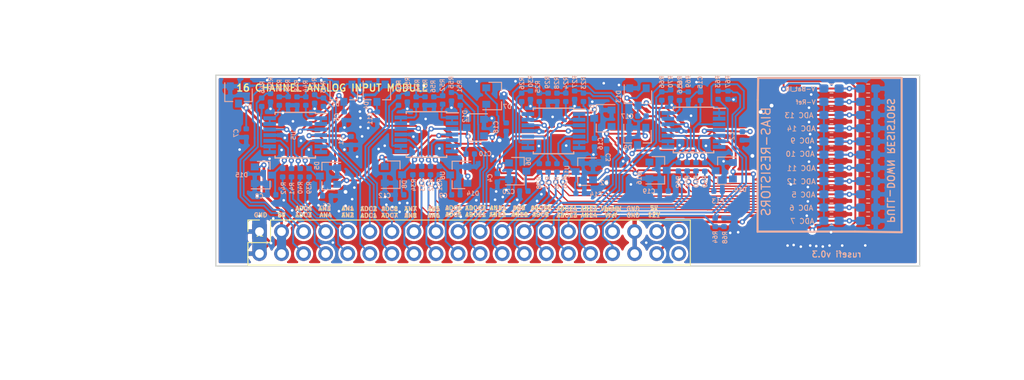
<source format=kicad_pcb>
(kicad_pcb (version 20171130) (host pcbnew "(5.1.0-rc2-21-g16b3c80a7)")
  (title_block (title "Analog Input Module") (date 2019-01-31) (rev R0.3) (company "Ruud Bilelektro"))
  (layers (0 F.Cu signal) (31 B.Cu signal) (34 B.Paste user hide) (35 F.Paste user hide) (36 B.SilkS user) (37 F.SilkS user hide) (38 B.Mask user hide) (39 F.Mask user hide) (44 Edge.Cuts user))
  (net 0 "")
  (net 1 GND)
  (net 2 /5V)
  (net 3 /ADC_8)
  (net 4 /ADC_4)
  (net 5 /ADC_7)
  (net 6 /ADC_6)
  (net 7 /ADC_5)
  (net 8 /ADC_12)
  (net 9 "Net-(R12-Pad1)")
  (net 10 "Net-(R15-Pad1)")
  (net 11 /ADC_14)
  (net 12 /ADC_9)
  (net 13 /ADC_13)
  (net 14 /ADC_2)
  (net 15 /ADC_3)
  (net 16 /ADC_1)
  (net 17 /ADC_4_MCU)
  (net 18 /ADC_3_MCU)
  (net 19 /ADC_1_MCU)
  (net 20 /ADC_2_MCU)
  (net 21 /ADC_8_MCU)
  (net 22 /ADC_7_MCU)
  (net 23 /ADC_5_MCU)
  (net 24 /ADC_6_MCU)
  (net 25 /ADC_10)
  (net 26 /ADC_11)
  (net 27 /ADC_12_MCU)
  (net 28 /ADC_11_MCU)
  (net 29 /ADC_9_MCU)
  (net 30 /ADC_10_MCU)
  (net 31 /Vref)
  (net 32 /ADC_13_MCU)
  (net 33 /ADC_14_MCU)
  (net 34 "Net-(J1-Pad40)")
  (net 35 "Net-(J1-Pad39)")
  (net 36 /U-Batt)
  (net 37 /U-Batt_MCU)
  (net 38 "Net-(C5-Pad1)")
  (net 39 "Net-(C6-Pad1)")
  (net 40 "Net-(C7-Pad1)")
  (net 41 "Net-(C8-Pad1)")
  (net 42 "Net-(C9-Pad1)")
  (net 43 "Net-(C10-Pad1)")
  (net 44 "Net-(C11-Pad1)")
  (net 45 "Net-(C12-Pad1)")
  (net 46 "Net-(C13-Pad1)")
  (net 47 "Net-(C14-Pad1)")
  (net 48 "Net-(C15-Pad1)")
  (net 49 "Net-(C16-Pad1)")
  (net 50 "Net-(C17-Pad1)")
  (net 51 "Net-(C18-Pad1)")
  (net 52 "Net-(C19-Pad1)")
  (net 53 "Net-(C20-Pad1)")
  (net 54 "Net-(R23-Pad2)")
  (net 55 "Net-(R24-Pad2)")
  (net 56 "Net-(R25-Pad2)")
  (net 57 "Net-(R26-Pad2)")
  (net 58 "Net-(R43-Pad2)")
  (net 59 "Net-(R44-Pad2)")
  (net 60 "Net-(R45-Pad2)")
  (net 61 "Net-(R46-Pad2)")
  (net 62 "Net-(R51-Pad2)")
  (net 63 "Net-(R52-Pad2)")
  (net 64 "Net-(R53-Pad2)")
  (net 65 "Net-(R54-Pad2)")
  (net 66 "Net-(R63-Pad2)")
  (net 67 "Net-(R64-Pad2)")
  (net 68 "Net-(R65-Pad2)")
  (net 69 "Net-(R66-Pad2)")
  (module Package_TO_SOT_SMD:SOT-23 (layer B.Cu) (at 33.02 31.623 180)
    (fp_text reference D5 (at 1.397 1.2065 90) (layer B.SilkS) (effects (font (size 0.5 0.5) (thickness 0.1)) (justify mirror)))
    (fp_text value BAS70-04FILM)
    (pad 3 smd rect (at 1.0508 0 180) (size 0.9 0.8) (layers B.Cu B.Paste B.Mask) (net 38 "Net-(C5-Pad1)"))
    (pad 2 smd rect (at -0.9492 -0.95 180) (size 0.9 0.8) (layers B.Cu B.Paste B.Mask) (net 2 /5V))
    (pad 1 smd rect (at -0.9492 0.95 180) (size 0.9 0.8) (layers B.Cu B.Paste B.Mask) (net 1 GND))
  )
  (module Package_TO_SOT_SMD:SOT-23 (layer B.Cu) (at 70.8406 30.9626)
    (fp_text reference D16 (at -2.1082 0.9398 270) (layer B.SilkS) (effects (font (size 0.5 0.5) (thickness 0.1)) (justify mirror)))
    (fp_text value BAS70-04FILM)
    (pad 3 smd rect (at 1.0508 0) (size 0.9 0.8) (layers B.Cu B.Paste B.Mask) (net 52 "Net-(C19-Pad1)"))
    (pad 2 smd rect (at -0.9492 -0.95) (size 0.9 0.8) (layers B.Cu B.Paste B.Mask) (net 2 /5V))
    (pad 1 smd rect (at -0.9492 0.95) (size 0.9 0.8) (layers B.Cu B.Paste B.Mask) (net 1 GND))
  )
  (module Package_TO_SOT_SMD:SOT-23 (layer B.Cu) (at 25.4254 31.5214)
    (fp_text reference D15 (at -2.4638 -0.0254) (layer B.SilkS) (effects (font (size 0.5 0.5) (thickness 0.1)) (justify mirror)))
    (fp_text value BAS70-04FILM)
    (pad 3 smd rect (at 1.0508 0) (size 0.9 0.8) (layers B.Cu B.Paste B.Mask) (net 41 "Net-(C8-Pad1)"))
    (pad 2 smd rect (at -0.9492 -0.95) (size 0.9 0.8) (layers B.Cu B.Paste B.Mask) (net 2 /5V))
    (pad 1 smd rect (at -0.9492 0.95) (size 0.9 0.8) (layers B.Cu B.Paste B.Mask) (net 1 GND))
  )
  (module Package_TO_SOT_SMD:SOT-23 (layer B.Cu) (at 48.006 31.496 180)
    (fp_text reference D14 (at -1.5748 -2.1336 180) (layer B.SilkS) (effects (font (size 0.5 0.5) (thickness 0.1)) (justify mirror)))
    (fp_text value BAS70-04FILM)
    (pad 3 smd rect (at 1.0508 0 180) (size 0.9 0.8) (layers B.Cu B.Paste B.Mask) (net 42 "Net-(C9-Pad1)"))
    (pad 2 smd rect (at -0.9492 -0.95 180) (size 0.9 0.8) (layers B.Cu B.Paste B.Mask) (net 2 /5V))
    (pad 1 smd rect (at -0.9492 0.95 180) (size 0.9 0.8) (layers B.Cu B.Paste B.Mask) (net 1 GND))
  )
  (module Package_TO_SOT_SMD:SOT-23 (layer B.Cu) (at 68.58 22.4536 270)
    (fp_text reference D13 (at 0 2.2352 270) (layer B.SilkS) (effects (font (size 0.5 0.5) (thickness 0.1)) (justify mirror)))
    (fp_text value BAS70-04FILM)
    (pad 3 smd rect (at 1.0508 0 270) (size 0.9 0.8) (layers B.Cu B.Paste B.Mask) (net 50 "Net-(C17-Pad1)"))
    (pad 2 smd rect (at -0.9492 -0.95 270) (size 0.9 0.8) (layers B.Cu B.Paste B.Mask) (net 2 /5V))
    (pad 1 smd rect (at -0.9492 0.95 270) (size 0.9 0.8) (layers B.Cu B.Paste B.Mask) (net 1 GND))
  )
  (module Package_TO_SOT_SMD:SOT-23 (layer B.Cu) (at 49.911 26.035 180)
    (fp_text reference D12 (at 1.2446 1.2954 90) (layer B.SilkS) (effects (font (size 0.5 0.5) (thickness 0.1)) (justify mirror)))
    (fp_text value BAS70-04FILM)
    (pad 3 smd rect (at 1.0508 0 180) (size 0.9 0.8) (layers B.Cu B.Paste B.Mask) (net 43 "Net-(C10-Pad1)"))
    (pad 2 smd rect (at -0.9492 -0.95 180) (size 0.9 0.8) (layers B.Cu B.Paste B.Mask) (net 2 /5V))
    (pad 1 smd rect (at -0.9492 0.95 180) (size 0.9 0.8) (layers B.Cu B.Paste B.Mask) (net 1 GND))
  )
  (module Package_TO_SOT_SMD:SOT-23 (layer B.Cu) (at 34.7218 22.0218 270)
    (fp_text reference D11 (at 1.2954 1.1938) (layer B.SilkS) (effects (font (size 0.5 0.5) (thickness 0.1)) (justify mirror)))
    (fp_text value BAS70-04FILM)
    (pad 3 smd rect (at 1.0508 0 270) (size 0.9 0.8) (layers B.Cu B.Paste B.Mask) (net 39 "Net-(C6-Pad1)"))
    (pad 2 smd rect (at -0.9492 -0.95 270) (size 0.9 0.8) (layers B.Cu B.Paste B.Mask) (net 2 /5V))
    (pad 1 smd rect (at -0.9492 0.95 270) (size 0.9 0.8) (layers B.Cu B.Paste B.Mask) (net 1 GND))
  )
  (module Package_TO_SOT_SMD:SOT-23 (layer B.Cu) (at 78.5622 31.0134 180)
    (fp_text reference D10 (at -1.8034 -2.159 180) (layer B.SilkS) (effects (font (size 0.5 0.5) (thickness 0.1)) (justify mirror)))
    (fp_text value BAS70-04FILM)
    (pad 3 smd rect (at 1.0508 0 180) (size 0.9 0.8) (layers B.Cu B.Paste B.Mask) (net 46 "Net-(C13-Pad1)"))
    (pad 2 smd rect (at -0.9492 -0.95 180) (size 0.9 0.8) (layers B.Cu B.Paste B.Mask) (net 2 /5V))
    (pad 1 smd rect (at -0.9492 0.95 180) (size 0.9 0.8) (layers B.Cu B.Paste B.Mask) (net 1 GND))
  )
  (module Package_TO_SOT_SMD:SOT-23 (layer B.Cu) (at 68.5292 27.0002 270)
    (fp_text reference D9 (at 1.3462 1.1176 180) (layer B.SilkS) (effects (font (size 0.5 0.5) (thickness 0.1)) (justify mirror)))
    (fp_text value BAS70-04FILM)
    (pad 3 smd rect (at 1.0508 0 270) (size 0.9 0.8) (layers B.Cu B.Paste B.Mask) (net 48 "Net-(C15-Pad1)"))
    (pad 2 smd rect (at -0.9492 -0.95 270) (size 0.9 0.8) (layers B.Cu B.Paste B.Mask) (net 2 /5V))
    (pad 1 smd rect (at -0.9492 0.95 270) (size 0.9 0.8) (layers B.Cu B.Paste B.Mask) (net 1 GND))
  )
  (module Package_TO_SOT_SMD:SOT-23 (layer B.Cu) (at 40.386 31.4706)
    (fp_text reference D8 (at 1.3208 1.0922 270) (layer B.SilkS) (effects (font (size 0.5 0.5) (thickness 0.1)) (justify mirror)))
    (fp_text value BAS70-04FILM)
    (pad 3 smd rect (at 1.0508 0) (size 0.9 0.8) (layers B.Cu B.Paste B.Mask) (net 45 "Net-(C12-Pad1)"))
    (pad 2 smd rect (at -0.9492 -0.95) (size 0.9 0.8) (layers B.Cu B.Paste B.Mask) (net 2 /5V))
    (pad 1 smd rect (at -0.9492 0.95) (size 0.9 0.8) (layers B.Cu B.Paste B.Mask) (net 1 GND))
  )
  (module Package_TO_SOT_SMD:SOT-23 (layer B.Cu) (at 52.07 22.4028)
    (fp_text reference D7 (at 1.4732 1.2192) (layer B.SilkS) (effects (font (size 0.5 0.5) (thickness 0.1)) (justify mirror)))
    (fp_text value BAS70-04FILM)
    (pad 3 smd rect (at 1.0508 0) (size 0.9 0.8) (layers B.Cu B.Paste B.Mask) (net 51 "Net-(C18-Pad1)"))
    (pad 2 smd rect (at -0.9492 -0.95) (size 0.9 0.8) (layers B.Cu B.Paste B.Mask) (net 2 /5V))
    (pad 1 smd rect (at -0.9492 0.95) (size 0.9 0.8) (layers B.Cu B.Paste B.Mask) (net 1 GND))
  )
  (module Package_TO_SOT_SMD:SOT-23 (layer B.Cu) (at 54.6862 31.0642)
    (fp_text reference D6 (at 1.2954 -1.143 270) (layer B.SilkS) (effects (font (size 0.5 0.5) (thickness 0.1)) (justify mirror)))
    (fp_text value BAS70-04FILM)
    (pad 3 smd rect (at 1.0508 0) (size 0.9 0.8) (layers B.Cu B.Paste B.Mask) (net 53 "Net-(C20-Pad1)"))
    (pad 2 smd rect (at -0.9492 -0.95) (size 0.9 0.8) (layers B.Cu B.Paste B.Mask) (net 2 /5V))
    (pad 1 smd rect (at -0.9492 0.95) (size 0.9 0.8) (layers B.Cu B.Paste B.Mask) (net 1 GND))
  )
  (module Package_TO_SOT_SMD:SOT-23 (layer B.Cu) (at 38.5318 22.0218 270)
    (fp_text reference D4 (at 1.4732 1.2192 90) (layer B.SilkS) (effects (font (size 0.5 0.5) (thickness 0.1)) (justify mirror)))
    (fp_text value BAS70-04FILM)
    (pad 3 smd rect (at 1.0508 0 270) (size 0.9 0.8) (layers B.Cu B.Paste B.Mask) (net 44 "Net-(C11-Pad1)"))
    (pad 2 smd rect (at -0.9492 -0.95 270) (size 0.9 0.8) (layers B.Cu B.Paste B.Mask) (net 2 /5V))
    (pad 1 smd rect (at -0.9492 0.95 270) (size 0.9 0.8) (layers B.Cu B.Paste B.Mask) (net 1 GND))
  )
  (module Package_TO_SOT_SMD:SOT-23 (layer B.Cu) (at 64.5922 24.9682 180)
    (fp_text reference D3 (at 1.2954 1.143 90) (layer B.SilkS) (effects (font (size 0.5 0.5) (thickness 0.1)) (justify mirror)))
    (fp_text value BAS70-04FILM)
    (pad 3 smd rect (at 1.0508 0 180) (size 0.9 0.8) (layers B.Cu B.Paste B.Mask) (net 49 "Net-(C16-Pad1)"))
    (pad 2 smd rect (at -0.9492 -0.95 180) (size 0.9 0.8) (layers B.Cu B.Paste B.Mask) (net 2 /5V))
    (pad 1 smd rect (at -0.9492 0.95 180) (size 0.9 0.8) (layers B.Cu B.Paste B.Mask) (net 1 GND))
  )
  (module Package_TO_SOT_SMD:SOT-23 (layer B.Cu) (at 62.4586 31.115 180)
    (fp_text reference D2 (at -2.2606 -1.2954 180) (layer B.SilkS) (effects (font (size 0.5 0.5) (thickness 0.1)) (justify mirror)))
    (fp_text value BAS70-04FILM)
    (pad 3 smd rect (at 1.0508 0 180) (size 0.9 0.8) (layers B.Cu B.Paste B.Mask) (net 47 "Net-(C14-Pad1)"))
    (pad 2 smd rect (at -0.9492 -0.95 180) (size 0.9 0.8) (layers B.Cu B.Paste B.Mask) (net 2 /5V))
    (pad 1 smd rect (at -0.9492 0.95 180) (size 0.9 0.8) (layers B.Cu B.Paste B.Mask) (net 1 GND))
  )
  (module Package_TO_SOT_SMD:SOT-23 (layer B.Cu) (at 22.606 22.225 270)
    (fp_text reference D1 (at 1.4605 -1.0795 180) (layer B.SilkS) (effects (font (size 0.5 0.5) (thickness 0.1)) (justify mirror)))
    (fp_text value BAS70-04FILM)
    (pad 3 smd rect (at 1.0508 0 270) (size 0.9 0.8) (layers B.Cu B.Paste B.Mask) (net 40 "Net-(C7-Pad1)"))
    (pad 2 smd rect (at -0.9492 -0.95 270) (size 0.9 0.8) (layers B.Cu B.Paste B.Mask) (net 2 /5V))
    (pad 1 smd rect (at -0.9492 0.95 270) (size 0.9 0.8) (layers B.Cu B.Paste B.Mask) (net 1 GND))
  )
  (module Capacitor_SMD:C_0402_1005Metric (layer B.Cu) (at 52.4002 31.8262 270)
    (fp_text reference C4 (at 0.0254 0.8382 270) (layer B.SilkS) (effects (font (size 0.5 0.5) (thickness 0.1)) (justify mirror)))
    (fp_text value 100nF)
    (pad 2 smd roundrect (at 0.485 0 270) (size 0.59 0.64) (layers B.Cu B.Paste B.Mask) (net 1 GND))
    (pad 1 smd roundrect (at -0.485 0 270) (size 0.59 0.64) (layers B.Cu B.Paste B.Mask) (net 2 /5V))
  )
  (module Capacitor_SMD:C_0402_1005Metric (layer B.Cu) (at 64.9732 28.0162 270)
    (fp_text reference C3 (at 1.4478 -0.2032 270) (layer B.SilkS) (effects (font (size 0.5 0.5) (thickness 0.1)) (justify mirror)))
    (fp_text value 100nF)
    (pad 2 smd roundrect (at 0.485 0 270) (size 0.59 0.64) (layers B.Cu B.Paste B.Mask) (net 1 GND))
    (pad 1 smd roundrect (at -0.485 0 270) (size 0.59 0.64) (layers B.Cu B.Paste B.Mask) (net 2 /5V))
  )
  (module Capacitor_SMD:C_0402_1005Metric (layer B.Cu) (at 80.5942 27.0002 270)
    (fp_text reference C2 (at 0 1.17 270) (layer B.SilkS) (effects (font (size 0.5 0.5) (thickness 0.1)) (justify mirror)))
    (fp_text value 100nF)
    (pad 2 smd roundrect (at 0.485 0 270) (size 0.59 0.64) (layers B.Cu B.Paste B.Mask) (net 1 GND))
    (pad 1 smd roundrect (at -0.485 0 270) (size 0.59 0.64) (layers B.Cu B.Paste B.Mask) (net 2 /5V))
  )
  (module Capacitor_SMD:C_0402_1005Metric (layer B.Cu) (at 35.56 27.559 270)
    (fp_text reference C1 (at 0 1.17 270) (layer B.SilkS) (effects (font (size 0.5 0.5) (thickness 0.1)) (justify mirror)))
    (fp_text value 100nF)
    (pad 2 smd roundrect (at 0.485 0 270) (size 0.59 0.64) (layers B.Cu B.Paste B.Mask) (net 1 GND))
    (pad 1 smd roundrect (at -0.485 0 270) (size 0.59 0.64) (layers B.Cu B.Paste B.Mask) (net 2 /5V))
  )
  (module Capacitor_SMD:C_0402_1005Metric (layer B.Cu) (at 72.3392 22.1742 90)
    (fp_text reference R70 (at 1.4478 0 90) (layer B.SilkS) (effects (font (size 0.5 0.5) (thickness 0.1)) (justify mirror)))
    (fp_text value 1K)
    (pad 2 smd roundrect (at 0.485 0 90) (size 0.59 0.64) (layers B.Cu B.Paste B.Mask) (net 33 /ADC_14_MCU))
    (pad 1 smd roundrect (at -0.485 0 90) (size 0.59 0.64) (layers B.Cu B.Paste B.Mask) (net 1 GND))
  )
  (module Capacitor_SMD:C_0402_1005Metric (layer B.Cu) (at 74.3712 22.4052 90)
    (fp_text reference R69 (at 1.6788 0 90) (layer B.SilkS) (effects (font (size 0.5 0.5) (thickness 0.1)) (justify mirror)))
    (fp_text value 1K)
    (pad 2 smd roundrect (at 0.485 0 90) (size 0.59 0.64) (layers B.Cu B.Paste B.Mask) (net 32 /ADC_13_MCU))
    (pad 1 smd roundrect (at -0.485 0 90) (size 0.59 0.64) (layers B.Cu B.Paste B.Mask) (net 1 GND))
  )
  (module Capacitor_SMD:C_0402_1005Metric (layer B.Cu) (at 78.486 36.957 270)
    (fp_text reference R68 (at 1.7526 -0.1016 270) (layer B.SilkS) (effects (font (size 0.5 0.5) (thickness 0.1)) (justify mirror)))
    (fp_text value 1K)
    (pad 2 smd roundrect (at 0.485 0 270) (size 0.59 0.64) (layers B.Cu B.Paste B.Mask) (net 37 /U-Batt_MCU))
    (pad 1 smd roundrect (at -0.485 0 270) (size 0.59 0.64) (layers B.Cu B.Paste B.Mask) (net 1 GND))
  )
  (module Capacitor_SMD:C_0402_1005Metric (layer B.Cu) (at 78.9432 22.3012 90)
    (fp_text reference R67 (at 1.5748 0 90) (layer B.SilkS) (effects (font (size 0.5 0.5) (thickness 0.1)) (justify mirror)))
    (fp_text value 1K)
    (pad 2 smd roundrect (at 0.485 0 90) (size 0.59 0.64) (layers B.Cu B.Paste B.Mask) (net 31 /Vref))
    (pad 1 smd roundrect (at -0.485 0 90) (size 0.59 0.64) (layers B.Cu B.Paste B.Mask) (net 1 GND))
  )
  (module Capacitor_SMD:C_0402_1005Metric (layer B.Cu) (at 71.3232 22.4052 270)
    (fp_text reference R66 (at -1.628 0 270) (layer B.SilkS) (effects (font (size 0.5 0.5) (thickness 0.1)) (justify mirror)))
    (fp_text value 1.5K)
    (pad 2 smd roundrect (at 0.485 0 270) (size 0.59 0.64) (layers B.Cu B.Paste B.Mask) (net 69 "Net-(R66-Pad2)"))
    (pad 1 smd roundrect (at -0.485 0 270) (size 0.59 0.64) (layers B.Cu B.Paste B.Mask) (net 33 /ADC_14_MCU))
  )
  (module Capacitor_SMD:C_0402_1005Metric (layer B.Cu) (at 73.3552 22.4282 270)
    (fp_text reference R65 (at -1.651 -0.0508 270) (layer B.SilkS) (effects (font (size 0.5 0.5) (thickness 0.1)) (justify mirror)))
    (fp_text value 1.5K)
    (pad 2 smd roundrect (at 0.485 0 270) (size 0.59 0.64) (layers B.Cu B.Paste B.Mask) (net 68 "Net-(R65-Pad2)"))
    (pad 1 smd roundrect (at -0.485 0 270) (size 0.59 0.64) (layers B.Cu B.Paste B.Mask) (net 32 /ADC_13_MCU))
  )
  (module Capacitor_SMD:C_0402_1005Metric (layer B.Cu) (at 77.47 36.957 90)
    (fp_text reference R64 (at -1.7018 0 90) (layer B.SilkS) (effects (font (size 0.5 0.5) (thickness 0.1)) (justify mirror)))
    (fp_text value 1.5K)
    (pad 2 smd roundrect (at 0.485 0 90) (size 0.59 0.64) (layers B.Cu B.Paste B.Mask) (net 67 "Net-(R64-Pad2)"))
    (pad 1 smd roundrect (at -0.485 0 90) (size 0.59 0.64) (layers B.Cu B.Paste B.Mask) (net 37 /U-Batt_MCU))
  )
  (module Capacitor_SMD:C_0402_1005Metric (layer B.Cu) (at 77.8002 22.3012 270)
    (fp_text reference R63 (at -1.5748 0.0254 270) (layer B.SilkS) (effects (font (size 0.5 0.5) (thickness 0.1)) (justify mirror)))
    (fp_text value 1.5K)
    (pad 2 smd roundrect (at 0.485 0 270) (size 0.59 0.64) (layers B.Cu B.Paste B.Mask) (net 66 "Net-(R63-Pad2)"))
    (pad 1 smd roundrect (at -0.485 0 270) (size 0.59 0.64) (layers B.Cu B.Paste B.Mask) (net 31 /Vref))
  )
  (module Capacitor_SMD:C_0402_1005Metric (layer B.Cu) (at 73.2282 30.5562 270)
    (fp_text reference R62 (at 1.7526 -0.0254 270) (layer B.SilkS) (effects (font (size 0.5 0.5) (thickness 0.1)) (justify mirror)))
    (fp_text value 10K)
    (pad 2 smd roundrect (at 0.485 0 270) (size 0.59 0.64) (layers B.Cu B.Paste B.Mask) (net 11 /ADC_14))
    (pad 1 smd roundrect (at -0.485 0 270) (size 0.59 0.64) (layers B.Cu B.Paste B.Mask) (net 52 "Net-(C19-Pad1)"))
  )
  (module Capacitor_SMD:C_0402_1005Metric (layer B.Cu) (at 74.2442 30.5562 270)
    (fp_text reference R61 (at 1.7018 -0.0254 270) (layer B.SilkS) (effects (font (size 0.5 0.5) (thickness 0.1)) (justify mirror)))
    (fp_text value 10K)
    (pad 2 smd roundrect (at 0.485 0 270) (size 0.59 0.64) (layers B.Cu B.Paste B.Mask) (net 13 /ADC_13))
    (pad 1 smd roundrect (at -0.485 0 270) (size 0.59 0.64) (layers B.Cu B.Paste B.Mask) (net 50 "Net-(C17-Pad1)"))
  )
  (module Capacitor_SMD:C_0402_1005Metric (layer B.Cu) (at 75.2602 30.5562 270)
    (fp_text reference R60 (at 1.7018 -0.0254 270) (layer B.SilkS) (effects (font (size 0.5 0.5) (thickness 0.1)) (justify mirror)))
    (fp_text value 10K)
    (pad 2 smd roundrect (at 0.485 0 270) (size 0.59 0.64) (layers B.Cu B.Paste B.Mask) (net 10 "Net-(R15-Pad1)"))
    (pad 1 smd roundrect (at -0.485 0 270) (size 0.59 0.64) (layers B.Cu B.Paste B.Mask) (net 48 "Net-(C15-Pad1)"))
  )
  (module Capacitor_SMD:C_0402_1005Metric (layer B.Cu) (at 76.2762 30.5792 270)
    (fp_text reference R59 (at 1.6788 -0.0254 270) (layer B.SilkS) (effects (font (size 0.5 0.5) (thickness 0.1)) (justify mirror)))
    (fp_text value 10K)
    (pad 2 smd roundrect (at 0.485 0 270) (size 0.59 0.64) (layers B.Cu B.Paste B.Mask) (net 9 "Net-(R12-Pad1)"))
    (pad 1 smd roundrect (at -0.485 0 270) (size 0.59 0.64) (layers B.Cu B.Paste B.Mask) (net 46 "Net-(C13-Pad1)"))
  )
  (module Capacitor_SMD:C_0402_1005Metric (layer B.Cu) (at 42.037 22.606 90)
    (fp_text reference R58 (at 1.6764 0.0254 90) (layer B.SilkS) (effects (font (size 0.5 0.5) (thickness 0.1)) (justify mirror)))
    (fp_text value 1K)
    (pad 2 smd roundrect (at 0.485 0 90) (size 0.59 0.64) (layers B.Cu B.Paste B.Mask) (net 21 /ADC_8_MCU))
    (pad 1 smd roundrect (at -0.485 0 90) (size 0.59 0.64) (layers B.Cu B.Paste B.Mask) (net 1 GND))
  )
  (module Capacitor_SMD:C_0402_1005Metric (layer B.Cu) (at 44.069 22.987 90)
    (fp_text reference R57 (at 1.8034 0.0254 90) (layer B.SilkS) (effects (font (size 0.5 0.5) (thickness 0.1)) (justify mirror)))
    (fp_text value 1K)
    (pad 2 smd roundrect (at 0.485 0 90) (size 0.59 0.64) (layers B.Cu B.Paste B.Mask) (net 22 /ADC_7_MCU))
    (pad 1 smd roundrect (at -0.485 0 90) (size 0.59 0.64) (layers B.Cu B.Paste B.Mask) (net 1 GND))
  )
  (module Capacitor_SMD:C_0402_1005Metric (layer B.Cu) (at 45.085 22.987 90)
    (fp_text reference R56 (at 1.7018 -0.0762 90) (layer B.SilkS) (effects (font (size 0.5 0.5) (thickness 0.1)) (justify mirror)))
    (fp_text value 1K)
    (pad 2 smd roundrect (at 0.485 0 90) (size 0.59 0.64) (layers B.Cu B.Paste B.Mask) (net 24 /ADC_6_MCU))
    (pad 1 smd roundrect (at -0.485 0 90) (size 0.59 0.64) (layers B.Cu B.Paste B.Mask) (net 1 GND))
  )
  (module Capacitor_SMD:C_0402_1005Metric (layer B.Cu) (at 47.117 22.479 90)
    (fp_text reference R55 (at 1.651 -0.0254 90) (layer B.SilkS) (effects (font (size 0.5 0.5) (thickness 0.1)) (justify mirror)))
    (fp_text value 1K)
    (pad 2 smd roundrect (at 0.485 0 90) (size 0.59 0.64) (layers B.Cu B.Paste B.Mask) (net 23 /ADC_5_MCU))
    (pad 1 smd roundrect (at -0.485 0 90) (size 0.59 0.64) (layers B.Cu B.Paste B.Mask) (net 1 GND))
  )
  (module Capacitor_SMD:C_0402_1005Metric (layer B.Cu) (at 41.021 22.987 270)
    (fp_text reference R54 (at -1.7018 -0.0254 270) (layer B.SilkS) (effects (font (size 0.5 0.5) (thickness 0.1)) (justify mirror)))
    (fp_text value 1.5K)
    (pad 2 smd roundrect (at 0.485 0 270) (size 0.59 0.64) (layers B.Cu B.Paste B.Mask) (net 65 "Net-(R54-Pad2)"))
    (pad 1 smd roundrect (at -0.485 0 270) (size 0.59 0.64) (layers B.Cu B.Paste B.Mask) (net 21 /ADC_8_MCU))
  )
  (module Capacitor_SMD:C_0402_1005Metric (layer B.Cu) (at 43.053 22.987 270)
    (fp_text reference R53 (at -1.8034 -0.127 270) (layer B.SilkS) (effects (font (size 0.5 0.5) (thickness 0.1)) (justify mirror)))
    (fp_text value 1.5K)
    (pad 2 smd roundrect (at 0.485 0 270) (size 0.59 0.64) (layers B.Cu B.Paste B.Mask) (net 64 "Net-(R53-Pad2)"))
    (pad 1 smd roundrect (at -0.485 0 270) (size 0.59 0.64) (layers B.Cu B.Paste B.Mask) (net 22 /ADC_7_MCU))
  )
  (module Capacitor_SMD:C_0402_1005Metric (layer B.Cu) (at 46.101 22.86 270)
    (fp_text reference R52 (at -1.7272 0.0254 270) (layer B.SilkS) (effects (font (size 0.5 0.5) (thickness 0.1)) (justify mirror)))
    (fp_text value 1.5K)
    (pad 2 smd roundrect (at 0.485 0 270) (size 0.59 0.64) (layers B.Cu B.Paste B.Mask) (net 63 "Net-(R52-Pad2)"))
    (pad 1 smd roundrect (at -0.485 0 270) (size 0.59 0.64) (layers B.Cu B.Paste B.Mask) (net 24 /ADC_6_MCU))
  )
  (module Capacitor_SMD:C_0402_1005Metric (layer B.Cu) (at 48.133 22.987 270)
    (fp_text reference R51 (at -1.7018 0.0762 270) (layer B.SilkS) (effects (font (size 0.5 0.5) (thickness 0.1)) (justify mirror)))
    (fp_text value 1.5K)
    (pad 2 smd roundrect (at 0.485 0 270) (size 0.59 0.64) (layers B.Cu B.Paste B.Mask) (net 62 "Net-(R51-Pad2)"))
    (pad 1 smd roundrect (at -0.485 0 270) (size 0.59 0.64) (layers B.Cu B.Paste B.Mask) (net 23 /ADC_5_MCU))
  )
  (module Capacitor_SMD:C_0402_1005Metric (layer B.Cu) (at 26.289 22.606 90)
    (fp_text reference R50 (at 1.6764 0.0254 90) (layer B.SilkS) (effects (font (size 0.5 0.5) (thickness 0.1)) (justify mirror)))
    (fp_text value 1K)
    (pad 2 smd roundrect (at 0.485 0 90) (size 0.59 0.64) (layers B.Cu B.Paste B.Mask) (net 17 /ADC_4_MCU))
    (pad 1 smd roundrect (at -0.485 0 90) (size 0.59 0.64) (layers B.Cu B.Paste B.Mask) (net 1 GND))
  )
  (module Capacitor_SMD:C_0402_1005Metric (layer B.Cu) (at 28.321 22.964 90)
    (fp_text reference R49 (at 1.7804 -0.0254 90) (layer B.SilkS) (effects (font (size 0.5 0.5) (thickness 0.1)) (justify mirror)))
    (fp_text value 1K)
    (pad 2 smd roundrect (at 0.485 0 90) (size 0.59 0.64) (layers B.Cu B.Paste B.Mask) (net 18 /ADC_3_MCU))
    (pad 1 smd roundrect (at -0.485 0 90) (size 0.59 0.64) (layers B.Cu B.Paste B.Mask) (net 1 GND))
  )
  (module Capacitor_SMD:C_0402_1005Metric (layer B.Cu) (at 29.337 22.987 90)
    (fp_text reference R48 (at 1.7526 -0.0254 90) (layer B.SilkS) (effects (font (size 0.5 0.5) (thickness 0.1)) (justify mirror)))
    (fp_text value 1K)
    (pad 2 smd roundrect (at 0.485 0 90) (size 0.59 0.64) (layers B.Cu B.Paste B.Mask) (net 20 /ADC_2_MCU))
    (pad 1 smd roundrect (at -0.485 0 90) (size 0.59 0.64) (layers B.Cu B.Paste B.Mask) (net 1 GND))
  )
  (module Capacitor_SMD:C_0402_1005Metric (layer B.Cu) (at 31.369 22.733 90)
    (fp_text reference R47 (at 1.7526 -0.0254 90) (layer B.SilkS) (effects (font (size 0.5 0.5) (thickness 0.1)) (justify mirror)))
    (fp_text value 1K)
    (pad 2 smd roundrect (at 0.485 0 90) (size 0.59 0.64) (layers B.Cu B.Paste B.Mask) (net 19 /ADC_1_MCU))
    (pad 1 smd roundrect (at -0.485 0 90) (size 0.59 0.64) (layers B.Cu B.Paste B.Mask) (net 1 GND))
  )
  (module Capacitor_SMD:C_0402_1005Metric (layer B.Cu) (at 25.273 23.114 270)
    (fp_text reference R46 (at -1.7272 -0.0762 270) (layer B.SilkS) (effects (font (size 0.5 0.5) (thickness 0.1)) (justify mirror)))
    (fp_text value 1.5K)
    (pad 2 smd roundrect (at 0.485 0 270) (size 0.59 0.64) (layers B.Cu B.Paste B.Mask) (net 61 "Net-(R46-Pad2)"))
    (pad 1 smd roundrect (at -0.485 0 270) (size 0.59 0.64) (layers B.Cu B.Paste B.Mask) (net 17 /ADC_4_MCU))
  )
  (module Capacitor_SMD:C_0402_1005Metric (layer B.Cu) (at 27.305 22.987 270)
    (fp_text reference R45 (at -1.8034 -0.0254 270) (layer B.SilkS) (effects (font (size 0.5 0.5) (thickness 0.1)) (justify mirror)))
    (fp_text value 1.5K)
    (pad 2 smd roundrect (at 0.485 0 270) (size 0.59 0.64) (layers B.Cu B.Paste B.Mask) (net 60 "Net-(R45-Pad2)"))
    (pad 1 smd roundrect (at -0.485 0 270) (size 0.59 0.64) (layers B.Cu B.Paste B.Mask) (net 18 /ADC_3_MCU))
  )
  (module Capacitor_SMD:C_0402_1005Metric (layer B.Cu) (at 30.353 22.987 270)
    (fp_text reference R44 (at -1.7018 0.0254 270) (layer B.SilkS) (effects (font (size 0.5 0.5) (thickness 0.1)) (justify mirror)))
    (fp_text value 1.5K)
    (pad 2 smd roundrect (at 0.485 0 270) (size 0.59 0.64) (layers B.Cu B.Paste B.Mask) (net 59 "Net-(R44-Pad2)"))
    (pad 1 smd roundrect (at -0.485 0 270) (size 0.59 0.64) (layers B.Cu B.Paste B.Mask) (net 20 /ADC_2_MCU))
  )
  (module Capacitor_SMD:C_0402_1005Metric (layer B.Cu) (at 32.385 23.114 270)
    (fp_text reference R43 (at -1.778 0.0254 270) (layer B.SilkS) (effects (font (size 0.5 0.5) (thickness 0.1)) (justify mirror)))
    (fp_text value 1.5K)
    (pad 2 smd roundrect (at 0.485 0 270) (size 0.59 0.64) (layers B.Cu B.Paste B.Mask) (net 58 "Net-(R43-Pad2)"))
    (pad 1 smd roundrect (at -0.485 0 270) (size 0.59 0.64) (layers B.Cu B.Paste B.Mask) (net 19 /ADC_1_MCU))
  )
  (module Capacitor_SMD:C_0402_1005Metric (layer B.Cu) (at 27.686 31.242 270)
    (fp_text reference R42 (at 1.778 -0.1016 270) (layer B.SilkS) (effects (font (size 0.5 0.5) (thickness 0.1)) (justify mirror)))
    (fp_text value 10K)
    (pad 2 smd roundrect (at 0.485 0 270) (size 0.59 0.64) (layers B.Cu B.Paste B.Mask) (net 4 /ADC_4))
    (pad 1 smd roundrect (at -0.485 0 270) (size 0.59 0.64) (layers B.Cu B.Paste B.Mask) (net 41 "Net-(C8-Pad1)"))
  )
  (module Capacitor_SMD:C_0402_1005Metric (layer B.Cu) (at 28.702 31.242 270)
    (fp_text reference R41 (at 1.8288 -0.0508 270) (layer B.SilkS) (effects (font (size 0.5 0.5) (thickness 0.1)) (justify mirror)))
    (fp_text value 10K)
    (pad 2 smd roundrect (at 0.485 0 270) (size 0.59 0.64) (layers B.Cu B.Paste B.Mask) (net 15 /ADC_3))
    (pad 1 smd roundrect (at -0.485 0 270) (size 0.59 0.64) (layers B.Cu B.Paste B.Mask) (net 40 "Net-(C7-Pad1)"))
  )
  (module Capacitor_SMD:C_0402_1005Metric (layer B.Cu) (at 29.718 31.242 270)
    (fp_text reference R40 (at 1.7272 0 270) (layer B.SilkS) (effects (font (size 0.5 0.5) (thickness 0.1)) (justify mirror)))
    (fp_text value 10K)
    (pad 2 smd roundrect (at 0.485 0 270) (size 0.59 0.64) (layers B.Cu B.Paste B.Mask) (net 14 /ADC_2))
    (pad 1 smd roundrect (at -0.485 0 270) (size 0.59 0.64) (layers B.Cu B.Paste B.Mask) (net 39 "Net-(C6-Pad1)"))
  )
  (module Capacitor_SMD:C_0402_1005Metric (layer B.Cu) (at 30.734 31.242 270)
    (fp_text reference R39 (at 1.7272 0 270) (layer B.SilkS) (effects (font (size 0.5 0.5) (thickness 0.1)) (justify mirror)))
    (fp_text value 10K)
    (pad 2 smd roundrect (at 0.485 0 270) (size 0.59 0.64) (layers B.Cu B.Paste B.Mask) (net 16 /ADC_1))
    (pad 1 smd roundrect (at -0.485 0 270) (size 0.59 0.64) (layers B.Cu B.Paste B.Mask) (net 38 "Net-(C5-Pad1)"))
  )
  (module Capacitor_SMD:C_0402_1005Metric (layer B.Cu) (at 57.2262 30.6832 270)
    (fp_text reference R38 (at 1.7272 0.0254 270) (layer B.SilkS) (effects (font (size 0.5 0.5) (thickness 0.1)) (justify mirror)))
    (fp_text value 10K)
    (pad 2 smd roundrect (at 0.485 0 270) (size 0.59 0.64) (layers B.Cu B.Paste B.Mask) (net 8 /ADC_12))
    (pad 1 smd roundrect (at -0.485 0 270) (size 0.59 0.64) (layers B.Cu B.Paste B.Mask) (net 53 "Net-(C20-Pad1)"))
  )
  (module Capacitor_SMD:C_0402_1005Metric (layer B.Cu) (at 58.2422 30.6832 270)
    (fp_text reference R37 (at 1.6764 0.0254 270) (layer B.SilkS) (effects (font (size 0.5 0.5) (thickness 0.1)) (justify mirror)))
    (fp_text value 10K)
    (pad 2 smd roundrect (at 0.485 0 270) (size 0.59 0.64) (layers B.Cu B.Paste B.Mask) (net 26 /ADC_11))
    (pad 1 smd roundrect (at -0.485 0 270) (size 0.59 0.64) (layers B.Cu B.Paste B.Mask) (net 51 "Net-(C18-Pad1)"))
  )
  (module Capacitor_SMD:C_0402_1005Metric (layer B.Cu) (at 59.2582 30.6832 270)
    (fp_text reference R36 (at 1.7272 0.0254 270) (layer B.SilkS) (effects (font (size 0.5 0.5) (thickness 0.1)) (justify mirror)))
    (fp_text value 10K)
    (pad 2 smd roundrect (at 0.485 0 270) (size 0.59 0.64) (layers B.Cu B.Paste B.Mask) (net 25 /ADC_10))
    (pad 1 smd roundrect (at -0.485 0 270) (size 0.59 0.64) (layers B.Cu B.Paste B.Mask) (net 49 "Net-(C16-Pad1)"))
  )
  (module Capacitor_SMD:C_0402_1005Metric (layer B.Cu) (at 60.2742 30.6832 270)
    (fp_text reference R35 (at 1.6764 0.127 270) (layer B.SilkS) (effects (font (size 0.5 0.5) (thickness 0.1)) (justify mirror)))
    (fp_text value 10K)
    (pad 2 smd roundrect (at 0.485 0 270) (size 0.59 0.64) (layers B.Cu B.Paste B.Mask) (net 12 /ADC_9))
    (pad 1 smd roundrect (at -0.485 0 270) (size 0.59 0.64) (layers B.Cu B.Paste B.Mask) (net 47 "Net-(C14-Pad1)"))
  )
  (module Capacitor_SMD:C_0402_1005Metric (layer B.Cu) (at 42.672 30.988 270)
    (fp_text reference R34 (at 1.6764 -0.1016 270) (layer B.SilkS) (effects (font (size 0.5 0.5) (thickness 0.1)) (justify mirror)))
    (fp_text value 10K)
    (pad 2 smd roundrect (at 0.485 0 270) (size 0.59 0.64) (layers B.Cu B.Paste B.Mask) (net 3 /ADC_8))
    (pad 1 smd roundrect (at -0.485 0 270) (size 0.59 0.64) (layers B.Cu B.Paste B.Mask) (net 45 "Net-(C12-Pad1)"))
  )
  (module Capacitor_SMD:C_0402_1005Metric (layer B.Cu) (at 43.688 30.988 270)
    (fp_text reference R33 (at 1.6764 -0.1016 270) (layer B.SilkS) (effects (font (size 0.5 0.5) (thickness 0.1)) (justify mirror)))
    (fp_text value 10K)
    (pad 2 smd roundrect (at 0.485 0 270) (size 0.59 0.64) (layers B.Cu B.Paste B.Mask) (net 5 /ADC_7))
    (pad 1 smd roundrect (at -0.485 0 270) (size 0.59 0.64) (layers B.Cu B.Paste B.Mask) (net 44 "Net-(C11-Pad1)"))
  )
  (module Capacitor_SMD:C_0402_1005Metric (layer B.Cu) (at 44.704 30.988 270)
    (fp_text reference R32 (at 1.6764 -0.0508 270) (layer B.SilkS) (effects (font (size 0.5 0.5) (thickness 0.1)) (justify mirror)))
    (fp_text value 10K)
    (pad 2 smd roundrect (at 0.485 0 270) (size 0.59 0.64) (layers B.Cu B.Paste B.Mask) (net 6 /ADC_6))
    (pad 1 smd roundrect (at -0.485 0 270) (size 0.59 0.64) (layers B.Cu B.Paste B.Mask) (net 43 "Net-(C10-Pad1)"))
  )
  (module Capacitor_SMD:C_0402_1005Metric (layer B.Cu) (at 45.72 30.988 270)
    (fp_text reference R31 (at 1.6256 -0.0508 270) (layer B.SilkS) (effects (font (size 0.5 0.5) (thickness 0.1)) (justify mirror)))
    (fp_text value 10K)
    (pad 2 smd roundrect (at 0.485 0 270) (size 0.59 0.64) (layers B.Cu B.Paste B.Mask) (net 7 /ADC_5))
    (pad 1 smd roundrect (at -0.485 0 270) (size 0.59 0.64) (layers B.Cu B.Paste B.Mask) (net 42 "Net-(C9-Pad1)"))
  )
  (module Capacitor_SMD:C_0402_1005Metric (layer B.Cu) (at 56.2102 22.3012 90)
    (fp_text reference R30 (at 1.6256 0.0254 90) (layer B.SilkS) (effects (font (size 0.5 0.5) (thickness 0.1)) (justify mirror)))
    (fp_text value 1K)
    (pad 2 smd roundrect (at 0.485 0 90) (size 0.59 0.64) (layers B.Cu B.Paste B.Mask) (net 27 /ADC_12_MCU))
    (pad 1 smd roundrect (at -0.485 0 90) (size 0.59 0.64) (layers B.Cu B.Paste B.Mask) (net 1 GND))
  )
  (module Capacitor_SMD:C_0402_1005Metric (layer B.Cu) (at 58.2422 22.5552 90)
    (fp_text reference R29 (at 1.7272 -0.0762 90) (layer B.SilkS) (effects (font (size 0.5 0.5) (thickness 0.1)) (justify mirror)))
    (fp_text value 1K)
    (pad 2 smd roundrect (at 0.485 0 90) (size 0.59 0.64) (layers B.Cu B.Paste B.Mask) (net 28 /ADC_11_MCU))
    (pad 1 smd roundrect (at -0.485 0 90) (size 0.59 0.64) (layers B.Cu B.Paste B.Mask) (net 1 GND))
  )
  (module Capacitor_SMD:C_0402_1005Metric (layer B.Cu) (at 59.2582 22.5552 90)
    (fp_text reference R28 (at 1.6764 -0.0254 90) (layer B.SilkS) (effects (font (size 0.5 0.5) (thickness 0.1)) (justify mirror)))
    (fp_text value 1K)
    (pad 2 smd roundrect (at 0.485 0 90) (size 0.59 0.64) (layers B.Cu B.Paste B.Mask) (net 30 /ADC_10_MCU))
    (pad 1 smd roundrect (at -0.485 0 90) (size 0.59 0.64) (layers B.Cu B.Paste B.Mask) (net 1 GND))
  )
  (module Capacitor_SMD:C_0402_1005Metric (layer B.Cu) (at 61.2902 22.3012 90)
    (fp_text reference R27 (at 1.5748 0.0254 90) (layer B.SilkS) (effects (font (size 0.5 0.5) (thickness 0.1)) (justify mirror)))
    (fp_text value 1K)
    (pad 2 smd roundrect (at 0.485 0 90) (size 0.59 0.64) (layers B.Cu B.Paste B.Mask) (net 29 /ADC_9_MCU))
    (pad 1 smd roundrect (at -0.485 0 90) (size 0.59 0.64) (layers B.Cu B.Paste B.Mask) (net 1 GND))
  )
  (module Capacitor_SMD:C_0402_1005Metric (layer B.Cu) (at 55.1942 22.5552 270)
    (fp_text reference R26 (at -1.6256 -0.0254 270) (layer B.SilkS) (effects (font (size 0.5 0.5) (thickness 0.1)) (justify mirror)))
    (fp_text value 1.5K)
    (pad 2 smd roundrect (at 0.485 0 270) (size 0.59 0.64) (layers B.Cu B.Paste B.Mask) (net 57 "Net-(R26-Pad2)"))
    (pad 1 smd roundrect (at -0.485 0 270) (size 0.59 0.64) (layers B.Cu B.Paste B.Mask) (net 27 /ADC_12_MCU))
  )
  (module Capacitor_SMD:C_0402_1005Metric (layer B.Cu) (at 57.2262 22.5552 270)
    (fp_text reference R25 (at -1.2192 0.1778 270) (layer B.SilkS) (effects (font (size 0.5 0.5) (thickness 0.1)) (justify mirror)))
    (fp_text value 1.5K)
    (pad 2 smd roundrect (at 0.485 0 270) (size 0.59 0.64) (layers B.Cu B.Paste B.Mask) (net 56 "Net-(R25-Pad2)"))
    (pad 1 smd roundrect (at -0.485 0 270) (size 0.59 0.64) (layers B.Cu B.Paste B.Mask) (net 28 /ADC_11_MCU))
  )
  (module Capacitor_SMD:C_0402_1005Metric (layer B.Cu) (at 60.2742 22.5552 270)
    (fp_text reference R24 (at -1.6764 -0.0254 270) (layer B.SilkS) (effects (font (size 0.5 0.5) (thickness 0.1)) (justify mirror)))
    (fp_text value 1.5K)
    (pad 2 smd roundrect (at 0.485 0 270) (size 0.59 0.64) (layers B.Cu B.Paste B.Mask) (net 55 "Net-(R24-Pad2)"))
    (pad 1 smd roundrect (at -0.485 0 270) (size 0.59 0.64) (layers B.Cu B.Paste B.Mask) (net 30 /ADC_10_MCU))
  )
  (module Capacitor_SMD:C_0402_1005Metric (layer B.Cu) (at 62.3062 22.5552 270)
    (fp_text reference R23 (at -1.6764 -0.0254 270) (layer B.SilkS) (effects (font (size 0.5 0.5) (thickness 0.1)) (justify mirror)))
    (fp_text value 1.5K)
    (pad 2 smd roundrect (at 0.485 0 270) (size 0.59 0.64) (layers B.Cu B.Paste B.Mask) (net 54 "Net-(R23-Pad2)"))
    (pad 1 smd roundrect (at -0.485 0 270) (size 0.59 0.64) (layers B.Cu B.Paste B.Mask) (net 29 /ADC_9_MCU))
  )
  (module Capacitor_SMD:C_0402_1005Metric (layer B.Cu) (at 55.4482 33.3502 180)
    (fp_text reference C20 (at 1.7526 -0.0762 180) (layer B.SilkS) (effects (font (size 0.5 0.5) (thickness 0.1)) (justify mirror)))
    (fp_text value 10nF)
    (pad 2 smd roundrect (at 0.485 0 180) (size 0.59 0.64) (layers B.Cu B.Paste B.Mask) (net 1 GND))
    (pad 1 smd roundrect (at -0.485 0 180) (size 0.59 0.64) (layers B.Cu B.Paste B.Mask) (net 53 "Net-(C20-Pad1)"))
  )
  (module Capacitor_SMD:C_0402_1005Metric (layer B.Cu) (at 71.5772 33.3502 180)
    (fp_text reference C19 (at 1.7272 -0.0254 180) (layer B.SilkS) (effects (font (size 0.5 0.5) (thickness 0.1)) (justify mirror)))
    (fp_text value 10nF)
    (pad 2 smd roundrect (at 0.485 0 180) (size 0.59 0.64) (layers B.Cu B.Paste B.Mask) (net 1 GND))
    (pad 1 smd roundrect (at -0.485 0 180) (size 0.59 0.64) (layers B.Cu B.Paste B.Mask) (net 52 "Net-(C19-Pad1)"))
  )
  (module Capacitor_SMD:C_0402_1005Metric (layer B.Cu) (at 53.4162 25.9842 270)
    (fp_text reference C18 (at 0 1.17 270) (layer B.SilkS) (effects (font (size 0.5 0.5) (thickness 0.1)) (justify mirror)))
    (fp_text value 10nF)
    (pad 2 smd roundrect (at 0.485 0 270) (size 0.59 0.64) (layers B.Cu B.Paste B.Mask) (net 1 GND))
    (pad 1 smd roundrect (at -0.485 0 270) (size 0.59 0.64) (layers B.Cu B.Paste B.Mask) (net 51 "Net-(C18-Pad1)"))
  )
  (module Capacitor_SMD:C_0402_1005Metric (layer B.Cu) (at 69.0372 24.7142)
    (fp_text reference C17 (at -1.6764 0.0254) (layer B.SilkS) (effects (font (size 0.5 0.5) (thickness 0.1)) (justify mirror)))
    (fp_text value 10nF)
    (pad 2 smd roundrect (at 0.485 0) (size 0.59 0.64) (layers B.Cu B.Paste B.Mask) (net 1 GND))
    (pad 1 smd roundrect (at -0.485 0) (size 0.59 0.64) (layers B.Cu B.Paste B.Mask) (net 50 "Net-(C17-Pad1)"))
  )
  (module Capacitor_SMD:C_0402_1005Metric (layer B.Cu) (at 63.5762 27.7622 270)
    (fp_text reference C16 (at 0.127 -0.6858 270) (layer B.SilkS) (effects (font (size 0.5 0.5) (thickness 0.1)) (justify mirror)))
    (fp_text value 10nF)
    (pad 2 smd roundrect (at 0.485 0 270) (size 0.59 0.64) (layers B.Cu B.Paste B.Mask) (net 1 GND))
    (pad 1 smd roundrect (at -0.485 0 270) (size 0.59 0.64) (layers B.Cu B.Paste B.Mask) (net 49 "Net-(C16-Pad1)"))
  )
  (module Capacitor_SMD:C_0402_1005Metric (layer B.Cu) (at 75.7682 22.4282 90)
    (fp_text reference C15 (at 1.6002 -0.0254 90) (layer B.SilkS) (effects (font (size 0.5 0.5) (thickness 0.1)) (justify mirror)))
    (fp_text value 10nF)
    (pad 2 smd roundrect (at 0.485 0 90) (size 0.59 0.64) (layers B.Cu B.Paste B.Mask) (net 1 GND))
    (pad 1 smd roundrect (at -0.485 0 90) (size 0.59 0.64) (layers B.Cu B.Paste B.Mask) (net 48 "Net-(C15-Pad1)"))
  )
  (module Capacitor_SMD:C_0402_1005Metric (layer B.Cu) (at 61.9252 33.6042)
    (fp_text reference C14 (at 1.8288 0.127) (layer B.SilkS) (effects (font (size 0.5 0.5) (thickness 0.1)) (justify mirror)))
    (fp_text value 10nF)
    (pad 2 smd roundrect (at 0.485 0) (size 0.59 0.64) (layers B.Cu B.Paste B.Mask) (net 1 GND))
    (pad 1 smd roundrect (at -0.485 0) (size 0.59 0.64) (layers B.Cu B.Paste B.Mask) (net 47 "Net-(C14-Pad1)"))
  )
  (module Capacitor_SMD:C_0402_1005Metric (layer B.Cu) (at 77.8002 33.3502)
    (fp_text reference C13 (at 0 1.17) (layer B.SilkS) (effects (font (size 0.5 0.5) (thickness 0.1)) (justify mirror)))
    (fp_text value 10nF)
    (pad 2 smd roundrect (at 0.485 0) (size 0.59 0.64) (layers B.Cu B.Paste B.Mask) (net 1 GND))
    (pad 1 smd roundrect (at -0.485 0) (size 0.59 0.64) (layers B.Cu B.Paste B.Mask) (net 46 "Net-(C13-Pad1)"))
  )
  (module Capacitor_SMD:C_0402_1005Metric (layer B.Cu) (at 41.148 33.782 180)
    (fp_text reference C12 (at 1.7272 -0.1016 180) (layer B.SilkS) (effects (font (size 0.5 0.5) (thickness 0.1)) (justify mirror)))
    (fp_text value 10nF)
    (pad 2 smd roundrect (at 0.485 0 180) (size 0.59 0.64) (layers B.Cu B.Paste B.Mask) (net 1 GND))
    (pad 1 smd roundrect (at -0.485 0 180) (size 0.59 0.64) (layers B.Cu B.Paste B.Mask) (net 45 "Net-(C12-Pad1)"))
  )
  (module Capacitor_SMD:C_0402_1005Metric (layer B.Cu) (at 38.5826 24.7142 270)
    (fp_text reference C11 (at 0.2794 0.8382 270) (layer B.SilkS) (effects (font (size 0.5 0.5) (thickness 0.1)) (justify mirror)))
    (fp_text value 10nF)
    (pad 2 smd roundrect (at 0.485 0 270) (size 0.59 0.64) (layers B.Cu B.Paste B.Mask) (net 1 GND))
    (pad 1 smd roundrect (at -0.485 0 270) (size 0.59 0.64) (layers B.Cu B.Paste B.Mask) (net 44 "Net-(C11-Pad1)"))
  )
  (module Capacitor_SMD:C_0402_1005Metric (layer B.Cu) (at 49.276 29.083)
    (fp_text reference C10 (at 1.7272 -0.0254) (layer B.SilkS) (effects (font (size 0.5 0.5) (thickness 0.1)) (justify mirror)))
    (fp_text value 10nF)
    (pad 2 smd roundrect (at 0.485 0) (size 0.59 0.64) (layers B.Cu B.Paste B.Mask) (net 1 GND))
    (pad 1 smd roundrect (at -0.485 0) (size 0.59 0.64) (layers B.Cu B.Paste B.Mask) (net 43 "Net-(C10-Pad1)"))
  )
  (module Capacitor_SMD:C_0402_1005Metric (layer B.Cu) (at 47.625 33.782)
    (fp_text reference C9 (at -1.4478 0.1016) (layer B.SilkS) (effects (font (size 0.5 0.5) (thickness 0.1)) (justify mirror)))
    (fp_text value 10nF)
    (pad 2 smd roundrect (at 0.485 0) (size 0.59 0.64) (layers B.Cu B.Paste B.Mask) (net 1 GND))
    (pad 1 smd roundrect (at -0.485 0) (size 0.59 0.64) (layers B.Cu B.Paste B.Mask) (net 42 "Net-(C9-Pad1)"))
  )
  (module Capacitor_SMD:C_0402_1005Metric (layer B.Cu) (at 26.416 33.782 180)
    (fp_text reference C8 (at 1.4224 -0.1524 180) (layer B.SilkS) (effects (font (size 0.5 0.5) (thickness 0.1)) (justify mirror)))
    (fp_text value 10nF)
    (pad 2 smd roundrect (at 0.485 0 180) (size 0.59 0.64) (layers B.Cu B.Paste B.Mask) (net 1 GND))
    (pad 1 smd roundrect (at -0.485 0 180) (size 0.59 0.64) (layers B.Cu B.Paste B.Mask) (net 41 "Net-(C8-Pad1)"))
  )
  (module Capacitor_SMD:C_0402_1005Metric (layer B.Cu) (at 23.495 26.67 270)
    (fp_text reference C7 (at 0 1.17 270) (layer B.SilkS) (effects (font (size 0.5 0.5) (thickness 0.1)) (justify mirror)))
    (fp_text value 10nF)
    (pad 2 smd roundrect (at 0.485 0 270) (size 0.59 0.64) (layers B.Cu B.Paste B.Mask) (net 1 GND))
    (pad 1 smd roundrect (at -0.485 0 270) (size 0.59 0.64) (layers B.Cu B.Paste B.Mask) (net 40 "Net-(C7-Pad1)"))
  )
  (module Capacitor_SMD:C_0402_1005Metric (layer B.Cu) (at 34.7726 24.7142 270)
    (fp_text reference C6 (at 0.127 0.8382 270) (layer B.SilkS) (effects (font (size 0.5 0.5) (thickness 0.1)) (justify mirror)))
    (fp_text value 10nF)
    (pad 2 smd roundrect (at 0.485 0 270) (size 0.59 0.64) (layers B.Cu B.Paste B.Mask) (net 1 GND))
    (pad 1 smd roundrect (at -0.485 0 270) (size 0.59 0.64) (layers B.Cu B.Paste B.Mask) (net 39 "Net-(C6-Pad1)"))
  )
  (module Capacitor_SMD:C_0402_1005Metric (layer B.Cu) (at 32.766 33.909)
    (fp_text reference C5 (at 0 1.17) (layer B.SilkS) (effects (font (size 0.5 0.5) (thickness 0.1)) (justify mirror)))
    (fp_text value 10nF)
    (pad 2 smd roundrect (at 0.485 0) (size 0.59 0.64) (layers B.Cu B.Paste B.Mask) (net 1 GND))
    (pad 1 smd roundrect (at -0.485 0) (size 0.59 0.64) (layers B.Cu B.Paste B.Mask) (net 38 "Net-(C5-Pad1)"))
  )
  (module Package_SO:TSSOP-14_4.4x5mm_P0.65mm (layer B.Cu) (at 74.97699 26.3144 270)
    (fp_text reference U16 (at -4.93141 1.5748 270) (layer B.SilkS) (effects (font (size 0.5 0.5) (thickness 0.1)) (justify mirror)))
    (fp_text value MCP6004)
    (pad 1 smd rect (at -1.95 -2.95 180) (size 1.45 0.45) (layers B.Cu B.Paste B.Mask) (net 67 "Net-(R64-Pad2)"))
    (pad 2 smd rect (at -1.3 -2.95 180) (size 1.45 0.45) (layers B.Cu B.Paste B.Mask) (net 67 "Net-(R64-Pad2)"))
    (pad 3 smd rect (at -0.65 -2.95 180) (size 1.45 0.45) (layers B.Cu B.Paste B.Mask) (net 48 "Net-(C15-Pad1)"))
    (pad 4 smd rect (at 0 -2.95 180) (size 1.45 0.45) (layers B.Cu B.Paste B.Mask) (net 2 /5V))
    (pad 5 smd rect (at 0.65 -2.95 180) (size 1.45 0.45) (layers B.Cu B.Paste B.Mask) (net 46 "Net-(C13-Pad1)"))
    (pad 6 smd rect (at 1.3 -2.95 180) (size 1.45 0.45) (layers B.Cu B.Paste B.Mask) (net 66 "Net-(R63-Pad2)"))
    (pad 7 smd rect (at 1.95 -2.95 180) (size 1.45 0.45) (layers B.Cu B.Paste B.Mask) (net 66 "Net-(R63-Pad2)"))
    (pad 8 smd rect (at 1.95 2.95 180) (size 1.45 0.45) (layers B.Cu B.Paste B.Mask) (net 69 "Net-(R66-Pad2)"))
    (pad 9 smd rect (at 1.3 2.95 180) (size 1.45 0.45) (layers B.Cu B.Paste B.Mask) (net 69 "Net-(R66-Pad2)"))
    (pad 10 smd rect (at 0.65 2.95 180) (size 1.45 0.45) (layers B.Cu B.Paste B.Mask) (net 52 "Net-(C19-Pad1)"))
    (pad 11 smd rect (at 0 2.95 180) (size 1.45 0.45) (layers B.Cu B.Paste B.Mask) (net 1 GND))
    (pad 12 smd rect (at -0.65 2.95 180) (size 1.45 0.45) (layers B.Cu B.Paste B.Mask) (net 50 "Net-(C17-Pad1)"))
    (pad 13 smd rect (at -1.3 2.95 180) (size 1.45 0.45) (layers B.Cu B.Paste B.Mask) (net 68 "Net-(R65-Pad2)"))
    (pad 14 smd rect (at -1.95 2.95 180) (size 1.45 0.45) (layers B.Cu B.Paste B.Mask) (net 68 "Net-(R65-Pad2)"))
  )
  (module Connector_PinSocket_2.54mm:PinSocket_2x20_P2.54mm_Vertical (layer F.Cu) (at 25.019 38.0238 90)
    (fp_text reference J1 (at -0.3048 0.0508 180) (layer F.SilkS) (effects (font (size 0.5 0.5) (thickness 0.1))))
    (fp_text value Conn_02x20_Odd_Even)
    (pad 40 thru_hole oval (at -2.54 48.26 90) (size 1.7 1.7) (drill 1) (layers *.Cu *.Mask) (net 34 "Net-(J1-Pad40)"))
    (pad 39 thru_hole oval (at 0 48.26 90) (size 1.7 1.7) (drill 1) (layers *.Cu *.Mask) (net 35 "Net-(J1-Pad39)"))
    (pad 38 thru_hole oval (at -2.54 45.72 90) (size 1.7 1.7) (drill 1) (layers *.Cu *.Mask) (net 36 /U-Batt))
    (pad 37 thru_hole oval (at 0 45.72 90) (size 1.7 1.7) (drill 1) (layers *.Cu *.Mask) (net 2 /5V))
    (pad 36 thru_hole oval (at -2.54 43.18 90) (size 1.7 1.7) (drill 1) (layers *.Cu *.Mask) (net 1 GND))
    (pad 35 thru_hole oval (at 0 43.18 90) (size 1.7 1.7) (drill 1) (layers *.Cu *.Mask) (net 1 GND))
    (pad 34 thru_hole oval (at -2.54 40.64 90) (size 1.7 1.7) (drill 1) (layers *.Cu *.Mask) (net 31 /Vref))
    (pad 33 thru_hole oval (at 0 40.64 90) (size 1.7 1.7) (drill 1) (layers *.Cu *.Mask) (net 37 /U-Batt_MCU))
    (pad 32 thru_hole oval (at -2.54 38.1 90) (size 1.7 1.7) (drill 1) (layers *.Cu *.Mask) (net 11 /ADC_14))
    (pad 31 thru_hole oval (at 0 38.1 90) (size 1.7 1.7) (drill 1) (layers *.Cu *.Mask) (net 13 /ADC_13))
    (pad 30 thru_hole oval (at -2.54 35.56 90) (size 1.7 1.7) (drill 1) (layers *.Cu *.Mask) (net 32 /ADC_13_MCU))
    (pad 29 thru_hole oval (at 0 35.56 90) (size 1.7 1.7) (drill 1) (layers *.Cu *.Mask) (net 33 /ADC_14_MCU))
    (pad 28 thru_hole oval (at -2.54 33.02 90) (size 1.7 1.7) (drill 1) (layers *.Cu *.Mask) (net 29 /ADC_9_MCU))
    (pad 27 thru_hole oval (at 0 33.02 90) (size 1.7 1.7) (drill 1) (layers *.Cu *.Mask) (net 30 /ADC_10_MCU))
    (pad 26 thru_hole oval (at -2.54 30.48 90) (size 1.7 1.7) (drill 1) (layers *.Cu *.Mask) (net 25 /ADC_10))
    (pad 25 thru_hole oval (at 0 30.48 90) (size 1.7 1.7) (drill 1) (layers *.Cu *.Mask) (net 12 /ADC_9))
    (pad 24 thru_hole oval (at -2.54 27.94 90) (size 1.7 1.7) (drill 1) (layers *.Cu *.Mask) (net 8 /ADC_12))
    (pad 23 thru_hole oval (at 0 27.94 90) (size 1.7 1.7) (drill 1) (layers *.Cu *.Mask) (net 26 /ADC_11))
    (pad 22 thru_hole oval (at -2.54 25.4 90) (size 1.7 1.7) (drill 1) (layers *.Cu *.Mask) (net 28 /ADC_11_MCU))
    (pad 21 thru_hole oval (at 0 25.4 90) (size 1.7 1.7) (drill 1) (layers *.Cu *.Mask) (net 27 /ADC_12_MCU))
    (pad 20 thru_hole oval (at -2.54 22.86 90) (size 1.7 1.7) (drill 1) (layers *.Cu *.Mask) (net 23 /ADC_5_MCU))
    (pad 19 thru_hole oval (at 0 22.86 90) (size 1.7 1.7) (drill 1) (layers *.Cu *.Mask) (net 24 /ADC_6_MCU))
    (pad 18 thru_hole oval (at -2.54 20.32 90) (size 1.7 1.7) (drill 1) (layers *.Cu *.Mask) (net 6 /ADC_6))
    (pad 17 thru_hole oval (at 0 20.32 90) (size 1.7 1.7) (drill 1) (layers *.Cu *.Mask) (net 7 /ADC_5))
    (pad 16 thru_hole oval (at -2.54 17.78 90) (size 1.7 1.7) (drill 1) (layers *.Cu *.Mask) (net 3 /ADC_8))
    (pad 15 thru_hole oval (at 0 17.78 90) (size 1.7 1.7) (drill 1) (layers *.Cu *.Mask) (net 5 /ADC_7))
    (pad 14 thru_hole oval (at -2.54 15.24 90) (size 1.7 1.7) (drill 1) (layers *.Cu *.Mask) (net 22 /ADC_7_MCU))
    (pad 13 thru_hole oval (at 0 15.24 90) (size 1.7 1.7) (drill 1) (layers *.Cu *.Mask) (net 21 /ADC_8_MCU))
    (pad 12 thru_hole oval (at -2.54 12.7 90) (size 1.7 1.7) (drill 1) (layers *.Cu *.Mask) (net 19 /ADC_1_MCU))
    (pad 11 thru_hole oval (at 0 12.7 90) (size 1.7 1.7) (drill 1) (layers *.Cu *.Mask) (net 20 /ADC_2_MCU))
    (pad 10 thru_hole oval (at -2.54 10.16 90) (size 1.7 1.7) (drill 1) (layers *.Cu *.Mask) (net 14 /ADC_2))
    (pad 9 thru_hole oval (at 0 10.16 90) (size 1.7 1.7) (drill 1) (layers *.Cu *.Mask) (net 16 /ADC_1))
    (pad 8 thru_hole oval (at -2.54 7.62 90) (size 1.7 1.7) (drill 1) (layers *.Cu *.Mask) (net 4 /ADC_4))
    (pad 7 thru_hole oval (at 0 7.62 90) (size 1.7 1.7) (drill 1) (layers *.Cu *.Mask) (net 15 /ADC_3))
    (pad 6 thru_hole oval (at -2.54 5.08 90) (size 1.7 1.7) (drill 1) (layers *.Cu *.Mask) (net 18 /ADC_3_MCU))
    (pad 5 thru_hole oval (at 0 5.08 90) (size 1.7 1.7) (drill 1) (layers *.Cu *.Mask) (net 17 /ADC_4_MCU))
    (pad 4 thru_hole oval (at -2.54 2.54 90) (size 1.7 1.7) (drill 1) (layers *.Cu *.Mask) (net 2 /5V))
    (pad 3 thru_hole oval (at 0 2.54 90) (size 1.7 1.7) (drill 1) (layers *.Cu *.Mask) (net 2 /5V))
    (pad 2 thru_hole oval (at -2.54 0 90) (size 1.7 1.7) (drill 1) (layers *.Cu *.Mask) (net 1 GND))
    (pad 1 thru_hole rect (at 0 0 90) (size 1.7 1.7) (drill 1) (layers *.Cu *.Mask) (net 1 GND))
  )
  (module Package_SO:TSSOP-14_4.4x5mm_P0.65mm (layer B.Cu) (at 58.86101 26.4287 270)
    (fp_text reference U11 (at 4.70821 -1.5621 270) (layer B.SilkS) (effects (font (size 0.5 0.5) (thickness 0.1)) (justify mirror)))
    (fp_text value MCP6004)
    (pad 1 smd rect (at -1.95 -2.95 180) (size 1.45 0.45) (layers B.Cu B.Paste B.Mask) (net 55 "Net-(R24-Pad2)"))
    (pad 2 smd rect (at -1.3 -2.95 180) (size 1.45 0.45) (layers B.Cu B.Paste B.Mask) (net 55 "Net-(R24-Pad2)"))
    (pad 3 smd rect (at -0.65 -2.95 180) (size 1.45 0.45) (layers B.Cu B.Paste B.Mask) (net 49 "Net-(C16-Pad1)"))
    (pad 4 smd rect (at 0 -2.95 180) (size 1.45 0.45) (layers B.Cu B.Paste B.Mask) (net 2 /5V))
    (pad 5 smd rect (at 0.65 -2.95 180) (size 1.45 0.45) (layers B.Cu B.Paste B.Mask) (net 47 "Net-(C14-Pad1)"))
    (pad 6 smd rect (at 1.3 -2.95 180) (size 1.45 0.45) (layers B.Cu B.Paste B.Mask) (net 54 "Net-(R23-Pad2)"))
    (pad 7 smd rect (at 1.95 -2.95 180) (size 1.45 0.45) (layers B.Cu B.Paste B.Mask) (net 54 "Net-(R23-Pad2)"))
    (pad 8 smd rect (at 1.95 2.95 180) (size 1.45 0.45) (layers B.Cu B.Paste B.Mask) (net 57 "Net-(R26-Pad2)"))
    (pad 9 smd rect (at 1.3 2.95 180) (size 1.45 0.45) (layers B.Cu B.Paste B.Mask) (net 57 "Net-(R26-Pad2)"))
    (pad 10 smd rect (at 0.65 2.95 180) (size 1.45 0.45) (layers B.Cu B.Paste B.Mask) (net 53 "Net-(C20-Pad1)"))
    (pad 11 smd rect (at 0 2.95 180) (size 1.45 0.45) (layers B.Cu B.Paste B.Mask) (net 1 GND))
    (pad 12 smd rect (at -0.65 2.95 180) (size 1.45 0.45) (layers B.Cu B.Paste B.Mask) (net 51 "Net-(C18-Pad1)"))
    (pad 13 smd rect (at -1.3 2.95 180) (size 1.45 0.45) (layers B.Cu B.Paste B.Mask) (net 56 "Net-(R25-Pad2)"))
    (pad 14 smd rect (at -1.95 2.95 180) (size 1.45 0.45) (layers B.Cu B.Paste B.Mask) (net 56 "Net-(R25-Pad2)"))
  )
  (module Package_SO:TSSOP-14_4.4x5mm_P0.65mm (layer B.Cu) (at 44.2366 26.8351 270)
    (fp_text reference U6 (at 4.7142 -1.8669 270) (layer B.SilkS) (effects (font (size 0.5 0.5) (thickness 0.1)) (justify mirror)))
    (fp_text value MCP6004)
    (pad 1 smd rect (at -1.95 -2.95 180) (size 1.45 0.45) (layers B.Cu B.Paste B.Mask) (net 63 "Net-(R52-Pad2)"))
    (pad 2 smd rect (at -1.3 -2.95 180) (size 1.45 0.45) (layers B.Cu B.Paste B.Mask) (net 63 "Net-(R52-Pad2)"))
    (pad 3 smd rect (at -0.65 -2.95 180) (size 1.45 0.45) (layers B.Cu B.Paste B.Mask) (net 43 "Net-(C10-Pad1)"))
    (pad 4 smd rect (at 0 -2.95 180) (size 1.45 0.45) (layers B.Cu B.Paste B.Mask) (net 2 /5V))
    (pad 5 smd rect (at 0.65 -2.95 180) (size 1.45 0.45) (layers B.Cu B.Paste B.Mask) (net 42 "Net-(C9-Pad1)"))
    (pad 6 smd rect (at 1.3 -2.95 180) (size 1.45 0.45) (layers B.Cu B.Paste B.Mask) (net 62 "Net-(R51-Pad2)"))
    (pad 7 smd rect (at 1.95 -2.95 180) (size 1.45 0.45) (layers B.Cu B.Paste B.Mask) (net 62 "Net-(R51-Pad2)"))
    (pad 8 smd rect (at 1.95 2.95 180) (size 1.45 0.45) (layers B.Cu B.Paste B.Mask) (net 65 "Net-(R54-Pad2)"))
    (pad 9 smd rect (at 1.3 2.95 180) (size 1.45 0.45) (layers B.Cu B.Paste B.Mask) (net 65 "Net-(R54-Pad2)"))
    (pad 10 smd rect (at 0.65 2.95 180) (size 1.45 0.45) (layers B.Cu B.Paste B.Mask) (net 45 "Net-(C12-Pad1)"))
    (pad 11 smd rect (at 0 2.95 180) (size 1.45 0.45) (layers B.Cu B.Paste B.Mask) (net 1 GND))
    (pad 12 smd rect (at -0.65 2.95 180) (size 1.45 0.45) (layers B.Cu B.Paste B.Mask) (net 44 "Net-(C11-Pad1)"))
    (pad 13 smd rect (at -1.3 2.95 180) (size 1.45 0.45) (layers B.Cu B.Paste B.Mask) (net 64 "Net-(R53-Pad2)"))
    (pad 14 smd rect (at -1.95 2.95 180) (size 1.45 0.45) (layers B.Cu B.Paste B.Mask) (net 64 "Net-(R53-Pad2)"))
  )
  (module Package_SO:TSSOP-14_4.4x5mm_P0.65mm (layer B.Cu) (at 29.1383 26.9113 270)
    (fp_text reference U5 (at 0.0553 0.1905 270) (layer B.SilkS) (effects (font (size 0.5 0.5) (thickness 0.1)) (justify mirror)))
    (fp_text value MCP6004)
    (pad 1 smd rect (at -1.95 -2.95 180) (size 1.45 0.45) (layers B.Cu B.Paste B.Mask) (net 59 "Net-(R44-Pad2)"))
    (pad 2 smd rect (at -1.3 -2.95 180) (size 1.45 0.45) (layers B.Cu B.Paste B.Mask) (net 59 "Net-(R44-Pad2)"))
    (pad 3 smd rect (at -0.65 -2.95 180) (size 1.45 0.45) (layers B.Cu B.Paste B.Mask) (net 39 "Net-(C6-Pad1)"))
    (pad 4 smd rect (at 0 -2.95 180) (size 1.45 0.45) (layers B.Cu B.Paste B.Mask) (net 2 /5V))
    (pad 5 smd rect (at 0.65 -2.95 180) (size 1.45 0.45) (layers B.Cu B.Paste B.Mask) (net 38 "Net-(C5-Pad1)"))
    (pad 6 smd rect (at 1.3 -2.95 180) (size 1.45 0.45) (layers B.Cu B.Paste B.Mask) (net 58 "Net-(R43-Pad2)"))
    (pad 7 smd rect (at 1.95 -2.95 180) (size 1.45 0.45) (layers B.Cu B.Paste B.Mask) (net 58 "Net-(R43-Pad2)"))
    (pad 8 smd rect (at 1.95 2.95 180) (size 1.45 0.45) (layers B.Cu B.Paste B.Mask) (net 61 "Net-(R46-Pad2)"))
    (pad 9 smd rect (at 1.3 2.95 180) (size 1.45 0.45) (layers B.Cu B.Paste B.Mask) (net 61 "Net-(R46-Pad2)"))
    (pad 10 smd rect (at 0.65 2.95 180) (size 1.45 0.45) (layers B.Cu B.Paste B.Mask) (net 41 "Net-(C8-Pad1)"))
    (pad 11 smd rect (at 0 2.95 180) (size 1.45 0.45) (layers B.Cu B.Paste B.Mask) (net 1 GND))
    (pad 12 smd rect (at -0.65 2.95 180) (size 1.45 0.45) (layers B.Cu B.Paste B.Mask) (net 40 "Net-(C7-Pad1)"))
    (pad 13 smd rect (at -1.3 2.95 180) (size 1.45 0.45) (layers B.Cu B.Paste B.Mask) (net 60 "Net-(R45-Pad2)"))
    (pad 14 smd rect (at -1.95 2.95 180) (size 1.45 0.45) (layers B.Cu B.Paste B.Mask) (net 60 "Net-(R45-Pad2)"))
  )
  (module Resistor_SMD:R_0603_1608Metric_Pad1.05x0.95mm_HandSolder (layer B.Cu) (at 95.0722 26.1112)
    (fp_text reference R22 hide)
    (fp_text value 500K)
    (pad 2 smd roundrect (at 0.875 0) (size 1.05 0.95) (layers B.Cu B.Paste B.Mask) (net 1 GND))
    (pad 1 smd roundrect (at -0.875 0) (size 1.05 0.95) (layers B.Cu B.Paste B.Mask) (net 11 /ADC_14))
  )
  (module Resistor_SMD:R_0603_1608Metric_Pad1.05x0.95mm_HandSolder (layer B.Cu) (at 95.0722 27.6352)
    (fp_text reference R21 hide)
    (fp_text value 500K)
    (pad 2 smd roundrect (at 0.875 0) (size 1.05 0.95) (layers B.Cu B.Paste B.Mask) (net 1 GND))
    (pad 1 smd roundrect (at -0.875 0) (size 1.05 0.95) (layers B.Cu B.Paste B.Mask) (net 12 /ADC_9))
  )
  (module Resistor_SMD:R_0603_1608Metric_Pad1.05x0.95mm_HandSolder (layer B.Cu) (at 90.8558 26.1112 180)
    (fp_text reference R20 hide)
    (fp_text value DNP)
    (pad 2 smd roundrect (at 0.875 0 180) (size 1.05 0.95) (layers B.Cu B.Paste B.Mask) (net 2 /5V))
    (pad 1 smd roundrect (at -0.875 0 180) (size 1.05 0.95) (layers B.Cu B.Paste B.Mask) (net 11 /ADC_14))
  )
  (module Resistor_SMD:R_0603_1608Metric_Pad1.05x0.95mm_HandSolder (layer B.Cu) (at 90.8558 27.6352 180)
    (fp_text reference R19 hide)
    (fp_text value DNP)
    (pad 2 smd roundrect (at 0.875 0 180) (size 1.05 0.95) (layers B.Cu B.Paste B.Mask) (net 2 /5V))
    (pad 1 smd roundrect (at -0.875 0 180) (size 1.05 0.95) (layers B.Cu B.Paste B.Mask) (net 12 /ADC_9))
  )
  (module Resistor_SMD:R_0603_1608Metric_Pad1.05x0.95mm_HandSolder (layer B.Cu) (at 95.0722 24.5872)
    (fp_text reference R18 hide)
    (fp_text value 500K)
    (pad 2 smd roundrect (at 0.875 0) (size 1.05 0.95) (layers B.Cu B.Paste B.Mask) (net 1 GND))
    (pad 1 smd roundrect (at -0.875 0) (size 1.05 0.95) (layers B.Cu B.Paste B.Mask) (net 13 /ADC_13))
  )
  (module Resistor_SMD:R_0603_1608Metric_Pad1.05x0.95mm_HandSolder (layer B.Cu) (at 90.8558 24.5872 180)
    (fp_text reference R17 hide)
    (fp_text value DNP)
    (pad 2 smd roundrect (at 0.875 0 180) (size 1.05 0.95) (layers B.Cu B.Paste B.Mask) (net 2 /5V))
    (pad 1 smd roundrect (at -0.875 0 180) (size 1.05 0.95) (layers B.Cu B.Paste B.Mask) (net 13 /ADC_13))
  )
  (module Resistor_SMD:R_0603_1608Metric_Pad1.05x0.95mm_HandSolder (layer B.Cu) (at 95.0722 21.5392)
    (fp_text reference R16 hide)
    (fp_text value 10K)
    (pad 2 smd roundrect (at 0.875 0) (size 1.05 0.95) (layers B.Cu B.Paste B.Mask) (net 1 GND))
    (pad 1 smd roundrect (at -0.875 0) (size 1.05 0.95) (layers B.Cu B.Paste B.Mask) (net 10 "Net-(R15-Pad1)"))
  )
  (module Resistor_SMD:R_0603_1608Metric_Pad1.05x0.95mm_HandSolder (layer B.Cu) (at 90.8558 21.5392 180)
    (fp_text reference R15 hide)
    (fp_text value 39K)
    (pad 2 smd roundrect (at 0.875 0 180) (size 1.05 0.95) (layers B.Cu B.Paste B.Mask) (net 36 /U-Batt))
    (pad 1 smd roundrect (at -0.875 0 180) (size 1.05 0.95) (layers B.Cu B.Paste B.Mask) (net 10 "Net-(R15-Pad1)"))
  )
  (module Resistor_SMD:R_0603_1608Metric_Pad1.05x0.95mm_HandSolder (layer B.Cu) (at 95.0722 23.0632)
    (fp_text reference R14 hide)
    (fp_text value 500K)
    (pad 2 smd roundrect (at 0.875 0) (size 1.05 0.95) (layers B.Cu B.Paste B.Mask) (net 1 GND))
    (pad 1 smd roundrect (at -0.875 0) (size 1.05 0.95) (layers B.Cu B.Paste B.Mask) (net 9 "Net-(R12-Pad1)"))
  )
  (module Resistor_SMD:R_0603_1608Metric_Pad1.05x0.95mm_HandSolder (layer B.Cu) (at 95.0722 32.2072)
    (fp_text reference R13 hide)
    (fp_text value 500K)
    (pad 2 smd roundrect (at 0.875 0) (size 1.05 0.95) (layers B.Cu B.Paste B.Mask) (net 1 GND))
    (pad 1 smd roundrect (at -0.875 0) (size 1.05 0.95) (layers B.Cu B.Paste B.Mask) (net 8 /ADC_12))
  )
  (module Resistor_SMD:R_0603_1608Metric_Pad1.05x0.95mm_HandSolder (layer B.Cu) (at 90.8558 23.0632 180)
    (fp_text reference R12 hide)
    (fp_text value 1K)
    (pad 2 smd roundrect (at 0.875 0 180) (size 1.05 0.95) (layers B.Cu B.Paste B.Mask) (net 2 /5V))
    (pad 1 smd roundrect (at -0.875 0 180) (size 1.05 0.95) (layers B.Cu B.Paste B.Mask) (net 9 "Net-(R12-Pad1)"))
  )
  (module Resistor_SMD:R_0603_1608Metric_Pad1.05x0.95mm_HandSolder (layer B.Cu) (at 90.8558 32.2072 180)
    (fp_text reference R11 hide)
    (fp_text value DNP)
    (pad 2 smd roundrect (at 0.875 0 180) (size 1.05 0.95) (layers B.Cu B.Paste B.Mask) (net 2 /5V))
    (pad 1 smd roundrect (at -0.875 0 180) (size 1.05 0.95) (layers B.Cu B.Paste B.Mask) (net 8 /ADC_12))
  )
  (module Resistor_SMD:R_0603_1608Metric_Pad1.05x0.95mm_HandSolder (layer B.Cu) (at 95.0722 29.1592)
    (fp_text reference R10 hide)
    (fp_text value 500K)
    (pad 2 smd roundrect (at 0.875 0) (size 1.05 0.95) (layers B.Cu B.Paste B.Mask) (net 1 GND))
    (pad 1 smd roundrect (at -0.875 0) (size 1.05 0.95) (layers B.Cu B.Paste B.Mask) (net 25 /ADC_10))
  )
  (module Resistor_SMD:R_0603_1608Metric_Pad1.05x0.95mm_HandSolder (layer B.Cu) (at 90.8558 29.1592 180)
    (fp_text reference R9 hide)
    (fp_text value DNP)
    (pad 2 smd roundrect (at 0.875 0 180) (size 1.05 0.95) (layers B.Cu B.Paste B.Mask) (net 2 /5V))
    (pad 1 smd roundrect (at -0.875 0 180) (size 1.05 0.95) (layers B.Cu B.Paste B.Mask) (net 25 /ADC_10))
  )
  (module Resistor_SMD:R_0603_1608Metric_Pad1.05x0.95mm_HandSolder (layer B.Cu) (at 95.0722 33.7312)
    (fp_text reference R8 hide)
    (fp_text value 500K)
    (pad 2 smd roundrect (at 0.875 0) (size 1.05 0.95) (layers B.Cu B.Paste B.Mask) (net 1 GND))
    (pad 1 smd roundrect (at -0.875 0) (size 1.05 0.95) (layers B.Cu B.Paste B.Mask) (net 7 /ADC_5))
  )
  (module Resistor_SMD:R_0603_1608Metric_Pad1.05x0.95mm_HandSolder (layer B.Cu) (at 90.8558 33.7312 180)
    (fp_text reference R7 hide)
    (fp_text value DNP)
    (pad 2 smd roundrect (at 0.875 0 180) (size 1.05 0.95) (layers B.Cu B.Paste B.Mask) (net 2 /5V))
    (pad 1 smd roundrect (at -0.875 0 180) (size 1.05 0.95) (layers B.Cu B.Paste B.Mask) (net 7 /ADC_5))
  )
  (module Resistor_SMD:R_0603_1608Metric_Pad1.05x0.95mm_HandSolder (layer B.Cu) (at 95.0722 35.2552)
    (fp_text reference R6 hide)
    (fp_text value 500K)
    (pad 2 smd roundrect (at 0.875 0) (size 1.05 0.95) (layers B.Cu B.Paste B.Mask) (net 1 GND))
    (pad 1 smd roundrect (at -0.875 0) (size 1.05 0.95) (layers B.Cu B.Paste B.Mask) (net 6 /ADC_6))
  )
  (module Resistor_SMD:R_0603_1608Metric_Pad1.05x0.95mm_HandSolder (layer B.Cu) (at 90.8558 35.2552 180)
    (fp_text reference R5 hide)
    (fp_text value DNP)
    (pad 2 smd roundrect (at 0.875 0 180) (size 1.05 0.95) (layers B.Cu B.Paste B.Mask) (net 2 /5V))
    (pad 1 smd roundrect (at -0.875 0 180) (size 1.05 0.95) (layers B.Cu B.Paste B.Mask) (net 6 /ADC_6))
  )
  (module Resistor_SMD:R_0603_1608Metric_Pad1.05x0.95mm_HandSolder (layer B.Cu) (at 95.0582 30.6832)
    (fp_text reference R4 hide)
    (fp_text value 500K)
    (pad 2 smd roundrect (at 0.875 0) (size 1.05 0.95) (layers B.Cu B.Paste B.Mask) (net 1 GND))
    (pad 1 smd roundrect (at -0.875 0) (size 1.05 0.95) (layers B.Cu B.Paste B.Mask) (net 26 /ADC_11))
  )
  (module Resistor_SMD:R_0603_1608Metric_Pad1.05x0.95mm_HandSolder (layer B.Cu) (at 95.0722 36.7792)
    (fp_text reference R3 hide)
    (fp_text value 500K)
    (pad 2 smd roundrect (at 0.875 0) (size 1.05 0.95) (layers B.Cu B.Paste B.Mask) (net 1 GND))
    (pad 1 smd roundrect (at -0.875 0) (size 1.05 0.95) (layers B.Cu B.Paste B.Mask) (net 5 /ADC_7))
  )
  (module Resistor_SMD:R_0603_1608Metric_Pad1.05x0.95mm_HandSolder (layer B.Cu) (at 90.8558 30.6832 180)
    (fp_text reference R2 hide)
    (fp_text value DNP)
    (pad 2 smd roundrect (at 0.875 0 180) (size 1.05 0.95) (layers B.Cu B.Paste B.Mask) (net 2 /5V))
    (pad 1 smd roundrect (at -0.875 0 180) (size 1.05 0.95) (layers B.Cu B.Paste B.Mask) (net 26 /ADC_11))
  )
  (module Resistor_SMD:R_0603_1608Metric_Pad1.05x0.95mm_HandSolder (layer B.Cu) (at 90.8558 36.7792 180)
    (fp_text reference R1 hide)
    (fp_text value DNP)
    (pad 2 smd roundrect (at 0.875 0 180) (size 1.05 0.95) (layers B.Cu B.Paste B.Mask) (net 2 /5V))
    (pad 1 smd roundrect (at -0.875 0 180) (size 1.05 0.95) (layers B.Cu B.Paste B.Mask) (net 5 /ADC_7))
  )
  (gr_line (start 98.933 20.32) (end 98.933 38.1) (layer B.SilkS) (width 0.25))
  (gr_line (start 82.423 20.32) (end 98.933 20.32) (layer B.SilkS) (width 0.25))
  (gr_line (start 82.3722 22.8473) (end 82.423 20.32) (layer B.SilkS) (width 0.25))
  (gr_line (start 93.5482 38.0238) (end 98.933 38.1) (layer B.SilkS) (width 0.25))
  (gr_line (start 82.3468 38.0492) (end 82.3722 22.8473) (layer B.SilkS) (width 0.25))
  (gr_text "16 CHANNEL ANALOG INPUT MODULE" (at 33.401 21.463) (layer F.SilkS) (effects (font (size 0.8 0.8))))
  (gr_text "rusefi v0.3\n" (at 91.44 40.64) (layer B.SilkS) (effects (font (size 0.7 0.7) (thickness 0.13)) (justify mirror)))
  (gr_text V-Bat_IN (at 87.249 21.59) (layer B.SilkS) (effects (font (size 0.5 0.5) (thickness 0.1)) (justify mirror)))
  (gr_text V-Ref (at 87.884 23.114) (layer B.SilkS) (effects (font (size 0.5 0.5) (thickness 0.1)) (justify mirror)))
  (gr_text 5V (at 70.4342 35.3187) (layer B.SilkS) (effects (font (size 0.5 0.5) (thickness 0.1)) (justify mirror)))
  (gr_text 5V (at 70.4342 35.3187) (layer F.SilkS) (effects (font (size 0.5 0.5) (thickness 0.1))))
  (gr_text AN14 (at 62.9412 36.1442) (layer B.SilkS) (effects (font (size 0.5 0.5) (thickness 0.1)) (justify mirror)))
  (gr_text GND (at 68.0212 36.1442) (layer B.SilkS) (effects (font (size 0.5 0.5) (thickness 0.1)) (justify mirror)))
  (gr_text VbatIN (at 65.4812 35.3822) (layer B.SilkS) (effects (font (size 0.5 0.5) (thickness 0.1)) (justify mirror)))
  (gr_text AN13 (at 62.9412 35.3822) (layer B.SilkS) (effects (font (size 0.5 0.5) (thickness 0.1)) (justify mirror)))
  (gr_text 12V (at 70.4342 36.1442) (layer B.SilkS) (effects (font (size 0.5 0.5) (thickness 0.1)) (justify mirror)))
  (gr_text ADC13 (at 60.4012 36.1442) (layer B.SilkS) (effects (font (size 0.5 0.5) (thickness 0.1)) (justify mirror)))
  (gr_text Vref (at 65.4812 36.1442) (layer B.SilkS) (effects (font (size 0.5 0.5) (thickness 0.1)) (justify mirror)))
  (gr_text AN9 (at 54.8894 35.306) (layer B.SilkS) (effects (font (size 0.5 0.5) (thickness 0.1)) (justify mirror)))
  (gr_text ADC14 (at 60.4012 35.3822) (layer B.SilkS) (effects (font (size 0.5 0.5) (thickness 0.1)) (justify mirror)))
  (gr_text GND (at 68.0212 35.3822) (layer B.SilkS) (effects (font (size 0.5 0.5) (thickness 0.1)) (justify mirror)))
  (gr_text AN4 (at 32.639 36.1188) (layer B.SilkS) (effects (font (size 0.5 0.5) (thickness 0.1)) (justify mirror)))
  (gr_text ADC7 (at 40.005 36.1696) (layer B.SilkS) (effects (font (size 0.5 0.5) (thickness 0.1)) (justify mirror)))
  (gr_text GND (at 25.146 36.1188) (layer B.SilkS) (effects (font (size 0.5 0.5) (thickness 0.1)) (justify mirror)))
  (gr_text AN12 (at 52.4256 36.068) (layer B.SilkS) (effects (font (size 0.5 0.5) (thickness 0.1)) (justify mirror)))
  (gr_text AN6 (at 45.085 36.1696) (layer B.SilkS) (effects (font (size 0.5 0.5) (thickness 0.1)) (justify mirror)))
  (gr_text ADC5 (at 47.3456 36.068) (layer B.SilkS) (effects (font (size 0.5 0.5) (thickness 0.1)) (justify mirror)))
  (gr_text ADC9 (at 57.3786 36.068) (layer B.SilkS) (effects (font (size 0.5 0.5) (thickness 0.1)) (justify mirror)))
  (gr_text AN10 (at 54.9656 36.068) (layer B.SilkS) (effects (font (size 0.5 0.5) (thickness 0.1)) (justify mirror)))
  (gr_text ADC10 (at 57.4294 35.306) (layer B.SilkS) (effects (font (size 0.5 0.5) (thickness 0.1)) (justify mirror)))
  (gr_text ADC3 (at 30.099 36.1188) (layer B.SilkS) (effects (font (size 0.5 0.5) (thickness 0.1)) (justify mirror)))
  (gr_text AN8 (at 42.418 36.1696) (layer B.SilkS) (effects (font (size 0.5 0.5) (thickness 0.1)) (justify mirror)))
  (gr_text ADC8 (at 40.005 35.4076) (layer B.SilkS) (effects (font (size 0.5 0.5) (thickness 0.1)) (justify mirror)))
  (gr_text ADC4 (at 30.099 35.3568) (layer B.SilkS) (effects (font (size 0.5 0.5) (thickness 0.1)) (justify mirror)))
  (gr_text 5V (at 27.559 36.1188) (layer B.SilkS) (effects (font (size 0.5 0.5) (thickness 0.1)) (justify mirror)))
  (gr_text ADC6 (at 47.3456 35.306) (layer B.SilkS) (effects (font (size 0.5 0.5) (thickness 0.1)) (justify mirror)))
  (gr_text AN5 (at 45.085 35.4076) (layer B.SilkS) (effects (font (size 0.5 0.5) (thickness 0.1)) (justify mirror)))
  (gr_text ADC11 (at 49.8856 36.068) (layer B.SilkS) (effects (font (size 0.5 0.5) (thickness 0.1)) (justify mirror)))
  (gr_text "AN2\n" (at 35.179 36.1188) (layer B.SilkS) (effects (font (size 0.5 0.5) (thickness 0.1)) (justify mirror)))
  (gr_text ADC1 (at 37.592 36.1696) (layer B.SilkS) (effects (font (size 0.5 0.5) (thickness 0.1)) (justify mirror)))
  (gr_text AN3 (at 32.512 35.3568) (layer B.SilkS) (effects (font (size 0.5 0.5) (thickness 0.1)) (justify mirror)))
  (gr_text AN1 (at 35.179 35.3568) (layer B.SilkS) (effects (font (size 0.5 0.5) (thickness 0.1)) (justify mirror)))
  (gr_text ADC2 (at 37.592 35.4076) (layer B.SilkS) (effects (font (size 0.5 0.5) (thickness 0.1)) (justify mirror)))
  (gr_text AN7 (at 42.418 35.4076) (layer B.SilkS) (effects (font (size 0.5 0.5) (thickness 0.1)) (justify mirror)))
  (gr_text AN11 (at 52.4764 35.306) (layer B.SilkS) (effects (font (size 0.5 0.5) (thickness 0.1)) (justify mirror)))
  (gr_text ADC12 (at 49.8856 35.306) (layer B.SilkS) (effects (font (size 0.5 0.5) (thickness 0.1)) (justify mirror)))
  (gr_text GND (at 68.0212 35.3822) (layer F.SilkS) (effects (font (size 0.5 0.5) (thickness 0.1))))
  (gr_text GND (at 25.146 36.1188) (layer F.SilkS) (effects (font (size 0.5 0.5) (thickness 0.1))))
  (gr_text 5V (at 27.559 36.1188) (layer F.SilkS) (effects (font (size 0.5 0.5) (thickness 0.1))))
  (gr_text ADC4 (at 30.099 35.3568) (layer F.SilkS) (effects (font (size 0.5 0.5) (thickness 0.1))))
  (gr_text ADC3 (at 30.099 36.1188) (layer F.SilkS) (effects (font (size 0.5 0.5) (thickness 0.1))))
  (gr_text AN3 (at 32.512 35.3568) (layer F.SilkS) (effects (font (size 0.5 0.5) (thickness 0.1))))
  (gr_text AN4 (at 32.639 36.1188) (layer F.SilkS) (effects (font (size 0.5 0.5) (thickness 0.1))))
  (gr_text AN1 (at 35.179 35.3568) (layer F.SilkS) (effects (font (size 0.5 0.5) (thickness 0.1))))
  (gr_text "AN2\n" (at 35.179 36.1188) (layer F.SilkS) (effects (font (size 0.5 0.5) (thickness 0.1))))
  (gr_text ADC2 (at 37.592 35.4076) (layer F.SilkS) (effects (font (size 0.5 0.5) (thickness 0.1))))
  (gr_text ADC1 (at 37.592 36.1696) (layer F.SilkS) (effects (font (size 0.5 0.5) (thickness 0.1))))
  (gr_text ADC7 (at 40.005 36.1696) (layer F.SilkS) (effects (font (size 0.5 0.5) (thickness 0.1))))
  (gr_text ADC8 (at 40.005 35.4076) (layer F.SilkS) (effects (font (size 0.5 0.5) (thickness 0.1))))
  (gr_text AN8 (at 42.418 36.1696) (layer F.SilkS) (effects (font (size 0.5 0.5) (thickness 0.1))))
  (gr_text AN7 (at 42.418 35.4076) (layer F.SilkS) (effects (font (size 0.5 0.5) (thickness 0.1))))
  (gr_text AN5 (at 45.085 35.4076) (layer F.SilkS) (effects (font (size 0.5 0.5) (thickness 0.1))))
  (gr_text AN6 (at 45.085 36.1696) (layer F.SilkS) (effects (font (size 0.5 0.5) (thickness 0.1))))
  (gr_text ADC6 (at 47.3456 35.306) (layer F.SilkS) (effects (font (size 0.5 0.5) (thickness 0.1))))
  (gr_text ADC5 (at 47.3456 36.068) (layer F.SilkS) (effects (font (size 0.5 0.5) (thickness 0.1))))
  (gr_text ADC12 (at 49.8856 35.306) (layer F.SilkS) (effects (font (size 0.5 0.5) (thickness 0.1))))
  (gr_text ADC11 (at 49.8856 36.068) (layer F.SilkS) (effects (font (size 0.5 0.5) (thickness 0.1))))
  (gr_text AN11 (at 52.4764 35.306) (layer F.SilkS) (effects (font (size 0.5 0.5) (thickness 0.1))))
  (gr_text AN12 (at 52.4256 36.068) (layer F.SilkS) (effects (font (size 0.5 0.5) (thickness 0.1))))
  (gr_text AN9 (at 54.8894 35.306) (layer F.SilkS) (effects (font (size 0.5 0.5) (thickness 0.1))))
  (gr_text AN10 (at 54.9656 36.068) (layer F.SilkS) (effects (font (size 0.5 0.5) (thickness 0.1))))
  (gr_text ADC9 (at 57.3786 36.068) (layer F.SilkS) (effects (font (size 0.5 0.5) (thickness 0.1))))
  (gr_text ADC10 (at 57.4294 35.306) (layer F.SilkS) (effects (font (size 0.5 0.5) (thickness 0.1))))
  (gr_text ADC14 (at 60.4012 35.3822) (layer F.SilkS) (effects (font (size 0.5 0.5) (thickness 0.1))))
  (gr_text ADC13 (at 60.4012 36.1442) (layer F.SilkS) (effects (font (size 0.5 0.5) (thickness 0.1))))
  (gr_text AN13 (at 62.9412 35.3822) (layer F.SilkS) (effects (font (size 0.5 0.5) (thickness 0.1))))
  (gr_text AN14 (at 62.9412 36.1442) (layer F.SilkS) (effects (font (size 0.5 0.5) (thickness 0.1))))
  (gr_text VbatIN (at 65.4812 35.3822) (layer F.SilkS) (effects (font (size 0.5 0.5) (thickness 0.1))))
  (gr_text Vref (at 65.4812 36.1442) (layer F.SilkS) (effects (font (size 0.5 0.5) (thickness 0.1))))
  (gr_text 12V (at 70.4342 36.0807) (layer F.SilkS) (effects (font (size 0.5 0.5) (thickness 0.1))))
  (gr_text GND (at 68.0212 36.1442) (layer F.SilkS) (effects (font (size 0.5 0.5) (thickness 0.1))))
  (gr_text BIAS-RESISTORS (at 83.3247 29.9593 90) (layer B.SilkS) (effects (font (size 1 1)) (justify mirror)))
  (gr_line (start 82.3722 38.0238) (end 93.5482 38.0238) (layer B.SilkS) (width 0.25))
  (gr_text "ADC 13" (at 87.122 24.638) (layer B.SilkS) (effects (font (size 0.6 0.6) (thickness 0.1)) (justify mirror)))
  (gr_text "ADC 9" (at 87.503 27.559) (layer B.SilkS) (effects (font (size 0.6 0.6) (thickness 0.1)) (justify mirror)))
  (gr_text "ADC 14" (at 87.376 26.162) (layer B.SilkS) (effects (font (size 0.6 0.6) (thickness 0.1)) (justify mirror)))
  (gr_text "ADC 6" (at 87.376 35.306) (layer B.SilkS) (effects (font (size 0.6 0.6) (thickness 0.1)) (justify mirror)))
  (gr_text "ADC 5" (at 87.63 33.782) (layer B.SilkS) (effects (font (size 0.6 0.6) (thickness 0.1)) (justify mirror)))
  (gr_text "ADC 10" (at 87.249 29.083) (layer B.SilkS) (effects (font (size 0.6 0.6) (thickness 0.1)) (justify mirror)))
  (gr_text "ADC 12" (at 87.376 32.258) (layer B.SilkS) (effects (font (size 0.6 0.6) (thickness 0.1)) (justify mirror)))
  (gr_text "ADC 11" (at 87.376 30.734) (layer B.SilkS) (effects (font (size 0.6 0.6) (thickness 0.1)) (justify mirror)))
  (gr_text "ADC 7" (at 87.503 36.83) (layer B.SilkS) (effects (font (size 0.6 0.6) (thickness 0.1)) (justify mirror)))
  (gr_text "PULL-DOWN RESISTORS" (at 97.663 29.845 270) (layer B.SilkS) (effects (font (size 0.8 0.8)) (justify mirror)))
  (gr_line (start 101 42) (end 101 20) (layer Edge.Cuts) (width 0.15))
  (gr_line (start 101 20) (end 20 20) (layer Edge.Cuts) (width 0.15))
  (gr_line (start 20 42) (end 101 42) (layer Edge.Cuts) (width 0.15))
  (gr_line (start 20 20) (end 20 42) (layer Edge.Cuts) (width 0.15))
  (via (at 27.94 27.2288) (size 0.6) (drill 0.3) (layers F.Cu B.Cu) (net 1))
  (segment (start 27.6225 26.9113) (end 26.1883 26.9113) (width 0.2159) (layer B.Cu) (net 1))
  (segment (start 27.94 27.2288) (end 27.6225 26.9113) (width 0.2159) (layer B.Cu) (net 1))
  (segment (start 41.2866 26.8351) (end 42.4815 26.8351) (width 0.2159) (layer B.Cu) (net 1))
  (segment (start 42.4815 26.8351) (end 42.672 27.0256) (width 0.2159) (layer B.Cu) (net 1))
  (segment (start 42.672 27.0256) (end 42.7355 27.0891) (width 0.2159) (layer B.Cu) (net 1))
  (segment (start 42.7355 27.0891) (end 42.799 27.1526) (width 0.2159) (layer B.Cu) (net 1))
  (via (at 42.7355 27.0891) (size 0.6) (drill 0.3) (layers F.Cu B.Cu) (net 1))
  (segment (start 55.91101 26.4287) (end 57.1373 26.4287) (width 0.2159) (layer B.Cu) (net 1))
  (segment (start 57.1373 26.4287) (end 57.2008 26.4922) (width 0.2159) (layer B.Cu) (net 1))
  (via (at 73.5584 26.4414) (size 0.6) (drill 0.3) (layers F.Cu B.Cu) (net 1))
  (segment (start 73.4314 26.3144) (end 73.5584 26.4414) (width 0.2159) (layer B.Cu) (net 1))
  (segment (start 72.02699 26.3144) (end 73.4314 26.3144) (width 0.2159) (layer B.Cu) (net 1))
  (segment (start 30.4735 24.6998) (end 30.4735 24.582267) (width 0.1524) (layer F.Cu) (net 1))
  (segment (start 30.4735 24.6998) (end 28.0735 24.6998) (width 0.2159) (layer F.Cu) (net 1))
  (via (at 57.2008 26.4922) (size 0.6) (drill 0.3) (layers F.Cu B.Cu) (net 1))
  (segment (start 27.190368 28.6148) (end 26.175384 29.629784) (width 0.2159) (layer F.Cu) (net 1))
  (segment (start 30.283 28.6148) (end 27.57 28.6148) (width 0.2159) (layer F.Cu) (net 1))
  (segment (start 57.0798 24.0902) (end 57.9738 24.0902) (width 0.2159) (layer F.Cu) (net 1))
  (segment (start 57.9738 24.0902) (end 57.5438 24.0902) (width 0.2159) (layer F.Cu) (net 1))
  (segment (start 60.6817 24.0902) (end 59.4978 24.0902) (width 0.2159) (layer F.Cu) (net 1))
  (segment (start 59.9438 24.0902) (end 59.4978 24.0902) (width 0.2159) (layer F.Cu) (net 1))
  (segment (start 59.4978 24.0902) (end 57.9738 24.0902) (width 0.2159) (layer F.Cu) (net 1))
  (segment (start 58.3438 24.2902) (end 58.3438 24.0902) (width 0.2159) (layer F.Cu) (net 1))
  (segment (start 58.7597 24.7061) (end 58.3438 24.2902) (width 0.2159) (layer F.Cu) (net 1))
  (segment (start 58.7597 25.63562) (end 58.7597 24.8063) (width 0.2159) (layer F.Cu) (net 1))
  (segment (start 57.90312 26.4922) (end 58.7597 25.63562) (width 0.2159) (layer F.Cu) (net 1))
  (segment (start 57.2008 26.4922) (end 57.90312 26.4922) (width 0.2159) (layer F.Cu) (net 1))
  (segment (start 44.2119 25.1125) (end 44.1445 25.0451) (width 0.2159) (layer F.Cu) (net 1))
  (segment (start 44.2119 26.06102) (end 44.2119 25.1125) (width 0.2159) (layer F.Cu) (net 1))
  (segment (start 43.483819 26.789101) (end 44.2119 26.06102) (width 0.2159) (layer F.Cu) (net 1))
  (segment (start 43.035499 26.789101) (end 43.483819 26.789101) (width 0.2159) (layer F.Cu) (net 1))
  (segment (start 42.7355 27.0891) (end 43.035499 26.789101) (width 0.2159) (layer F.Cu) (net 1))
  (segment (start 74.690251 26.011869) (end 74.690251 24.674549) (width 0.2159) (layer F.Cu) (net 1))
  (segment (start 73.5584 26.4414) (end 74.26072 26.4414) (width 0.2159) (layer F.Cu) (net 1))
  (segment (start 74.26072 26.4414) (end 74.690251 26.011869) (width 0.2159) (layer F.Cu) (net 1))
  (segment (start 28.8735 26.36262) (end 28.8735 25.3157) (width 0.2159) (layer F.Cu) (net 1))
  (segment (start 28.307319 26.928801) (end 28.8735 26.36262) (width 0.2159) (layer F.Cu) (net 1))
  (segment (start 28.239999 26.928801) (end 28.307319 26.928801) (width 0.2159) (layer F.Cu) (net 1))
  (segment (start 27.94 27.2288) (end 28.239999 26.928801) (width 0.2159) (layer F.Cu) (net 1))
  (segment (start 74.690251 24.674549) (end 74.690251 24.652251) (width 0.2159) (layer F.Cu) (net 1))
  (via (at 74.690251 24.674549) (size 0.6) (drill 0.3) (layers F.Cu B.Cu) (net 1))
  (segment (start 58.7597 24.8063) (end 58.7597 24.7061) (width 0.2159) (layer F.Cu) (net 1))
  (via (at 58.7597 24.8063) (size 0.6) (drill 0.3) (layers F.Cu B.Cu) (net 1))
  (via (at 44.1445 25.0451) (size 0.6) (drill 0.3) (layers F.Cu B.Cu) (net 1))
  (segment (start 28.8735 25.3157) (end 28.8735 24.6998) (width 0.2159) (layer F.Cu) (net 1))
  (via (at 28.8735 25.3157) (size 0.6) (drill 0.3) (layers F.Cu B.Cu) (net 1))
  (via (at 64.9478 32.3977) (size 0.78994) (drill 0.43434) (layers F.Cu B.Cu) (net 1))
  (via (at 52.6542 27.5082) (size 0.78994) (drill 0.43434) (layers F.Cu B.Cu) (net 1))
  (via (at 83.9597 23.5077) (size 0.78994) (drill 0.43434) (layers F.Cu B.Cu) (net 1))
  (via (at 82.7024 24.2443) (size 0.78994) (drill 0.43434) (layers F.Cu B.Cu) (net 1))
  (via (at 81.7499 29.2989) (size 0.78994) (drill 0.43434) (layers F.Cu B.Cu) (net 1))
  (via (at 34.925 33.4518) (size 0.78994) (drill 0.43434) (layers F.Cu B.Cu) (net 1))
  (via (at 34.163 35.6743) (size 0.6) (drill 0.3) (layers F.Cu B.Cu) (net 1))
  (via (at 39.497 34.0106) (size 0.6) (drill 0.3) (layers F.Cu B.Cu) (net 1))
  (via (at 28.7782 35.5854) (size 0.6) (drill 0.3) (layers F.Cu B.Cu) (net 1))
  (segment (start 25.019 40.5638) (end 25.019 36.9443) (width 1.651) (layer F.Cu) (net 1))
  (via (at 26.6065 36.4998) (size 0.6) (drill 0.3) (layers F.Cu B.Cu) (net 1))
  (via (at 85.8012 39.6367) (size 0.6) (drill 0.3) (layers F.Cu B.Cu) (net 1))
  (via (at 87.3252 39.7637) (size 0.6) (drill 0.3) (layers F.Cu B.Cu) (net 1))
  (via (at 89.1032 39.7002) (size 0.6) (drill 0.3) (layers F.Cu B.Cu) (net 1))
  (via (at 88.4047 39.6367) (size 0.6) (drill 0.3) (layers F.Cu B.Cu) (net 1))
  (via (at 90.6272 39.6367) (size 0.6) (drill 0.3) (layers F.Cu B.Cu) (net 1))
  (via (at 92.0877 39.6367) (size 0.6) (drill 0.3) (layers F.Cu B.Cu) (net 1))
  (via (at 94.742 39.624) (size 0.6) (drill 0.3) (layers F.Cu B.Cu) (net 1))
  (via (at 86.4997 39.5732) (size 0.6) (drill 0.3) (layers F.Cu B.Cu) (net 1))
  (via (at 89.8525 39.751) (size 0.6) (drill 0.3) (layers F.Cu B.Cu) (net 1))
  (segment (start 25.019 40.5638) (end 25.019 36.2458) (width 1.651) (layer B.Cu) (net 1))
  (via (at 79.1972 38.1762) (size 0.6) (drill 0.3) (layers F.Cu B.Cu) (net 1))
  (via (at 80.1116 38.1) (size 0.6) (drill 0.3) (layers F.Cu B.Cu) (net 1))
  (via (at 25.019 36.2458) (size 0.6) (drill 0.3) (layers F.Cu B.Cu) (net 1))
  (segment (start 56.59505 23.60545) (end 57.0798 24.0902) (width 0.2159) (layer F.Cu) (net 1))
  (segment (start 27.7155 24.3418) (end 28.0735 24.6998) (width 0.2159) (layer F.Cu) (net 1))
  (via (at 27.7155 24.3418) (size 0.6) (drill 0.3) (layers F.Cu B.Cu) (net 1))
  (via (at 46.228 33.909) (size 0.6) (drill 0.3) (layers F.Cu B.Cu) (net 1))
  (via (at 30.7086 28.575) (size 0.6) (drill 0.3) (layers F.Cu B.Cu) (net 1))
  (via (at 29.7942 27.559) (size 0.6) (drill 0.3) (layers F.Cu B.Cu) (net 1))
  (segment (start 27.57 28.6148) (end 27.190368 28.6148) (width 0.2159) (layer F.Cu) (net 1))
  (via (at 27.57 28.6148) (size 0.6) (drill 0.3) (layers F.Cu B.Cu) (net 1))
  (via (at 26.175384 29.629784) (size 0.6) (drill 0.3) (layers F.Cu B.Cu) (net 1))
  (via (at 57.1754 28.1686) (size 0.6) (drill 0.3) (layers F.Cu B.Cu) (net 1))
  (via (at 60.325 28.1178) (size 0.6) (drill 0.3) (layers F.Cu B.Cu) (net 1))
  (via (at 73.3662 28.0814) (size 0.6) (drill 0.3) (layers F.Cu B.Cu) (net 1))
  (via (at 86.1822 32.5882) (size 0.6) (drill 0.3) (layers F.Cu B.Cu) (net 1))
  (segment (start 27.57 28.190536) (end 27.57 28.6148) (width 0.2159) (layer F.Cu) (net 1))
  (segment (start 27.57 28.0968) (end 27.57 28.190536) (width 0.2159) (layer F.Cu) (net 1))
  (segment (start 61.4578 32.0642) (end 61.4578 32.2097) (width 0.2159) (layer F.Cu) (net 1))
  (segment (start 61.4578 32.2097) (end 61.8998 32.6517) (width 0.2159) (layer F.Cu) (net 1))
  (segment (start 61.8998 32.6517) (end 61.9633 32.7152) (width 0.2159) (layer F.Cu) (net 1))
  (via (at 61.8998 32.6517) (size 0.6) (drill 0.3) (layers F.Cu B.Cu) (net 1))
  (segment (start 60.6817 24.0902) (end 60.6817 24.0527) (width 0.2159) (layer F.Cu) (net 1))
  (segment (start 60.7822 23.9522) (end 60.9092 23.9522) (width 0.2159) (layer F.Cu) (net 1))
  (segment (start 60.7822 23.9522) (end 60.9092 23.8252) (width 0.2159) (layer F.Cu) (net 1))
  (segment (start 60.6817 24.0527) (end 60.7822 23.9522) (width 0.2159) (layer F.Cu) (net 1))
  (segment (start 60.9092 23.9522) (end 61.2902 23.5712) (width 0.2159) (layer F.Cu) (net 1))
  (segment (start 61.2902 23.5712) (end 61.2902 23.5712) (width 0.2159) (layer F.Cu) (net 1))
  (via (at 61.2902 23.5712) (size 0.6) (drill 0.3) (layers F.Cu B.Cu) (net 1))
  (segment (start 61.2902 22.7862) (end 61.2902 23.5712) (width 0.2159) (layer B.Cu) (net 1))
  (segment (start 56.2102 22.7862) (end 56.2102 23.1812) (width 0.2159) (layer B.Cu) (net 1))
  (segment (start 56.2102 23.1812) (end 56.2102 23.5712) (width 0.2159) (layer B.Cu) (net 1))
  (segment (start 56.2102 23.5712) (end 56.2102 23.5712) (width 0.2159) (layer B.Cu) (net 1))
  (via (at 56.2102 23.5712) (size 0.6) (drill 0.3) (layers F.Cu B.Cu) (net 1))
  (segment (start 47.117 22.964) (end 47.117 23.749) (width 0.2159) (layer B.Cu) (net 1))
  (segment (start 42.037 23.091) (end 42.037 23.486) (width 0.2159) (layer B.Cu) (net 1))
  (segment (start 42.037 23.486) (end 42.037 23.876) (width 0.2159) (layer B.Cu) (net 1))
  (segment (start 47.117 23.749) (end 47.117 23.749) (width 0.2159) (layer B.Cu) (net 1))
  (via (at 47.117 23.749) (size 0.6) (drill 0.3) (layers F.Cu B.Cu) (net 1))
  (segment (start 42.037 23.876) (end 42.037 23.876) (width 0.2159) (layer B.Cu) (net 1))
  (via (at 42.037 23.876) (size 0.6) (drill 0.3) (layers F.Cu B.Cu) (net 1))
  (segment (start 26.289 23.091) (end 26.289 23.876) (width 0.2159) (layer B.Cu) (net 1))
  (segment (start 31.369 23.218) (end 31.369 23.613) (width 0.2159) (layer B.Cu) (net 1))
  (segment (start 31.369 23.613) (end 31.369 23.876) (width 0.2159) (layer B.Cu) (net 1))
  (segment (start 26.289 23.876) (end 26.289 23.876) (width 0.2159) (layer B.Cu) (net 1))
  (via (at 26.289 23.876) (size 0.6) (drill 0.3) (layers F.Cu B.Cu) (net 1))
  (segment (start 31.369 23.876) (end 31.369 23.876) (width 0.2159) (layer B.Cu) (net 1))
  (via (at 31.369 23.876) (size 0.6) (drill 0.3) (layers F.Cu B.Cu) (net 1))
  (segment (start 72.3392 22.5322) (end 72.3392 22.9272) (width 0.2159) (layer B.Cu) (net 1))
  (segment (start 72.3392 22.9272) (end 72.3392 23.1902) (width 0.2159) (layer B.Cu) (net 1))
  (segment (start 72.3392 23.1902) (end 72.3392 23.1902) (width 0.2159) (layer B.Cu) (net 1))
  (via (at 72.4662 23.4442) (size 0.6) (drill 0.3) (layers F.Cu B.Cu) (net 1))
  (via (at 63.4586 29.1498) (size 0.6) (drill 0.3) (layers F.Cu B.Cu) (net 1))
  (segment (start 44.069 24.9696) (end 44.1445 25.0451) (width 0.2159) (layer B.Cu) (net 1))
  (segment (start 44.069 23.472) (end 44.069 24.9696) (width 0.2159) (layer B.Cu) (net 1))
  (segment (start 45.085 23.472) (end 44.069 23.472) (width 0.2159) (layer B.Cu) (net 1))
  (segment (start 43.796 24.6966) (end 44.1445 25.0451) (width 0.2159) (layer F.Cu) (net 1))
  (segment (start 43.796 24.4966) (end 43.796 24.6966) (width 0.2159) (layer F.Cu) (net 1))
  (segment (start 42.6576 24.4966) (end 43.796 24.4966) (width 0.2159) (layer F.Cu) (net 1))
  (segment (start 42.037 23.876) (end 42.6576 24.4966) (width 0.2159) (layer F.Cu) (net 1))
  (segment (start 46.75215 24.11385) (end 47.117 23.749) (width 0.2159) (layer F.Cu) (net 1))
  (segment (start 46.17375 24.11385) (end 46.75215 24.11385) (width 0.2159) (layer F.Cu) (net 1))
  (segment (start 42.996 24.4966) (end 45.791 24.4966) (width 0.2159) (layer F.Cu) (net 1))
  (segment (start 45.791 24.4966) (end 46.17375 24.11385) (width 0.2159) (layer F.Cu) (net 1))
  (segment (start 30.5452 24.6998) (end 31.369 23.876) (width 0.2159) (layer F.Cu) (net 1))
  (segment (start 30.4735 24.6998) (end 30.5452 24.6998) (width 0.2159) (layer F.Cu) (net 1))
  (segment (start 29.337 24.8522) (end 28.8735 25.3157) (width 0.2159) (layer B.Cu) (net 1))
  (segment (start 29.337 23.472) (end 29.337 24.8522) (width 0.2159) (layer B.Cu) (net 1))
  (segment (start 28.321 24.7632) (end 28.8735 25.3157) (width 0.2159) (layer B.Cu) (net 1))
  (segment (start 28.321 23.449) (end 28.321 24.7632) (width 0.2159) (layer B.Cu) (net 1))
  (segment (start 26.3972 26.924) (end 26.9781 27.5049) (width 0.2159) (layer F.Cu) (net 1))
  (segment (start 24.384 26.924) (end 26.3972 26.924) (width 0.2159) (layer F.Cu) (net 1))
  (segment (start 26.9781 27.5049) (end 27.57 28.0968) (width 0.2159) (layer F.Cu) (net 1))
  (segment (start 24.384 26.924) (end 22.733 28.575) (width 0.2159) (layer F.Cu) (net 1))
  (segment (start 22.733 28.575) (end 22.733 28.575) (width 0.2159) (layer F.Cu) (net 1))
  (via (at 22.733 28.575) (size 0.6) (drill 0.3) (layers F.Cu B.Cu) (net 1))
  (via (at 54.6862 34.3662) (size 0.6) (drill 0.3) (layers F.Cu B.Cu) (net 1))
  (via (at 51.7652 24.9682) (size 0.6) (drill 0.3) (layers F.Cu B.Cu) (net 1))
  (segment (start 74.3712 24.355498) (end 74.690251 24.674549) (width 0.2159) (layer B.Cu) (net 1))
  (segment (start 74.3712 22.8902) (end 74.3712 24.355498) (width 0.2159) (layer B.Cu) (net 1))
  (segment (start 75.3182 21.9432) (end 74.3712 22.8902) (width 0.2159) (layer B.Cu) (net 1))
  (segment (start 75.7682 21.9432) (end 75.3182 21.9432) (width 0.2159) (layer B.Cu) (net 1))
  (via (at 78.4352 29.9212) (size 0.6) (drill 0.3) (layers F.Cu B.Cu) (net 1))
  (via (at 76.4032 28.1432) (size 0.6) (drill 0.3) (layers F.Cu B.Cu) (net 1))
  (segment (start 78.2852 33.3502) (end 78.2852 33.7702) (width 0.3048) (layer B.Cu) (net 1))
  (via (at 25.908 20.574) (size 0.6) (drill 0.3) (layers F.Cu B.Cu) (net 1))
  (via (at 29.591 20.574) (size 0.6) (drill 0.3) (layers F.Cu B.Cu) (net 1))
  (via (at 32.131 20.574) (size 0.6) (drill 0.3) (layers F.Cu B.Cu) (net 1))
  (via (at 36.576 21.717) (size 0.6) (drill 0.3) (layers F.Cu B.Cu) (net 1))
  (segment (start 33.324 20.574) (end 32.131 20.574) (width 0.2159) (layer B.Cu) (net 1))
  (segment (start 33.7718 21.0218) (end 33.324 20.574) (width 0.2159) (layer B.Cu) (net 1))
  (via (at 43.942 21.209) (size 0.6) (drill 0.3) (layers F.Cu B.Cu) (net 1))
  (segment (start 51.7652 24.9682) (end 51.7652 24.7592) (width 0.2159) (layer B.Cu) (net 1))
  (via (at 67.6402 24.7142) (size 0.6) (drill 0.3) (layers F.Cu B.Cu) (net 1))
  (via (at 64.643 20.9296) (size 0.6) (drill 0.3) (layers F.Cu B.Cu) (net 1))
  (via (at 66.3956 21.1328) (size 0.6) (drill 0.3) (layers F.Cu B.Cu) (net 1))
  (via (at 75.311 20.8026) (size 0.6) (drill 0.3) (layers F.Cu B.Cu) (net 1))
  (via (at 79.5782 22.8092) (size 0.6) (drill 0.3) (layers F.Cu B.Cu) (net 1))
  (segment (start 79.5552 22.7862) (end 79.5782 22.8092) (width 0.2159) (layer B.Cu) (net 1))
  (segment (start 78.9432 22.7862) (end 79.5552 22.7862) (width 0.2159) (layer B.Cu) (net 1))
  (via (at 66.8782 29.9212) (size 0.6) (drill 0.3) (layers F.Cu B.Cu) (net 1))
  (via (at 56.9722 34.4932) (size 0.6) (drill 0.3) (layers F.Cu B.Cu) (net 1))
  (segment (start 63.5762 29.0322) (end 63.4586 29.1498) (width 0.2159) (layer B.Cu) (net 1))
  (segment (start 63.5762 28.2472) (end 63.5762 29.0322) (width 0.2159) (layer B.Cu) (net 1))
  (segment (start 63.4586 30.165) (end 63.4586 29.1498) (width 0.2159) (layer B.Cu) (net 1))
  (via (at 67.7672 32.5882) (size 0.6) (drill 0.3) (layers F.Cu B.Cu) (net 1))
  (via (at 45.72 28.448) (size 0.6) (drill 0.3) (layers F.Cu B.Cu) (net 1))
  (via (at 49.022 24.638) (size 0.6) (drill 0.3) (layers F.Cu B.Cu) (net 1))
  (segment (start 67.940199 25.014199) (end 67.6402 24.7142) (width 0.2159) (layer B.Cu) (net 1))
  (segment (start 68.22056 25.29456) (end 67.940199 25.014199) (width 0.2159) (layer B.Cu) (net 1))
  (segment (start 68.94184 25.29456) (end 68.22056 25.29456) (width 0.2159) (layer B.Cu) (net 1))
  (segment (start 69.5222 24.7142) (end 68.94184 25.29456) (width 0.2159) (layer B.Cu) (net 1))
  (via (at 63.3222 23.0632) (size 0.6) (drill 0.3) (layers F.Cu B.Cu) (net 1))
  (via (at 34.798 26.035) (size 0.6) (drill 0.3) (layers F.Cu B.Cu) (net 1))
  (via (at 34.798 28.575) (size 0.6) (drill 0.3) (layers F.Cu B.Cu) (net 1))
  (via (at 27.813 34.417) (size 0.6) (drill 0.3) (layers F.Cu B.Cu) (net 1))
  (via (at 24.765 33.909) (size 0.6) (drill 0.3) (layers F.Cu B.Cu) (net 1))
  (via (at 53.4162 33.2232) (size 0.6) (drill 0.3) (layers F.Cu B.Cu) (net 1))
  (segment (start 63.8434 29.7802) (end 63.4586 30.165) (width 0.2159) (layer B.Cu) (net 1))
  (segment (start 64.9732 28.5012) (end 64.9732 29.7802) (width 0.2159) (layer B.Cu) (net 1))
  (segment (start 64.9732 29.7802) (end 63.8434 29.7802) (width 0.2159) (layer B.Cu) (net 1))
  (segment (start 75.819 21.3106) (end 75.311 20.8026) (width 0.2159) (layer B.Cu) (net 1))
  (segment (start 75.7682 21.9432) (end 75.7682 21.6662) (width 0.2159) (layer B.Cu) (net 1))
  (segment (start 52.6972 32.0142) (end 52.4002 32.3112) (width 0.2159) (layer B.Cu) (net 1))
  (segment (start 53.6862 32.0142) (end 52.6972 32.0142) (width 0.2159) (layer B.Cu) (net 1))
  (segment (start 75.7682 21.3614) (end 75.7682 21.9432) (width 0.2159) (layer B.Cu) (net 1))
  (segment (start 75.819 21.3106) (end 75.7682 21.3614) (width 0.2159) (layer B.Cu) (net 1))
  (segment (start 78.5774 30.0634) (end 78.4352 29.9212) (width 0.2159) (layer B.Cu) (net 1))
  (segment (start 79.5622 30.0634) (end 78.5774 30.0634) (width 0.2159) (layer B.Cu) (net 1))
  (segment (start 51.07 24.926) (end 50.911 25.085) (width 0.2159) (layer B.Cu) (net 1))
  (segment (start 51.07 23.3528) (end 51.07 24.926) (width 0.2159) (layer B.Cu) (net 1))
  (segment (start 49.6719 30.546) (end 49.006 30.546) (width 0.2159) (layer B.Cu) (net 1))
  (segment (start 49.7102 30.5077) (end 49.6719 30.546) (width 0.2159) (layer B.Cu) (net 1))
  (segment (start 49.7102 29.4386) (end 49.7102 30.5077) (width 0.2159) (layer B.Cu) (net 1))
  (via (at 33.4645 39.2938) (size 0.6) (drill 0.3) (layers F.Cu B.Cu) (net 1))
  (segment (start 26.3525 39.3573) (end 26.2255 39.3573) (width 0.3048) (layer F.Cu) (net 1))
  (via (at 26.3525 39.3573) (size 0.6) (drill 0.3) (layers F.Cu B.Cu) (net 1))
  (segment (start 26.3525 39.3573) (end 25.019 38.0238) (width 0.3048) (layer F.Cu) (net 1))
  (segment (start 26.2255 39.3573) (end 25.019 40.5638) (width 0.3048) (layer F.Cu) (net 1))
  (segment (start 78.2852 33.9828) (end 77.851 34.417) (width 0.2159) (layer B.Cu) (net 1))
  (segment (start 78.2852 33.7702) (end 78.2852 33.9828) (width 0.2159) (layer B.Cu) (net 1))
  (segment (start 77.851 34.417) (end 76.454 34.417) (width 0.2159) (layer B.Cu) (net 1))
  (segment (start 76.454 34.417) (end 75.565 33.528) (width 0.2159) (layer B.Cu) (net 1))
  (via (at 88.011 36.195) (size 0.6) (drill 0.3) (layers F.Cu B.Cu) (net 1))
  (via (at 88.138 34.544) (size 0.6) (drill 0.3) (layers F.Cu B.Cu) (net 1))
  (via (at 88.138 32.893) (size 0.6) (drill 0.3) (layers F.Cu B.Cu) (net 1))
  (via (at 88.265 29.972) (size 0.6) (drill 0.3) (layers F.Cu B.Cu) (net 1))
  (via (at 88.392 28.321) (size 0.6) (drill 0.3) (layers F.Cu B.Cu) (net 1))
  (via (at 88.392 26.797) (size 0.6) (drill 0.3) (layers F.Cu B.Cu) (net 1))
  (via (at 88.265 25.4) (size 0.6) (drill 0.3) (layers F.Cu B.Cu) (net 1))
  (via (at 88.265 23.749) (size 0.6) (drill 0.3) (layers F.Cu B.Cu) (net 1))
  (via (at 88.519 22.225) (size 0.6) (drill 0.3) (layers F.Cu B.Cu) (net 1))
  (via (at 90.805 38.1) (size 0.6) (drill 0.3) (layers F.Cu B.Cu) (net 1))
  (via (at 69.5325 39.3065) (size 0.6) (drill 0.3) (layers F.Cu B.Cu) (net 1))
  (via (at 49.9745 34.417) (size 0.6) (drill 0.3) (layers F.Cu B.Cu) (net 1))
  (via (at 52.1335 34.3535) (size 0.6) (drill 0.3) (layers F.Cu B.Cu) (net 1))
  (via (at 52.2605 33.401) (size 0.6) (drill 0.3) (layers F.Cu B.Cu) (net 1))
  (via (at 57.4675 33.7185) (size 0.6) (drill 0.3) (layers F.Cu B.Cu) (net 1))
  (via (at 53.0225 34.036) (size 0.6) (drill 0.3) (layers F.Cu B.Cu) (net 1))
  (via (at 48.1965 36.322) (size 0.6) (drill 0.3) (layers F.Cu B.Cu) (net 1))
  (via (at 42.037 34.7345) (size 0.6) (drill 0.3) (layers F.Cu B.Cu) (net 1))
  (via (at 42.037 35.7505) (size 0.6) (drill 0.3) (layers F.Cu B.Cu) (net 1))
  (via (at 41.148 35.7505) (size 0.6) (drill 0.3) (layers F.Cu B.Cu) (net 1))
  (via (at 41.148 34.7345) (size 0.6) (drill 0.3) (layers F.Cu B.Cu) (net 1))
  (via (at 40.3225 35.179) (size 0.6) (drill 0.3) (layers F.Cu B.Cu) (net 1))
  (via (at 39.624 34.925) (size 0.6) (drill 0.3) (layers F.Cu B.Cu) (net 1))
  (via (at 51.8795 29.337) (size 0.6) (drill 0.3) (layers F.Cu B.Cu) (net 1))
  (via (at 54.483 20.701) (size 0.6) (drill 0.3) (layers F.Cu B.Cu) (net 1))
  (via (at 50.038 20.701) (size 0.6) (drill 0.3) (layers F.Cu B.Cu) (net 1))
  (via (at 36.576 24.1935) (size 0.6) (drill 0.3) (layers F.Cu B.Cu) (net 1))
  (via (at 36.6395 24.9555) (size 0.6) (drill 0.3) (layers F.Cu B.Cu) (net 1))
  (via (at 36.6395 25.9715) (size 0.6) (drill 0.3) (layers F.Cu B.Cu) (net 1))
  (via (at 37.5285 26.0985) (size 0.6) (drill 0.3) (layers F.Cu B.Cu) (net 1))
  (via (at 36.83 27.051) (size 0.6) (drill 0.3) (layers F.Cu B.Cu) (net 1))
  (via (at 39.4335 28.1305) (size 0.6) (drill 0.3) (layers F.Cu B.Cu) (net 1))
  (via (at 38.735 28.5115) (size 0.6) (drill 0.3) (layers F.Cu B.Cu) (net 1))
  (via (at 36.2585 29.4005) (size 0.6) (drill 0.3) (layers F.Cu B.Cu) (net 1))
  (via (at 35.941 32.9565) (size 0.6) (drill 0.3) (layers F.Cu B.Cu) (net 1))
  (via (at 35.687 34.29) (size 0.6) (drill 0.3) (layers F.Cu B.Cu) (net 1))
  (via (at 34.925 35.052) (size 0.6) (drill 0.3) (layers F.Cu B.Cu) (net 1))
  (via (at 32.639 34.9885) (size 0.6) (drill 0.3) (layers F.Cu B.Cu) (net 1))
  (via (at 31.8135 34.9885) (size 0.6) (drill 0.3) (layers F.Cu B.Cu) (net 1))
  (via (at 30.734 26.9748) (size 0.6) (drill 0.3) (layers F.Cu B.Cu) (net 2))
  (segment (start 30.7975 26.9113) (end 30.734 26.9748) (width 0.2159) (layer B.Cu) (net 2))
  (segment (start 32.0883 26.9113) (end 30.7975 26.9113) (width 0.2159) (layer B.Cu) (net 2))
  (segment (start 45.6565 26.9621) (end 45.593 27.0256) (width 0.2159) (layer B.Cu) (net 2))
  (via (at 45.6565 26.9621) (size 0.6) (drill 0.3) (layers F.Cu B.Cu) (net 2))
  (segment (start 45.7835 26.8351) (end 45.6565 26.9621) (width 0.2159) (layer B.Cu) (net 2))
  (segment (start 47.1866 26.8351) (end 45.7835 26.8351) (width 0.2159) (layer B.Cu) (net 2))
  (segment (start 60.4393 26.4287) (end 60.5663 26.4287) (width 0.2159) (layer B.Cu) (net 2))
  (via (at 60.5663 26.4287) (size 0.6) (drill 0.3) (layers F.Cu B.Cu) (net 2))
  (segment (start 77.92699 26.3144) (end 76.98609 26.3144) (width 0.2159) (layer B.Cu) (net 2))
  (segment (start 76.98609 26.3144) (end 76.3524 26.3144) (width 0.2159) (layer B.Cu) (net 2))
  (segment (start 76.3524 26.3144) (end 76.2254 26.4414) (width 0.2159) (layer B.Cu) (net 2))
  (via (at 76.2254 26.4414) (size 0.6) (drill 0.3) (layers F.Cu B.Cu) (net 2))
  (segment (start 31.158264 26.9748) (end 30.734 26.9748) (width 0.1524) (layer F.Cu) (net 2))
  (segment (start 31.5244 26.9748) (end 31.158264 26.9748) (width 0.1524) (layer F.Cu) (net 2))
  (segment (start 76.2254 26.4414) (end 77.1284 26.4414) (width 0.2159) (layer F.Cu) (net 2))
  (segment (start 76.649664 26.4414) (end 76.2254 26.4414) (width 0.2159) (layer F.Cu) (net 2))
  (segment (start 77.3333 26.4414) (end 76.649664 26.4414) (width 0.2159) (layer F.Cu) (net 2))
  (segment (start 45.72 27.0256) (end 45.6565 26.9621) (width 0.3048) (layer F.Cu) (net 2))
  (segment (start 46.877 27.0256) (end 45.72 27.0256) (width 0.3048) (layer F.Cu) (net 2))
  (segment (start 46.877 27.0256) (end 47.879 28.0276) (width 0.3048) (layer F.Cu) (net 2))
  (segment (start 27.559 40.5638) (end 27.559 38.0238) (width 1.0668) (layer B.Cu) (net 2))
  (segment (start 60.6298 26.3652) (end 60.5663 26.4287) (width 0.3048) (layer F.Cu) (net 2))
  (segment (start 80.5942 36.9062) (end 80.5942 36.9062) (width 0.3048) (layer F.Cu) (net 2))
  (segment (start 31.891 26.9748) (end 33.716 28.7998) (width 0.2159) (layer F.Cu) (net 2))
  (segment (start 47.752 28.5256) (end 48.702 29.4756) (width 0.2159) (layer F.Cu) (net 2))
  (segment (start 47.752 27.9006) (end 47.752 28.5256) (width 0.2159) (layer F.Cu) (net 2))
  (segment (start 80.1408 31.4259) (end 80.1723 31.3944) (width 0.2159) (layer F.Cu) (net 2))
  (segment (start 80.1723 31.3944) (end 81.1149 31.3944) (width 0.2159) (layer F.Cu) (net 2))
  (via (at 81.8642 31.3944) (size 0.6) (drill 0.3) (layers F.Cu B.Cu) (net 2))
  (segment (start 79.5249 30.76) (end 79.5249 31.1175) (width 0.2159) (layer F.Cu) (net 2))
  (segment (start 79.824579 30.460321) (end 79.5249 30.76) (width 0.2159) (layer F.Cu) (net 2))
  (segment (start 79.824579 28.493721) (end 79.824579 30.460321) (width 0.2159) (layer F.Cu) (net 2))
  (segment (start 79.035258 27.7044) (end 79.824579 28.493721) (width 0.2159) (layer F.Cu) (net 2))
  (segment (start 78.3914 27.7044) (end 79.035258 27.7044) (width 0.2159) (layer F.Cu) (net 2))
  (segment (start 77.1284 26.4414) (end 78.3914 27.7044) (width 0.2159) (layer F.Cu) (net 2))
  (segment (start 81.1149 31.3944) (end 81.8642 31.3944) (width 0.2159) (layer F.Cu) (net 2))
  (segment (start 69.8406 30.6285) (end 69.1509 31.3182) (width 0.2159) (layer B.Cu) (net 2))
  (segment (start 69.8406 30.0126) (end 69.8406 30.6285) (width 0.2159) (layer B.Cu) (net 2))
  (segment (start 69.1509 31.3182) (end 68.2752 31.3182) (width 0.2159) (layer B.Cu) (net 2))
  (segment (start 68.2752 31.3182) (end 68.2752 31.3182) (width 0.2159) (layer B.Cu) (net 2))
  (via (at 68.2752 31.3182) (size 0.6) (drill 0.3) (layers F.Cu B.Cu) (net 2))
  (segment (start 65.031651 31.006249) (end 65.031651 31.006249) (width 0.2159) (layer F.Cu) (net 2))
  (via (at 65.031651 31.006249) (size 0.6) (drill 0.3) (layers F.Cu B.Cu) (net 2))
  (segment (start 67.963249 31.006249) (end 65.031651 31.006249) (width 0.2159) (layer F.Cu) (net 2))
  (segment (start 68.2752 31.3182) (end 67.963249 31.006249) (width 0.2159) (layer F.Cu) (net 2))
  (segment (start 63.9729 32.065) (end 65.031651 31.006249) (width 0.2159) (layer B.Cu) (net 2))
  (segment (start 63.4586 32.065) (end 63.9729 32.065) (width 0.2159) (layer B.Cu) (net 2))
  (segment (start 79.6859 31.4259) (end 80.1408 31.4259) (width 0.2159) (layer F.Cu) (net 2))
  (segment (start 79.5249 31.4259) (end 79.6859 31.4259) (width 0.2159) (layer F.Cu) (net 2))
  (segment (start 79.5622 31.3475) (end 79.5782 31.3315) (width 0.2159) (layer B.Cu) (net 2))
  (segment (start 79.5622 31.9634) (end 79.5622 31.3475) (width 0.2159) (layer B.Cu) (net 2))
  (segment (start 79.5782 31.3315) (end 79.5782 31.1912) (width 0.2159) (layer B.Cu) (net 2))
  (segment (start 79.5249 31.1175) (end 79.5249 31.4259) (width 0.2159) (layer F.Cu) (net 2))
  (via (at 79.5249 31.1175) (size 0.6) (drill 0.3) (layers F.Cu B.Cu) (net 2))
  (via (at 69.4182 27.0002) (size 0.6) (drill 0.3) (layers F.Cu B.Cu) (net 2))
  (segment (start 53.0203 30.1142) (end 52.67975 30.45475) (width 0.2159) (layer B.Cu) (net 2))
  (segment (start 53.6862 30.1142) (end 53.0203 30.1142) (width 0.2159) (layer B.Cu) (net 2))
  (segment (start 52.67975 30.45475) (end 52.6542 30.4803) (width 0.2159) (layer B.Cu) (net 2))
  (via (at 52.67975 30.45475) (size 0.6) (drill 0.3) (layers F.Cu B.Cu) (net 2))
  (segment (start 52.67975 31.097048) (end 52.67975 30.45475) (width 0.2159) (layer F.Cu) (net 2))
  (segment (start 52.873051 31.290349) (end 52.67975 31.097048) (width 0.2159) (layer F.Cu) (net 2))
  (segment (start 54.665549 31.290349) (end 52.873051 31.290349) (width 0.2159) (layer F.Cu) (net 2))
  (segment (start 55.3759 32.0007) (end 54.665549 31.290349) (width 0.2159) (layer F.Cu) (net 2))
  (segment (start 63.9737 32.0642) (end 62.7419 32.0642) (width 0.2159) (layer F.Cu) (net 2))
  (segment (start 62.7419 32.0642) (end 62.031549 31.353849) (width 0.2159) (layer F.Cu) (net 2))
  (segment (start 62.031549 31.353849) (end 57.254551 31.353849) (width 0.2159) (layer F.Cu) (net 2))
  (segment (start 65.031651 31.006249) (end 63.9737 32.0642) (width 0.2159) (layer F.Cu) (net 2))
  (segment (start 57.254551 31.353849) (end 56.6077 32.0007) (width 0.2159) (layer F.Cu) (net 2))
  (segment (start 56.6077 32.0007) (end 55.3759 32.0007) (width 0.2159) (layer F.Cu) (net 2))
  (segment (start 49.006 32.446) (end 49.006 31.639) (width 0.2159) (layer B.Cu) (net 2))
  (segment (start 49.006 31.639) (end 49.006 31.639) (width 0.2159) (layer B.Cu) (net 2))
  (via (at 49.006 31.639) (size 0.6) (drill 0.3) (layers F.Cu B.Cu) (net 2))
  (segment (start 48.702 31.335) (end 49.006 31.639) (width 0.2159) (layer F.Cu) (net 2))
  (segment (start 48.702 30.673) (end 48.702 31.335) (width 0.2159) (layer F.Cu) (net 2))
  (segment (start 48.702 29.4756) (end 48.702 30.673) (width 0.2159) (layer F.Cu) (net 2))
  (segment (start 52.67975 28.62565) (end 52.67975 30.45475) (width 0.2159) (layer F.Cu) (net 2))
  (segment (start 52.6936 28.6118) (end 52.67975 28.62565) (width 0.2159) (layer F.Cu) (net 2))
  (segment (start 34.4065 32.4206) (end 34.6961 32.131) (width 0.2159) (layer B.Cu) (net 2))
  (segment (start 33.7406 32.4206) (end 34.4065 32.4206) (width 0.2159) (layer B.Cu) (net 2))
  (segment (start 34.6961 32.131) (end 35.052 32.131) (width 0.2159) (layer B.Cu) (net 2))
  (segment (start 35.052 32.131) (end 35.052 32.131) (width 0.2159) (layer B.Cu) (net 2))
  (via (at 35.052 32.131) (size 0.6) (drill 0.3) (layers F.Cu B.Cu) (net 2))
  (segment (start 33.716 30.795) (end 35.052 32.131) (width 0.2159) (layer F.Cu) (net 2))
  (segment (start 33.716 28.7998) (end 33.716 30.795) (width 0.2159) (layer F.Cu) (net 2))
  (segment (start 39.386 30.5206) (end 39.386 29.734) (width 0.2159) (layer B.Cu) (net 2))
  (segment (start 39.386 29.734) (end 39.116 29.464) (width 0.2159) (layer B.Cu) (net 2))
  (segment (start 39.116 29.464) (end 39.116 29.464) (width 0.2159) (layer B.Cu) (net 2))
  (via (at 39.116 29.464) (size 0.6) (drill 0.3) (layers F.Cu B.Cu) (net 2))
  (segment (start 36.449 32.131) (end 35.052 32.131) (width 0.2159) (layer F.Cu) (net 2))
  (segment (start 39.116 29.464) (end 36.449 32.131) (width 0.2159) (layer F.Cu) (net 2))
  (segment (start 39.540264 29.464) (end 39.116 29.464) (width 0.2159) (layer F.Cu) (net 2))
  (segment (start 42.32528 29.464) (end 39.540264 29.464) (width 0.2159) (layer F.Cu) (net 2))
  (segment (start 44.82718 26.9621) (end 42.32528 29.464) (width 0.2159) (layer F.Cu) (net 2))
  (segment (start 45.6565 26.9621) (end 44.82718 26.9621) (width 0.2159) (layer F.Cu) (net 2))
  (segment (start 36.576 22.86) (end 36.576 22.86) (width 0.2159) (layer B.Cu) (net 2))
  (via (at 36.576 22.86) (size 0.6) (drill 0.3) (layers F.Cu B.Cu) (net 2))
  (segment (start 36.703 22.987) (end 36.576 22.86) (width 0.2159) (layer F.Cu) (net 2))
  (segment (start 36.576 22.86) (end 36.151736 22.86) (width 0.2159) (layer F.Cu) (net 2))
  (segment (start 52.5272 26.4602) (end 51.8127 27.1747) (width 0.2159) (layer B.Cu) (net 2))
  (via (at 51.8127 27.1747) (size 0.6) (drill 0.3) (layers F.Cu B.Cu) (net 2))
  (segment (start 51.8127 27.598964) (end 51.8127 27.1747) (width 0.2159) (layer F.Cu) (net 2))
  (segment (start 51.8127 27.636576) (end 51.8127 27.598964) (width 0.2159) (layer F.Cu) (net 2))
  (segment (start 52.1856 28.009476) (end 51.8127 27.636576) (width 0.2159) (layer F.Cu) (net 2))
  (segment (start 52.1856 28.6118) (end 52.1856 28.009476) (width 0.2159) (layer F.Cu) (net 2))
  (segment (start 51.9824 27.9006) (end 47.752 27.9006) (width 0.2159) (layer F.Cu) (net 2))
  (segment (start 52.6936 28.6118) (end 52.1856 28.6118) (width 0.2159) (layer F.Cu) (net 2))
  (segment (start 67.60654 30.225276) (end 67.60654 29.57386) (width 0.2159) (layer F.Cu) (net 2))
  (segment (start 68.2752 30.893936) (end 67.60654 30.225276) (width 0.2159) (layer F.Cu) (net 2))
  (segment (start 68.2752 31.3182) (end 68.2752 30.893936) (width 0.2159) (layer F.Cu) (net 2))
  (segment (start 67.60654 29.57386) (end 65.9892 27.95652) (width 0.2159) (layer F.Cu) (net 2))
  (segment (start 71.588999 37.173801) (end 70.739 38.0238) (width 0.3048) (layer F.Cu) (net 2))
  (segment (start 71.893801 36.868999) (end 71.588999 37.173801) (width 0.3048) (layer F.Cu) (net 2))
  (segment (start 73.833305 36.868999) (end 71.893801 36.868999) (width 0.3048) (layer F.Cu) (net 2))
  (segment (start 73.870506 36.9062) (end 73.833305 36.868999) (width 0.3048) (layer F.Cu) (net 2))
  (segment (start 80.5942 36.9062) (end 73.870506 36.9062) (width 0.3048) (layer F.Cu) (net 2))
  (via (at 80.5942 36.9062) (size 0.6) (drill 0.3) (layers F.Cu B.Cu) (net 2))
  (segment (start 80.5942 36.9062) (end 80.9117 36.5887) (width 0.3048) (layer B.Cu) (net 2))
  (segment (start 79.8018 31.3944) (end 79.5249 31.1175) (width 0.3048) (layer F.Cu) (net 2))
  (segment (start 81.8642 31.3944) (end 79.8018 31.3944) (width 0.3048) (layer F.Cu) (net 2))
  (segment (start 35.6718 20.9718) (end 35.6718 21.0218) (width 0.3048) (layer B.Cu) (net 2))
  (segment (start 23.556 21.225) (end 24.2608 21.225) (width 0.3048) (layer B.Cu) (net 2))
  (segment (start 35.6718 21.9558) (end 36.576 22.86) (width 0.3048) (layer B.Cu) (net 2))
  (segment (start 35.6718 21.0218) (end 35.6718 21.9558) (width 0.3048) (layer B.Cu) (net 2))
  (segment (start 39.4818 21.0718) (end 39.4818 21.0218) (width 0.3048) (layer B.Cu) (net 2))
  (segment (start 38.286601 22.266999) (end 39.4818 21.0718) (width 0.3048) (layer B.Cu) (net 2))
  (segment (start 37.169001 22.266999) (end 38.286601 22.266999) (width 0.3048) (layer B.Cu) (net 2))
  (segment (start 36.576 22.86) (end 37.169001 22.266999) (width 0.3048) (layer B.Cu) (net 2))
  (segment (start 31.35733 21.19733) (end 31.38169 21.22169) (width 0.2159) (layer B.Cu) (net 2))
  (segment (start 23.556 21.225) (end 24.1719 21.225) (width 0.2159) (layer B.Cu) (net 2))
  (segment (start 24.1719 21.225) (end 24.19957 21.19733) (width 0.2159) (layer B.Cu) (net 2))
  (segment (start 32.386198 21.19733) (end 31.12667 21.19733) (width 0.2159) (layer B.Cu) (net 2))
  (segment (start 32.980517 21.791649) (end 32.386198 21.19733) (width 0.2159) (layer B.Cu) (net 2))
  (segment (start 34.286051 21.791649) (end 32.980517 21.791649) (width 0.2159) (layer B.Cu) (net 2))
  (segment (start 35.0559 21.0218) (end 34.286051 21.791649) (width 0.2159) (layer B.Cu) (net 2))
  (segment (start 35.6718 21.0218) (end 35.0559 21.0218) (width 0.2159) (layer B.Cu) (net 2))
  (segment (start 31.12667 21.19733) (end 31.35733 21.19733) (width 0.2159) (layer B.Cu) (net 2))
  (segment (start 24.19957 21.19733) (end 31.12667 21.19733) (width 0.2159) (layer B.Cu) (net 2))
  (segment (start 64.9732 26.5372) (end 65.5922 25.9182) (width 0.2159) (layer B.Cu) (net 2))
  (segment (start 64.9732 26.7462) (end 64.9732 26.7462) (width 0.2159) (layer F.Cu) (net 2))
  (via (at 64.9732 26.7462) (size 0.6) (drill 0.3) (layers F.Cu B.Cu) (net 2))
  (segment (start 69.2252 26.8072) (end 69.4182 27.0002) (width 0.2159) (layer B.Cu) (net 2))
  (segment (start 69.2252 26.0002) (end 69.2252 26.8072) (width 0.2159) (layer B.Cu) (net 2))
  (segment (start 69.1642 26.7462) (end 69.4182 27.0002) (width 0.2159) (layer F.Cu) (net 2))
  (segment (start 64.9732 26.7462) (end 69.1642 26.7462) (width 0.2159) (layer F.Cu) (net 2))
  (segment (start 67.117231 22.629849) (end 67.311551 22.629849) (width 0.2159) (layer B.Cu) (net 2))
  (via (at 67.311551 22.629849) (size 0.6) (drill 0.3) (layers F.Cu B.Cu) (net 2))
  (segment (start 69.153051 24.471349) (end 67.311551 22.629849) (width 0.2159) (layer F.Cu) (net 2))
  (segment (start 69.406102 24.7244) (end 69.153051 24.471349) (width 0.2159) (layer F.Cu) (net 2))
  (segment (start 70.4938 24.7244) (end 69.406102 24.7244) (width 0.2159) (layer F.Cu) (net 2))
  (segment (start 72.771151 27.001751) (end 70.4938 24.7244) (width 0.2159) (layer F.Cu) (net 2))
  (segment (start 76.568049 27.001751) (end 72.771151 27.001751) (width 0.2159) (layer F.Cu) (net 2))
  (segment (start 77.1284 26.4414) (end 76.568049 27.001751) (width 0.2159) (layer F.Cu) (net 2))
  (segment (start 35.366 26.938) (end 35.253 27.051) (width 0.2159) (layer B.Cu) (net 2))
  (segment (start 35.253 27.051) (end 34.671 27.051) (width 0.2159) (layer B.Cu) (net 2))
  (segment (start 34.671 27.051) (end 34.671 27.051) (width 0.2159) (layer B.Cu) (net 2))
  (via (at 34.671 27.051) (size 0.6) (drill 0.3) (layers F.Cu B.Cu) (net 2))
  (via (at 81.4832 26.4922) (size 0.6) (drill 0.3) (layers F.Cu B.Cu) (net 2))
  (segment (start 77.1284 26.4414) (end 79.653 26.4414) (width 0.2159) (layer F.Cu) (net 2))
  (segment (start 79.31759 31.79421) (end 79.6859 31.4259) (width 0.2159) (layer F.Cu) (net 2))
  (segment (start 77.472342 31.79421) (end 79.31759 31.79421) (width 0.2159) (layer F.Cu) (net 2))
  (segment (start 76.633581 30.955449) (end 77.472342 31.79421) (width 0.2159) (layer F.Cu) (net 2))
  (segment (start 68.637951 30.955449) (end 76.633581 30.955449) (width 0.2159) (layer F.Cu) (net 2))
  (segment (start 68.2752 31.3182) (end 68.637951 30.955449) (width 0.2159) (layer F.Cu) (net 2))
  (segment (start 25.0913 30.5714) (end 25.3097 30.353) (width 0.2159) (layer B.Cu) (net 2))
  (segment (start 24.4254 30.5714) (end 25.0913 30.5714) (width 0.2159) (layer B.Cu) (net 2))
  (segment (start 25.3097 30.353) (end 25.527 30.353) (width 0.2159) (layer B.Cu) (net 2))
  (segment (start 25.527 30.353) (end 25.527 30.353) (width 0.2159) (layer F.Cu) (net 2))
  (via (at 25.527 30.353) (size 0.6) (drill 0.3) (layers F.Cu B.Cu) (net 2))
  (segment (start 61.81101 26.4287) (end 60.5663 26.4287) (width 0.2159) (layer B.Cu) (net 2))
  (segment (start 54.252849 27.052551) (end 52.6936 28.6118) (width 0.2159) (layer F.Cu) (net 2))
  (segment (start 57.863637 27.052551) (end 54.252849 27.052551) (width 0.2159) (layer F.Cu) (net 2))
  (segment (start 58.487488 26.4287) (end 57.863637 27.052551) (width 0.2159) (layer F.Cu) (net 2))
  (segment (start 60.5663 26.4287) (end 58.487488 26.4287) (width 0.2159) (layer F.Cu) (net 2))
  (segment (start 65.9892 27.7622) (end 64.9732 26.7462) (width 0.2159) (layer F.Cu) (net 2))
  (segment (start 65.9892 27.95652) (end 65.9892 27.7622) (width 0.2159) (layer F.Cu) (net 2))
  (segment (start 64.9732 27.5312) (end 64.9732 26.7462) (width 0.2159) (layer B.Cu) (net 2))
  (segment (start 80.6172 26.4922) (end 80.5942 26.5152) (width 0.2159) (layer B.Cu) (net 2))
  (segment (start 81.4832 26.4922) (end 80.6172 26.4922) (width 0.2159) (layer B.Cu) (net 2))
  (segment (start 79.7038 26.4922) (end 81.4832 26.4922) (width 0.2159) (layer F.Cu) (net 2))
  (segment (start 79.653 26.4414) (end 79.7038 26.4922) (width 0.2159) (layer F.Cu) (net 2))
  (segment (start 35.411368 23.600368) (end 35.411368 23.643632) (width 0.2159) (layer F.Cu) (net 2))
  (segment (start 36.151736 22.86) (end 35.411368 23.600368) (width 0.2159) (layer F.Cu) (net 2))
  (segment (start 32.0802 26.9748) (end 31.891 26.9748) (width 0.2159) (layer F.Cu) (net 2))
  (segment (start 35.411368 23.643632) (end 32.0802 26.9748) (width 0.2159) (layer F.Cu) (net 2))
  (segment (start 52.4002 30.7343) (end 52.67975 30.45475) (width 0.2159) (layer B.Cu) (net 2))
  (segment (start 52.4002 31.3412) (end 52.4002 30.7343) (width 0.2159) (layer B.Cu) (net 2))
  (segment (start 81.8642 31.3944) (end 81.8642 35.6362) (width 0.3048) (layer B.Cu) (net 2))
  (segment (start 51.623 26.985) (end 51.8127 27.1747) (width 0.2159) (layer B.Cu) (net 2))
  (segment (start 50.911 26.985) (end 51.623 26.985) (width 0.2159) (layer B.Cu) (net 2))
  (segment (start 51.07 22.0687) (end 51.07 21.4528) (width 0.2159) (layer B.Cu) (net 2))
  (segment (start 52.359649 23.358349) (end 51.07 22.0687) (width 0.2159) (layer B.Cu) (net 2))
  (segment (start 52.359649 24.572049) (end 52.359649 23.358349) (width 0.2159) (layer B.Cu) (net 2))
  (segment (start 52.5272 24.7396) (end 52.359649 24.572049) (width 0.2159) (layer B.Cu) (net 2))
  (segment (start 52.5272 24.7396) (end 52.5272 26.4602) (width 0.2159) (layer B.Cu) (net 2))
  (segment (start 69.53 21.5036) (end 69.53 21.4536) (width 0.2159) (layer B.Cu) (net 2))
  (segment (start 68.403751 22.629849) (end 69.53 21.5036) (width 0.2159) (layer B.Cu) (net 2))
  (segment (start 67.311551 22.629849) (end 68.403751 22.629849) (width 0.2159) (layer B.Cu) (net 2))
  (segment (start 81.8642 35.6362) (end 80.5942 36.9062) (width 0.3048) (layer B.Cu) (net 2))
  (segment (start 89.9808 23.0632) (end 89.9808 36.7792) (width 0.2159) (layer B.Cu) (net 2))
  (segment (start 89.481728 37.278272) (end 89.213728 37.278272) (width 0.2159) (layer B.Cu) (net 2))
  (segment (start 89.9808 36.7792) (end 89.481728 37.278272) (width 0.2159) (layer B.Cu) (net 2))
  (segment (start 89.213728 37.278272) (end 88.646 37.846) (width 0.2159) (layer B.Cu) (net 2))
  (segment (start 88.646 37.846) (end 88.646 37.846) (width 0.2159) (layer B.Cu) (net 2))
  (via (at 88.646 37.846) (size 0.6) (drill 0.3) (layers F.Cu B.Cu) (net 2))
  (segment (start 81.30538 36.19502) (end 80.5942 36.9062) (width 0.3048) (layer F.Cu) (net 2))
  (segment (start 85.567192 36.19502) (end 81.30538 36.19502) (width 0.3048) (layer F.Cu) (net 2))
  (segment (start 86.918173 37.546001) (end 85.567192 36.19502) (width 0.3048) (layer F.Cu) (net 2))
  (segment (start 88.646 37.846) (end 88.346001 37.546001) (width 0.3048) (layer F.Cu) (net 2))
  (segment (start 88.346001 37.546001) (end 86.918173 37.546001) (width 0.3048) (layer F.Cu) (net 2))
  (segment (start 25.527 30.353) (end 25.527 33.7185) (width 0.3048) (layer F.Cu) (net 2))
  (segment (start 27.559 35.7505) (end 27.559 38.0238) (width 0.3048) (layer F.Cu) (net 2))
  (segment (start 25.527 33.7185) (end 27.559 35.7505) (width 0.3048) (layer F.Cu) (net 2))
  (segment (start 34.627736 32.131) (end 33.9725 32.786236) (width 0.3048) (layer F.Cu) (net 2))
  (segment (start 35.052 32.131) (end 34.627736 32.131) (width 0.3048) (layer F.Cu) (net 2))
  (segment (start 32.796564 32.786236) (end 27.559 38.0238) (width 0.3048) (layer F.Cu) (net 2))
  (segment (start 33.9725 32.786236) (end 32.796564 32.786236) (width 0.3048) (layer F.Cu) (net 2))
  (segment (start 34.5948 26.9748) (end 34.671 27.051) (width 0.3048) (layer F.Cu) (net 2))
  (segment (start 30.734 26.9748) (end 34.5948 26.9748) (width 0.3048) (layer F.Cu) (net 2))
  (segment (start 42.672 31.9831) (end 42.672 31.473) (width 0.2159) (layer B.Cu) (net 3))
  (segment (start 42.869 32.1801) (end 42.672 31.9831) (width 0.2159) (layer B.Cu) (net 3))
  (segment (start 42.869 36.31048) (end 42.869 32.1801) (width 0.2159) (layer B.Cu) (net 3))
  (segment (start 41.688649 37.490831) (end 42.869 36.31048) (width 0.2159) (layer B.Cu) (net 3))
  (segment (start 42.799 40.5638) (end 41.688649 39.453449) (width 0.2159) (layer B.Cu) (net 3))
  (segment (start 41.688649 39.453449) (end 41.688649 37.490831) (width 0.2159) (layer B.Cu) (net 3))
  (segment (start 31.369 39.2938) (end 32.639 40.5638) (width 0.2159) (layer B.Cu) (net 4))
  (segment (start 31.369 37.4142) (end 31.369 39.2938) (width 0.2159) (layer B.Cu) (net 4))
  (segment (start 27.686 32.6752) (end 28.4934 33.4826) (width 0.2159) (layer B.Cu) (net 4))
  (segment (start 28.4934 33.4826) (end 28.4934 34.47128) (width 0.2159) (layer B.Cu) (net 4))
  (segment (start 27.686 31.727) (end 27.686 32.6752) (width 0.2159) (layer B.Cu) (net 4))
  (segment (start 28.4934 34.47128) (end 29.5402 35.51808) (width 0.2159) (layer B.Cu) (net 4))
  (segment (start 29.5402 35.51808) (end 29.5402 35.5854) (width 0.2159) (layer B.Cu) (net 4))
  (segment (start 29.5402 35.5854) (end 31.369 37.4142) (width 0.2159) (layer B.Cu) (net 4))
  (segment (start 44.337271 35.802871) (end 43.669 35.1346) (width 0.1524) (layer F.Cu) (net 5))
  (segment (start 43.669 37.1538) (end 42.799 38.0238) (width 0.2159) (layer B.Cu) (net 5))
  (segment (start 43.669 32.1801) (end 43.669 32.404) (width 0.2159) (layer B.Cu) (net 5))
  (segment (start 43.688 32.1611) (end 43.688 31.473) (width 0.2159) (layer B.Cu) (net 5))
  (segment (start 43.669 32.1801) (end 43.688 32.1611) (width 0.2159) (layer B.Cu) (net 5))
  (segment (start 44.819871 35.802871) (end 44.960205 35.802871) (width 0.1524) (layer F.Cu) (net 5))
  (segment (start 44.337271 35.802871) (end 44.819871 35.802871) (width 0.1524) (layer F.Cu) (net 5))
  (segment (start 43.669 32.404) (end 43.669 37.1538) (width 0.2159) (layer B.Cu) (net 5))
  (via (at 43.669 32.404) (size 0.6) (drill 0.3) (layers F.Cu B.Cu) (net 5))
  (segment (start 43.669 33.001) (end 43.669 32.404) (width 0.1524) (layer F.Cu) (net 5))
  (segment (start 43.669 33.001) (end 43.669 32.7406) (width 0.1524) (layer F.Cu) (net 5))
  (segment (start 43.669 35.1346) (end 43.669 33.001) (width 0.1524) (layer F.Cu) (net 5))
  (segment (start 86.6902 36.7792) (end 87.5792 36.7792) (width 0.1524) (layer F.Cu) (net 5))
  (segment (start 85.72501 35.81401) (end 86.6902 36.7792) (width 0.1524) (layer F.Cu) (net 5))
  (segment (start 76.440483 35.802871) (end 76.451622 35.81401) (width 0.1524) (layer F.Cu) (net 5))
  (segment (start 44.819871 35.802871) (end 76.440483 35.802871) (width 0.1524) (layer F.Cu) (net 5))
  (segment (start 76.451622 35.81401) (end 85.72501 35.81401) (width 0.1524) (layer F.Cu) (net 5))
  (segment (start 88.2142 36.7792) (end 92.9132 36.7792) (width 0.2159) (layer F.Cu) (net 5))
  (segment (start 92.9132 36.7792) (end 92.9132 36.7792) (width 0.2159) (layer F.Cu) (net 5))
  (via (at 92.9132 36.7792) (size 0.6) (drill 0.3) (layers F.Cu B.Cu) (net 5))
  (segment (start 94.1972 36.7792) (end 91.7308 36.7792) (width 0.2159) (layer B.Cu) (net 5))
  (segment (start 88.2142 36.7792) (end 87.5792 36.7792) (width 0.2159) (layer F.Cu) (net 5))
  (segment (start 44.704 31.9451) (end 44.704 31.473) (width 0.2159) (layer B.Cu) (net 6))
  (segment (start 44.469 32.1801) (end 44.704 31.9451) (width 0.2159) (layer B.Cu) (net 6))
  (segment (start 44.469 37.25048) (end 44.469 32.493) (width 0.2159) (layer B.Cu) (net 6))
  (segment (start 44.228649 37.490831) (end 44.469 37.25048) (width 0.2159) (layer B.Cu) (net 6))
  (segment (start 45.339 40.5638) (end 44.228649 39.453449) (width 0.2159) (layer B.Cu) (net 6))
  (segment (start 44.228649 39.453449) (end 44.228649 37.490831) (width 0.2159) (layer B.Cu) (net 6))
  (segment (start 44.469 32.493) (end 44.469 32.1801) (width 0.2159) (layer B.Cu) (net 6))
  (via (at 44.469 32.493) (size 0.6) (drill 0.3) (layers F.Cu B.Cu) (net 6))
  (segment (start 44.469 33.039) (end 44.469 32.493) (width 0.1524) (layer F.Cu) (net 6))
  (segment (start 44.469 33.039) (end 44.469 32.7406) (width 0.1524) (layer F.Cu) (net 6))
  (segment (start 85.8012 35.2552) (end 87.5792 35.2552) (width 0.1524) (layer F.Cu) (net 6))
  (segment (start 44.469 33.039) (end 44.469 34.8806) (width 0.1524) (layer F.Cu) (net 6))
  (segment (start 44.469 34.8806) (end 45.086461 35.498061) (width 0.1524) (layer F.Cu) (net 6))
  (segment (start 45.086461 35.498061) (end 76.566739 35.498061) (width 0.1524) (layer F.Cu) (net 6))
  (segment (start 76.566739 35.498061) (end 76.577878 35.5092) (width 0.1524) (layer F.Cu) (net 6))
  (segment (start 85.5472 35.5092) (end 85.8012 35.2552) (width 0.1524) (layer F.Cu) (net 6))
  (segment (start 76.577878 35.5092) (end 85.5472 35.5092) (width 0.1524) (layer F.Cu) (net 6))
  (segment (start 87.5792 35.2552) (end 92.7862 35.2552) (width 0.2159) (layer F.Cu) (net 6))
  (segment (start 92.7862 35.2552) (end 92.8878 35.2552) (width 0.2159) (layer F.Cu) (net 6))
  (segment (start 92.8878 35.2552) (end 92.8878 35.2552) (width 0.2159) (layer F.Cu) (net 6))
  (via (at 92.8878 35.2552) (size 0.6) (drill 0.3) (layers F.Cu B.Cu) (net 6))
  (segment (start 93.5722 35.2552) (end 91.7308 35.2552) (width 0.2159) (layer B.Cu) (net 6))
  (segment (start 94.1972 35.2552) (end 93.5722 35.2552) (width 0.2159) (layer B.Cu) (net 6))
  (segment (start 45.269 32.1801) (end 45.269 32.8106) (width 0.2159) (layer B.Cu) (net 7))
  (via (at 45.269 32.8106) (size 0.6) (drill 0.3) (layers F.Cu B.Cu) (net 7))
  (segment (start 45.269 37.9538) (end 45.339 38.0238) (width 0.2159) (layer B.Cu) (net 7))
  (segment (start 45.269 32.1801) (end 45.269 37.9538) (width 0.2159) (layer B.Cu) (net 7))
  (segment (start 45.269 31.924) (end 45.72 31.473) (width 0.2159) (layer B.Cu) (net 7))
  (segment (start 45.269 32.1801) (end 45.269 31.924) (width 0.2159) (layer B.Cu) (net 7))
  (segment (start 86.81721 33.47721) (end 87.0712 33.7312) (width 0.1524) (layer F.Cu) (net 7))
  (segment (start 85.189386 33.47721) (end 86.81721 33.47721) (width 0.1524) (layer F.Cu) (net 7))
  (segment (start 45.269 32.8106) (end 45.269 34.347) (width 0.1524) (layer F.Cu) (net 7))
  (segment (start 45.962571 35.040571) (end 54.723029 35.040571) (width 0.1524) (layer F.Cu) (net 7))
  (segment (start 54.723029 35.040571) (end 54.875709 35.193251) (width 0.1524) (layer F.Cu) (net 7))
  (segment (start 83.462208 35.20439) (end 85.189386 33.47721) (width 0.1524) (layer F.Cu) (net 7))
  (segment (start 45.269 34.347) (end 45.962571 35.040571) (width 0.1524) (layer F.Cu) (net 7))
  (segment (start 54.875709 35.193251) (end 76.950851 35.193251) (width 0.1524) (layer F.Cu) (net 7))
  (segment (start 76.950851 35.193251) (end 76.96199 35.20439) (width 0.1524) (layer F.Cu) (net 7))
  (segment (start 76.96199 35.20439) (end 83.462208 35.20439) (width 0.1524) (layer F.Cu) (net 7))
  (segment (start 87.5792 33.7312) (end 92.9132 33.7312) (width 0.2159) (layer F.Cu) (net 7))
  (segment (start 92.9132 33.7312) (end 92.9132 33.7312) (width 0.2159) (layer F.Cu) (net 7))
  (via (at 92.9132 33.7312) (size 0.6) (drill 0.3) (layers F.Cu B.Cu) (net 7))
  (segment (start 94.1972 33.7312) (end 91.7308 33.7312) (width 0.2159) (layer B.Cu) (net 7))
  (segment (start 87.5792 33.7312) (end 87.0712 33.7312) (width 0.2159) (layer F.Cu) (net 7))
  (via (at 57.5248 32.3912) (size 0.6) (drill 0.3) (layers F.Cu B.Cu) (net 8))
  (segment (start 59.615641 34.482041) (end 59.506 34.3724) (width 0.1524) (layer F.Cu) (net 8))
  (segment (start 57.5248 31.4668) (end 57.2262 31.1682) (width 0.2159) (layer B.Cu) (net 8))
  (segment (start 57.5248 32.3912) (end 57.5248 31.4668) (width 0.2159) (layer B.Cu) (net 8))
  (segment (start 87.5792 32.2072) (end 86.614 33.1724) (width 0.1524) (layer F.Cu) (net 8))
  (segment (start 86.614 33.1724) (end 85.063132 33.1724) (width 0.1524) (layer F.Cu) (net 8))
  (segment (start 60.022041 34.888441) (end 59.6838 34.5502) (width 0.1524) (layer F.Cu) (net 8))
  (segment (start 85.063132 33.1724) (end 83.386732 34.8488) (width 0.1524) (layer F.Cu) (net 8))
  (segment (start 59.6838 34.5502) (end 59.506 34.3724) (width 0.1524) (layer F.Cu) (net 8))
  (segment (start 83.3628 34.8488) (end 83.31202 34.89958) (width 0.1524) (layer F.Cu) (net 8))
  (segment (start 83.386732 34.8488) (end 83.3628 34.8488) (width 0.1524) (layer F.Cu) (net 8))
  (segment (start 77.088246 34.89958) (end 77.077107 34.888441) (width 0.1524) (layer F.Cu) (net 8))
  (segment (start 60.022041 34.888441) (end 58.5916 33.458) (width 0.1524) (layer F.Cu) (net 8))
  (segment (start 77.077107 34.888441) (end 60.022041 34.888441) (width 0.1524) (layer F.Cu) (net 8))
  (segment (start 59.506 34.3724) (end 58.5916 33.458) (width 0.1524) (layer F.Cu) (net 8))
  (segment (start 58.5916 33.458) (end 57.5248 32.3912) (width 0.1524) (layer F.Cu) (net 8))
  (segment (start 57.224801 32.691199) (end 57.5248 32.3912) (width 0.2159) (layer B.Cu) (net 8))
  (segment (start 51.848649 37.490831) (end 53.08349 36.25599) (width 0.2159) (layer B.Cu) (net 8))
  (segment (start 52.959 40.5638) (end 51.848649 39.453449) (width 0.2159) (layer B.Cu) (net 8))
  (segment (start 53.08349 36.25599) (end 53.924212 36.25599) (width 0.2159) (layer B.Cu) (net 8))
  (segment (start 51.848649 39.453449) (end 51.848649 37.490831) (width 0.2159) (layer B.Cu) (net 8))
  (segment (start 53.924212 36.25599) (end 57.224801 32.955401) (width 0.2159) (layer B.Cu) (net 8))
  (segment (start 57.224801 32.955401) (end 57.224801 32.691199) (width 0.2159) (layer B.Cu) (net 8))
  (segment (start 83.31202 34.89958) (end 77.088246 34.89958) (width 0.1524) (layer F.Cu) (net 8))
  (segment (start 87.5792 32.2072) (end 92.9132 32.2072) (width 0.2159) (layer F.Cu) (net 8))
  (segment (start 92.9132 32.2072) (end 92.9132 32.2072) (width 0.2159) (layer F.Cu) (net 8))
  (via (at 92.9132 32.2072) (size 0.6) (drill 0.3) (layers F.Cu B.Cu) (net 8))
  (segment (start 94.1972 32.2072) (end 91.7308 32.2072) (width 0.2159) (layer B.Cu) (net 8))
  (segment (start 86.02977 24.61263) (end 87.5792 23.0632) (width 0.1524) (layer F.Cu) (net 9))
  (segment (start 86.02977 29.542432) (end 86.02977 24.61263) (width 0.1524) (layer F.Cu) (net 9))
  (via (at 76.0203 32.2834) (size 0.6) (drill 0.3) (layers F.Cu B.Cu) (net 9))
  (segment (start 76.320299 32.583399) (end 76.0203 32.2834) (width 0.1524) (layer F.Cu) (net 9))
  (segment (start 76.33928 32.60238) (end 76.320299 32.583399) (width 0.1524) (layer F.Cu) (net 9))
  (segment (start 83.821101 31.751101) (end 83.681022 31.89118) (width 0.1524) (layer F.Cu) (net 9))
  (segment (start 83.681021 31.891181) (end 83.821101 31.751101) (width 0.1524) (layer F.Cu) (net 9))
  (segment (start 76.2762 32.0275) (end 76.0203 32.2834) (width 0.2159) (layer B.Cu) (net 9))
  (segment (start 76.2762 31.0642) (end 76.2762 32.0275) (width 0.2159) (layer B.Cu) (net 9))
  (segment (start 82.780514 32.791688) (end 83.871901 31.700301) (width 0.1524) (layer F.Cu) (net 9))
  (segment (start 83.821101 31.751101) (end 83.871901 31.700301) (width 0.1524) (layer F.Cu) (net 9))
  (segment (start 83.871901 31.700301) (end 86.02977 29.542432) (width 0.1524) (layer F.Cu) (net 9))
  (segment (start 76.528588 32.791688) (end 76.0203 32.2834) (width 0.1524) (layer F.Cu) (net 9))
  (segment (start 78.156088 32.791688) (end 76.528588 32.791688) (width 0.1524) (layer F.Cu) (net 9))
  (segment (start 78.156088 32.791688) (end 82.780514 32.791688) (width 0.1524) (layer F.Cu) (net 9))
  (segment (start 87.5792 23.0632) (end 92.8878 23.0632) (width 0.2159) (layer F.Cu) (net 9))
  (segment (start 92.8878 23.0632) (end 92.8878 23.0632) (width 0.2159) (layer F.Cu) (net 9))
  (via (at 92.8878 23.0632) (size 0.6) (drill 0.3) (layers F.Cu B.Cu) (net 9))
  (segment (start 94.1972 23.0632) (end 91.7308 23.0632) (width 0.2159) (layer B.Cu) (net 9))
  (via (at 75.2094 32.2834) (size 0.6) (drill 0.3) (layers F.Cu B.Cu) (net 10))
  (segment (start 85.72496 23.39344) (end 87.5792 21.5392) (width 0.1524) (layer F.Cu) (net 10))
  (segment (start 85.72496 29.416176) (end 85.72496 23.39344) (width 0.1524) (layer F.Cu) (net 10))
  (segment (start 75.2602 32.2326) (end 75.2094 32.2834) (width 0.2159) (layer B.Cu) (net 10))
  (segment (start 75.2602 31.0412) (end 75.2602 32.2326) (width 0.2159) (layer B.Cu) (net 10))
  (segment (start 83.681768 31.459368) (end 85.72496 29.416176) (width 0.1524) (layer F.Cu) (net 10))
  (segment (start 83.554765 31.586371) (end 83.681768 31.459368) (width 0.1524) (layer F.Cu) (net 10))
  (segment (start 75.2094 32.2834) (end 75.738001 31.754799) (width 0.1524) (layer F.Cu) (net 10))
  (segment (start 75.738001 31.754799) (end 76.661999 31.754799) (width 0.1524) (layer F.Cu) (net 10))
  (segment (start 76.661999 31.754799) (end 77.394078 32.486878) (width 0.1524) (layer F.Cu) (net 10))
  (segment (start 82.654258 32.486878) (end 83.681768 31.459368) (width 0.1524) (layer F.Cu) (net 10))
  (segment (start 77.394078 32.486878) (end 82.654258 32.486878) (width 0.1524) (layer F.Cu) (net 10))
  (segment (start 87.5792 21.5392) (end 92.9132 21.5392) (width 0.2159) (layer F.Cu) (net 10))
  (segment (start 92.9132 21.5392) (end 92.9132 21.5392) (width 0.2159) (layer F.Cu) (net 10))
  (via (at 92.9132 21.5392) (size 0.6) (drill 0.3) (layers F.Cu B.Cu) (net 10))
  (segment (start 94.1972 21.5392) (end 91.7308 21.5392) (width 0.2159) (layer B.Cu) (net 10))
  (via (at 73.6284 32.3404) (size 0.6) (drill 0.3) (layers F.Cu B.Cu) (net 11))
  (segment (start 86.63939 27.05101) (end 87.5792 26.1112) (width 0.1524) (layer F.Cu) (net 11))
  (segment (start 86.63939 29.794944) (end 86.63939 27.05101) (width 0.1524) (layer F.Cu) (net 11))
  (segment (start 73.6284 31.4414) (end 73.2282 31.0412) (width 0.2159) (layer B.Cu) (net 11))
  (segment (start 73.6284 32.3404) (end 73.6284 31.4414) (width 0.2159) (layer B.Cu) (net 11))
  (segment (start 84.048967 32.385367) (end 86.63939 29.794944) (width 0.1524) (layer F.Cu) (net 11))
  (segment (start 83.933533 32.500801) (end 84.048967 32.385367) (width 0.1524) (layer F.Cu) (net 11))
  (segment (start 74.3142 33.0262) (end 73.6284 32.3404) (width 0.1524) (layer F.Cu) (net 11))
  (segment (start 74.689308 33.401308) (end 74.3142 33.0262) (width 0.1524) (layer F.Cu) (net 11))
  (segment (start 84.048967 32.385367) (end 83.033026 33.401308) (width 0.1524) (layer F.Cu) (net 11))
  (segment (start 83.033026 33.401308) (end 74.689308 33.401308) (width 0.1524) (layer F.Cu) (net 11))
  (segment (start 87.5792 26.1112) (end 92.9132 26.1112) (width 0.2159) (layer F.Cu) (net 11))
  (segment (start 92.9132 26.1112) (end 92.9132 26.1112) (width 0.2159) (layer F.Cu) (net 11))
  (via (at 92.9132 26.1112) (size 0.6) (drill 0.3) (layers F.Cu B.Cu) (net 11))
  (segment (start 94.1972 26.1112) (end 91.7308 26.1112) (width 0.2159) (layer B.Cu) (net 11))
  (segment (start 72.669242 35.06469) (end 73.6284 34.105532) (width 0.2159) (layer B.Cu) (net 11))
  (segment (start 61.849 39.2938) (end 61.849 36.83) (width 0.2159) (layer B.Cu) (net 11))
  (segment (start 73.6284 34.105532) (end 73.6284 32.3404) (width 0.2159) (layer B.Cu) (net 11))
  (segment (start 61.849 36.83) (end 62.39507 36.28393) (width 0.2159) (layer B.Cu) (net 11))
  (segment (start 62.39507 36.28393) (end 64.713814 36.28393) (width 0.2159) (layer B.Cu) (net 11))
  (segment (start 63.119 40.5638) (end 61.849 39.2938) (width 0.2159) (layer B.Cu) (net 11))
  (segment (start 64.713814 36.28393) (end 65.933054 35.06469) (width 0.2159) (layer B.Cu) (net 11))
  (segment (start 65.933054 35.06469) (end 72.669242 35.06469) (width 0.2159) (layer B.Cu) (net 11))
  (via (at 59.9248 32.2772) (size 0.6) (drill 0.3) (layers F.Cu B.Cu) (net 12))
  (segment (start 61.215211 33.567611) (end 61.144 33.4964) (width 0.1524) (layer F.Cu) (net 12))
  (segment (start 61.144 33.4964) (end 60.8265 33.1789) (width 0.1524) (layer F.Cu) (net 12))
  (segment (start 60.8265 33.1789) (end 59.9248 32.2772) (width 0.1524) (layer F.Cu) (net 12))
  (segment (start 59.9248 31.5176) (end 60.2742 31.1682) (width 0.2159) (layer B.Cu) (net 12))
  (segment (start 59.9248 32.2772) (end 59.9248 31.5176) (width 0.2159) (layer B.Cu) (net 12))
  (segment (start 56.348999 37.173801) (end 55.499 38.0238) (width 0.2159) (layer B.Cu) (net 12))
  (segment (start 56.628735 37.173801) (end 56.348999 37.173801) (width 0.2159) (layer B.Cu) (net 12))
  (segment (start 59.9248 33.877736) (end 56.628735 37.173801) (width 0.2159) (layer B.Cu) (net 12))
  (segment (start 59.9248 32.2772) (end 59.9248 33.877736) (width 0.2159) (layer B.Cu) (net 12))
  (segment (start 64.8908 33.4964) (end 61.144 33.4964) (width 0.1524) (layer F.Cu) (net 12))
  (segment (start 65.32877 33.93437) (end 64.8908 33.4964) (width 0.1524) (layer F.Cu) (net 12))
  (segment (start 86.9442 28.2702) (end 86.9442 29.9212) (width 0.1524) (layer F.Cu) (net 12))
  (segment (start 86.9442 29.9212) (end 83.2231 33.6423) (width 0.1524) (layer F.Cu) (net 12))
  (segment (start 87.5792 27.6352) (end 86.9442 28.2702) (width 0.1524) (layer F.Cu) (net 12))
  (segment (start 83.2231 33.6423) (end 83.2231 33.6677) (width 0.1524) (layer F.Cu) (net 12))
  (segment (start 83.2231 33.6677) (end 82.95643 33.93437) (width 0.1524) (layer F.Cu) (net 12))
  (segment (start 82.95643 33.93437) (end 65.32877 33.93437) (width 0.1524) (layer F.Cu) (net 12))
  (segment (start 88.054264 27.686) (end 92.964 27.686) (width 0.2159) (layer F.Cu) (net 12))
  (segment (start 92.964 27.686) (end 92.964 27.686) (width 0.2159) (layer F.Cu) (net 12))
  (via (at 92.964 27.686) (size 0.6) (drill 0.3) (layers F.Cu B.Cu) (net 12))
  (segment (start 94.1972 27.6352) (end 91.7308 27.6352) (width 0.2159) (layer B.Cu) (net 12))
  (segment (start 88.003464 27.6352) (end 88.054264 27.686) (width 0.1524) (layer F.Cu) (net 12))
  (segment (start 87.5792 27.6352) (end 88.003464 27.6352) (width 0.1524) (layer F.Cu) (net 12))
  (via (at 74.4284 32.2753) (size 0.6) (drill 0.3) (layers F.Cu B.Cu) (net 13))
  (segment (start 86.33458 25.83182) (end 87.5792 24.5872) (width 0.1524) (layer F.Cu) (net 13))
  (segment (start 86.33458 29.668688) (end 86.33458 25.83182) (width 0.1524) (layer F.Cu) (net 13))
  (segment (start 74.4284 33.8264) (end 74.4284 33.2804) (width 0.2159) (layer B.Cu) (net 13))
  (segment (start 74.4284 33.2804) (end 74.4284 32.2753) (width 0.2159) (layer B.Cu) (net 13))
  (segment (start 74.4284 31.6594) (end 74.4284 32.2753) (width 0.2159) (layer B.Cu) (net 13))
  (segment (start 74.2442 31.4752) (end 74.2442 31.0412) (width 0.2159) (layer B.Cu) (net 13))
  (segment (start 74.4284 31.6594) (end 74.2442 31.4752) (width 0.2159) (layer B.Cu) (net 13))
  (segment (start 73.171939 35.082861) (end 73.2536 35.0012) (width 0.2159) (layer B.Cu) (net 13))
  (segment (start 73.1774 35.0774) (end 73.2536 35.0012) (width 0.2159) (layer B.Cu) (net 13))
  (segment (start 83.807277 32.195991) (end 83.960434 32.042834) (width 0.1524) (layer F.Cu) (net 13))
  (segment (start 83.960434 32.042834) (end 86.33458 29.668688) (width 0.1524) (layer F.Cu) (net 13))
  (segment (start 75.249598 33.096498) (end 74.4284 32.2753) (width 0.1524) (layer F.Cu) (net 13))
  (segment (start 83.960434 32.042834) (end 82.90677 33.096498) (width 0.1524) (layer F.Cu) (net 13))
  (segment (start 82.90677 33.096498) (end 75.249598 33.096498) (width 0.1524) (layer F.Cu) (net 13))
  (segment (start 87.5792 24.5872) (end 92.9132 24.5872) (width 0.2159) (layer F.Cu) (net 13))
  (segment (start 92.9132 24.5872) (end 92.9132 24.5872) (width 0.2159) (layer F.Cu) (net 13))
  (via (at 92.9132 24.5872) (size 0.6) (drill 0.3) (layers F.Cu B.Cu) (net 13))
  (segment (start 94.1972 24.5872) (end 91.7308 24.5872) (width 0.2159) (layer B.Cu) (net 13))
  (segment (start 73.2536 35.0012) (end 73.3679 34.8869) (width 0.2159) (layer B.Cu) (net 13))
  (segment (start 73.3679 34.8869) (end 74.4284 33.8264) (width 0.2159) (layer B.Cu) (net 13))
  (segment (start 63.968999 37.173801) (end 63.119 38.0238) (width 0.2159) (layer B.Cu) (net 13))
  (segment (start 64.344811 37.173801) (end 63.968999 37.173801) (width 0.2159) (layer B.Cu) (net 13))
  (segment (start 66.085612 35.433) (end 64.344811 37.173801) (width 0.2159) (layer B.Cu) (net 13))
  (segment (start 73.3679 34.8869) (end 72.8218 35.433) (width 0.2159) (layer B.Cu) (net 13))
  (segment (start 72.8218 35.433) (end 66.085612 35.433) (width 0.2159) (layer B.Cu) (net 13))
  (segment (start 34.068649 39.453449) (end 35.179 40.5638) (width 0.2159) (layer B.Cu) (net 14))
  (segment (start 34.068649 37.810129) (end 34.068649 39.453449) (width 0.2159) (layer B.Cu) (net 14))
  (segment (start 29.718 31.727) (end 29.718 32.122) (width 0.2159) (layer B.Cu) (net 14))
  (segment (start 29.718 32.122) (end 29.483 32.357) (width 0.2159) (layer B.Cu) (net 14))
  (segment (start 29.483 32.357) (end 29.483 34.346932) (width 0.2159) (layer B.Cu) (net 14))
  (segment (start 29.483 34.346932) (end 31.576208 36.44014) (width 0.2159) (layer B.Cu) (net 14))
  (segment (start 31.576208 36.44014) (end 32.69866 36.44014) (width 0.2159) (layer B.Cu) (net 14))
  (segment (start 32.69866 36.44014) (end 34.068649 37.810129) (width 0.2159) (layer B.Cu) (net 14))
  (segment (start 28.702 32.2373) (end 28.702 31.727) (width 0.2159) (layer B.Cu) (net 15))
  (segment (start 28.683 32.2563) (end 28.702 32.2373) (width 0.2159) (layer B.Cu) (net 15))
  (segment (start 28.683 33.151332) (end 28.683 32.2563) (width 0.2159) (layer B.Cu) (net 15))
  (segment (start 28.8798 33.348132) (end 28.683 33.151332) (width 0.2159) (layer B.Cu) (net 15))
  (segment (start 32.639 38.0238) (end 28.8798 34.2646) (width 0.2159) (layer B.Cu) (net 15))
  (segment (start 28.8798 34.2646) (end 28.8798 33.348132) (width 0.2159) (layer B.Cu) (net 15))
  (segment (start 34.25825 37.10305) (end 35.179 38.0238) (width 0.2159) (layer B.Cu) (net 16))
  (segment (start 33.882438 37.10305) (end 34.25825 37.10305) (width 0.2159) (layer B.Cu) (net 16))
  (segment (start 30.734 31.727) (end 30.734 32.122) (width 0.2159) (layer B.Cu) (net 16))
  (segment (start 30.734 32.122) (end 30.283 32.573) (width 0.2159) (layer B.Cu) (net 16))
  (segment (start 30.283 32.573) (end 30.283 34.626064) (width 0.2159) (layer B.Cu) (net 16))
  (segment (start 30.283 34.626064) (end 31.728766 36.07183) (width 0.2159) (layer B.Cu) (net 16))
  (segment (start 31.728766 36.07183) (end 32.851218 36.07183) (width 0.2159) (layer B.Cu) (net 16))
  (segment (start 32.851218 36.07183) (end 33.882438 37.10305) (width 0.2159) (layer B.Cu) (net 16))
  (segment (start 24.834639 24.453639) (end 24.834639 24.580639) (width 0.2159) (layer B.Cu) (net 17))
  (segment (start 24.938832 22.963168) (end 25.273 22.629) (width 0.2159) (layer B.Cu) (net 17))
  (segment (start 24.69264 23.20936) (end 24.938832 22.963168) (width 0.2159) (layer B.Cu) (net 17))
  (segment (start 24.69264 24.18464) (end 24.69264 23.20936) (width 0.2159) (layer B.Cu) (net 17))
  (segment (start 24.834639 24.326639) (end 24.69264 24.18464) (width 0.2159) (layer B.Cu) (net 17))
  (segment (start 24.834639 24.453639) (end 24.834639 24.326639) (width 0.2159) (layer B.Cu) (net 17))
  (segment (start 25.781 22.121) (end 25.273 22.629) (width 0.2159) (layer B.Cu) (net 17))
  (segment (start 26.289 22.121) (end 25.781 22.121) (width 0.2159) (layer B.Cu) (net 17))
  (segment (start 24.834639 28.264229) (end 24.834639 24.453639) (width 0.2159) (layer B.Cu) (net 17))
  (segment (start 23.20291 29.895958) (end 24.834639 28.264229) (width 0.2159) (layer B.Cu) (net 17))
  (segment (start 23.20291 33.858042) (end 23.20291 29.895958) (width 0.2159) (layer B.Cu) (net 17))
  (segment (start 24.015858 34.67099) (end 23.20291 33.858042) (width 0.2159) (layer B.Cu) (net 17))
  (segment (start 27.7114 35.6362) (end 27.673468 35.6362) (width 0.2159) (layer B.Cu) (net 17))
  (segment (start 27.673468 35.6362) (end 27.559158 35.52189) (width 0.2159) (layer B.Cu) (net 17))
  (segment (start 30.099 38.0238) (end 27.7114 35.6362) (width 0.2159) (layer B.Cu) (net 17))
  (segment (start 27.559158 35.52189) (end 26.543158 35.52189) (width 0.2159) (layer B.Cu) (net 17))
  (segment (start 26.543158 35.52189) (end 25.692258 34.67099) (width 0.2159) (layer B.Cu) (net 17))
  (segment (start 25.692258 34.67099) (end 24.015858 34.67099) (width 0.2159) (layer B.Cu) (net 17))
  (segment (start 24.466329 27.184129) (end 24.466329 27.3558) (width 0.2159) (layer B.Cu) (net 18))
  (segment (start 24.466329 25.482329) (end 24.466329 27.184129) (width 0.2159) (layer B.Cu) (net 18))
  (segment (start 28.321 22.479) (end 28.321 22.084) (width 0.2159) (layer B.Cu) (net 18))
  (segment (start 28.321 22.084) (end 27.80264 21.56564) (width 0.2159) (layer B.Cu) (net 18))
  (segment (start 27.80264 21.56564) (end 25.04336 21.56564) (width 0.2159) (layer B.Cu) (net 18))
  (segment (start 25.04336 21.56564) (end 24.257 22.352) (width 0.2159) (layer B.Cu) (net 18))
  (segment (start 24.257 22.352) (end 24.257 25.273) (width 0.2159) (layer B.Cu) (net 18))
  (segment (start 24.257 25.273) (end 24.466329 25.482329) (width 0.2159) (layer B.Cu) (net 18))
  (segment (start 27.328 22.479) (end 27.305 22.502) (width 0.2159) (layer B.Cu) (net 18))
  (segment (start 28.321 22.479) (end 27.328 22.479) (width 0.2159) (layer B.Cu) (net 18))
  (segment (start 24.466329 28.111671) (end 24.466329 27.184129) (width 0.2159) (layer B.Cu) (net 18))
  (segment (start 22.8346 29.7434) (end 24.466329 28.111671) (width 0.2159) (layer B.Cu) (net 18))
  (segment (start 22.8346 34.0106) (end 22.8346 29.7434) (width 0.2159) (layer B.Cu) (net 18))
  (segment (start 23.8633 35.0393) (end 22.8346 34.0106) (width 0.2159) (layer B.Cu) (net 18))
  (segment (start 28.8925 39.3573) (end 28.8925 37.3761) (width 0.2159) (layer B.Cu) (net 18))
  (segment (start 30.099 40.5638) (end 28.8925 39.3573) (width 0.2159) (layer B.Cu) (net 18))
  (segment (start 28.8925 37.3761) (end 27.4066 35.8902) (width 0.2159) (layer B.Cu) (net 18))
  (segment (start 27.4066 35.8902) (end 26.3906 35.8902) (width 0.2159) (layer B.Cu) (net 18))
  (segment (start 26.3906 35.8902) (end 25.5397 35.0393) (width 0.2159) (layer B.Cu) (net 18))
  (segment (start 25.5397 35.0393) (end 23.8633 35.0393) (width 0.2159) (layer B.Cu) (net 18))
  (segment (start 33.441961 27.269761) (end 33.441961 27.4828) (width 0.2159) (layer B.Cu) (net 19))
  (segment (start 33.441961 23.685961) (end 32.385 22.629) (width 0.2159) (layer B.Cu) (net 19))
  (segment (start 33.441961 27.269761) (end 33.441961 23.685961) (width 0.2159) (layer B.Cu) (net 19))
  (segment (start 31.75 22.629) (end 31.369 22.248) (width 0.2159) (layer B.Cu) (net 19))
  (segment (start 32.385 22.629) (end 31.75 22.629) (width 0.2159) (layer B.Cu) (net 19))
  (segment (start 36.608649 39.453449) (end 37.719 40.5638) (width 0.2159) (layer B.Cu) (net 19))
  (segment (start 36.608649 32.100317) (end 36.608649 39.453449) (width 0.2159) (layer B.Cu) (net 19))
  (segment (start 36.24579 31.737458) (end 36.608649 32.100317) (width 0.2159) (layer B.Cu) (net 19))
  (segment (start 36.24579 31.372978) (end 36.24579 31.737458) (width 0.2159) (layer B.Cu) (net 19))
  (segment (start 33.441961 28.569149) (end 36.24579 31.372978) (width 0.2159) (layer B.Cu) (net 19))
  (segment (start 33.441961 27.269761) (end 33.441961 28.569149) (width 0.2159) (layer B.Cu) (net 19))
  (segment (start 33.810271 26.876071) (end 33.810271 27.1018) (width 0.2159) (layer B.Cu) (net 20))
  (segment (start 29.337 22.502) (end 30.353 22.502) (width 0.2159) (layer B.Cu) (net 20))
  (segment (start 33.810271 23.142271) (end 33.810271 26.876071) (width 0.2159) (layer B.Cu) (net 20))
  (segment (start 32.258 21.59) (end 33.810271 23.142271) (width 0.2159) (layer B.Cu) (net 20))
  (segment (start 30.607 21.59) (end 32.258 21.59) (width 0.2159) (layer B.Cu) (net 20))
  (segment (start 30.353 21.844) (end 30.607 21.59) (width 0.2159) (layer B.Cu) (net 20))
  (segment (start 30.353 22.502) (end 30.353 21.844) (width 0.2159) (layer B.Cu) (net 20))
  (segment (start 37.719 32.6898) (end 37.719 38.0238) (width 0.2159) (layer B.Cu) (net 20))
  (segment (start 36.614098 31.584898) (end 37.719 32.6898) (width 0.2159) (layer B.Cu) (net 20))
  (segment (start 36.614098 31.220418) (end 36.614098 31.584898) (width 0.2159) (layer B.Cu) (net 20))
  (segment (start 33.810271 28.416591) (end 36.614098 31.220418) (width 0.2159) (layer B.Cu) (net 20))
  (segment (start 33.810271 26.876071) (end 33.810271 28.416591) (width 0.2159) (layer B.Cu) (net 20))
  (segment (start 41.402 22.121) (end 41.021 22.502) (width 0.2159) (layer B.Cu) (net 21))
  (segment (start 42.037 22.121) (end 41.402 22.121) (width 0.2159) (layer B.Cu) (net 21))
  (segment (start 39.932939 23.590061) (end 41.021 22.502) (width 0.2159) (layer B.Cu) (net 21))
  (segment (start 39.932939 25.992929) (end 39.932939 23.590061) (width 0.2159) (layer B.Cu) (net 21))
  (segment (start 40.259 38.0238) (end 40.259 36.821719) (width 0.2159) (layer B.Cu) (net 21))
  (segment (start 40.259 36.821719) (end 38.54451 35.107229) (width 0.2159) (layer B.Cu) (net 21))
  (segment (start 38.54451 32.473574) (end 37.57931 31.508374) (width 0.2159) (layer B.Cu) (net 21))
  (segment (start 38.54451 35.107229) (end 38.54451 32.473574) (width 0.2159) (layer B.Cu) (net 21))
  (segment (start 37.57931 31.508374) (end 37.57931 28.346558) (width 0.2159) (layer B.Cu) (net 21))
  (segment (start 37.57931 28.346558) (end 39.932939 25.992929) (width 0.2159) (layer B.Cu) (net 21))
  (segment (start 44.069 22.502) (end 43.053 22.502) (width 0.2159) (layer B.Cu) (net 22))
  (segment (start 39.148649 39.453449) (end 40.259 40.5638) (width 0.2159) (layer B.Cu) (net 22))
  (segment (start 39.148649 37.523049) (end 39.148649 39.453449) (width 0.2159) (layer B.Cu) (net 22))
  (segment (start 38.7858 37.1602) (end 39.148649 37.523049) (width 0.2159) (layer B.Cu) (net 22))
  (segment (start 38.7858 37.0586) (end 38.7858 37.1602) (width 0.2159) (layer B.Cu) (net 22))
  (segment (start 37.211 31.660932) (end 38.1762 32.626132) (width 0.2159) (layer B.Cu) (net 22))
  (segment (start 37.211 28.194) (end 37.211 31.660932) (width 0.2159) (layer B.Cu) (net 22))
  (segment (start 42.799 21.463) (end 40.894 21.463) (width 0.2159) (layer B.Cu) (net 22))
  (segment (start 40.894 21.463) (end 39.564629 22.792371) (width 0.2159) (layer B.Cu) (net 22))
  (segment (start 38.1762 36.449) (end 38.7858 37.0586) (width 0.2159) (layer B.Cu) (net 22))
  (segment (start 43.053 22.502) (end 43.053 21.717) (width 0.2159) (layer B.Cu) (net 22))
  (segment (start 39.564629 22.792371) (end 39.564629 25.840371) (width 0.2159) (layer B.Cu) (net 22))
  (segment (start 38.1762 32.626132) (end 38.1762 36.449) (width 0.2159) (layer B.Cu) (net 22))
  (segment (start 43.053 21.717) (end 42.799 21.463) (width 0.2159) (layer B.Cu) (net 22))
  (segment (start 39.564629 25.840371) (end 37.211 28.194) (width 0.2159) (layer B.Cu) (net 22))
  (segment (start 47.625 21.994) (end 48.133 22.502) (width 0.2159) (layer B.Cu) (net 23))
  (segment (start 47.117 21.994) (end 47.625 21.994) (width 0.2159) (layer B.Cu) (net 23))
  (segment (start 46.449351 39.134151) (end 47.879 40.5638) (width 0.2159) (layer B.Cu) (net 23))
  (segment (start 46.449351 36.781773) (end 46.449351 39.134151) (width 0.2159) (layer B.Cu) (net 23))
  (segment (start 50.40629 32.824834) (end 46.449351 36.781773) (width 0.2159) (layer B.Cu) (net 23))
  (segment (start 50.40629 31.000374) (end 50.40629 32.824834) (width 0.2159) (layer B.Cu) (net 23))
  (segment (start 50.8387 30.567964) (end 50.40629 31.000374) (width 0.2159) (layer B.Cu) (net 23))
  (segment (start 48.133 22.502) (end 48.5025 22.8715) (width 0.2159) (layer B.Cu) (net 23))
  (segment (start 48.5025 22.944698) (end 49.740337 24.182535) (width 0.2159) (layer B.Cu) (net 23))
  (segment (start 48.5025 22.8715) (end 48.5025 22.944698) (width 0.2159) (layer B.Cu) (net 23))
  (segment (start 49.740337 24.182535) (end 49.740337 28.161837) (width 0.2159) (layer B.Cu) (net 23))
  (segment (start 49.740337 28.161837) (end 50.8387 29.2602) (width 0.2159) (layer B.Cu) (net 23))
  (segment (start 50.8387 29.2602) (end 50.8387 30.567964) (width 0.2159) (layer B.Cu) (net 23))
  (segment (start 45.974 22.502) (end 46.101 22.375) (width 0.2159) (layer B.Cu) (net 24))
  (segment (start 45.085 22.502) (end 45.974 22.502) (width 0.2159) (layer B.Cu) (net 24))
  (segment (start 50.7746 35.1282) (end 47.879 38.0238) (width 0.2159) (layer B.Cu) (net 24))
  (segment (start 50.7746 31.152932) (end 50.7746 35.1282) (width 0.2159) (layer B.Cu) (net 24))
  (segment (start 51.20701 29.107642) (end 51.20701 30.720522) (width 0.2159) (layer B.Cu) (net 24))
  (segment (start 50.200649 28.101281) (end 51.20701 29.107642) (width 0.2159) (layer B.Cu) (net 24))
  (segment (start 50.200649 25.693281) (end 50.200649 28.101281) (width 0.2159) (layer B.Cu) (net 24))
  (segment (start 51.20701 30.720522) (end 50.7746 31.152932) (width 0.2159) (layer B.Cu) (net 24))
  (segment (start 46.101 21.844) (end 46.736 21.209) (width 0.2159) (layer B.Cu) (net 24))
  (segment (start 46.736 21.209) (end 47.736802 21.209) (width 0.2159) (layer B.Cu) (net 24))
  (segment (start 47.736802 21.209) (end 50.165 23.637198) (width 0.2159) (layer B.Cu) (net 24))
  (segment (start 46.101 22.375) (end 46.101 21.844) (width 0.2159) (layer B.Cu) (net 24))
  (segment (start 50.165 23.637198) (end 50.165 25.657632) (width 0.2159) (layer B.Cu) (net 24))
  (segment (start 50.165 25.657632) (end 50.200649 25.693281) (width 0.2159) (layer B.Cu) (net 24))
  (via (at 59.1248 32.3152) (size 0.6) (drill 0.3) (layers F.Cu B.Cu) (net 25))
  (segment (start 60.682021 33.872421) (end 60.5345 33.7249) (width 0.1524) (layer F.Cu) (net 25))
  (segment (start 60.5345 33.7249) (end 59.1248 32.3152) (width 0.1524) (layer F.Cu) (net 25))
  (segment (start 59.1248 31.3016) (end 59.2582 31.1682) (width 0.2159) (layer B.Cu) (net 25))
  (segment (start 59.1248 32.3152) (end 59.1248 31.3016) (width 0.2159) (layer B.Cu) (net 25))
  (segment (start 54.388649 39.453449) (end 55.499 40.5638) (width 0.2159) (layer B.Cu) (net 25))
  (segment (start 54.388649 37.152951) (end 54.388649 39.453449) (width 0.2159) (layer B.Cu) (net 25))
  (segment (start 54.8513 36.6903) (end 54.388649 37.152951) (width 0.2159) (layer B.Cu) (net 25))
  (segment (start 56.311632 36.6903) (end 54.8513 36.6903) (width 0.2159) (layer B.Cu) (net 25))
  (segment (start 59.1248 33.877132) (end 56.311632 36.6903) (width 0.2159) (layer B.Cu) (net 25))
  (segment (start 59.1248 32.3152) (end 59.1248 33.877132) (width 0.2159) (layer B.Cu) (net 25))
  (segment (start 60.68202 33.87242) (end 60.5345 33.7249) (width 0.1524) (layer F.Cu) (net 25))
  (segment (start 65.178708 34.23918) (end 64.811948 33.87242) (width 0.1524) (layer F.Cu) (net 25))
  (segment (start 87.5792 29.7942) (end 83.362472 34.010928) (width 0.1524) (layer F.Cu) (net 25))
  (segment (start 83.362472 34.010928) (end 83.337072 34.010928) (width 0.1524) (layer F.Cu) (net 25))
  (segment (start 83.337072 34.010928) (end 83.2612 34.0868) (width 0.1524) (layer F.Cu) (net 25))
  (segment (start 64.811948 33.87242) (end 60.68202 33.87242) (width 0.1524) (layer F.Cu) (net 25))
  (segment (start 83.2612 34.0868) (end 83.2612 34.1122) (width 0.1524) (layer F.Cu) (net 25))
  (segment (start 83.2612 34.1122) (end 83.13422 34.23918) (width 0.1524) (layer F.Cu) (net 25))
  (segment (start 83.13422 34.23918) (end 65.178708 34.23918) (width 0.1524) (layer F.Cu) (net 25))
  (segment (start 87.5792 29.1592) (end 93.0402 29.1592) (width 0.2159) (layer F.Cu) (net 25))
  (segment (start 93.0402 29.1592) (end 93.0402 29.1592) (width 0.2159) (layer F.Cu) (net 25))
  (via (at 93.0402 29.1592) (size 0.6) (drill 0.3) (layers F.Cu B.Cu) (net 25))
  (segment (start 94.1972 29.1592) (end 91.7308 29.1592) (width 0.2159) (layer B.Cu) (net 25))
  (segment (start 87.5792 29.7942) (end 87.5792 29.1592) (width 0.1524) (layer F.Cu) (net 25))
  (via (at 58.3248 32.3532) (size 0.6) (drill 0.3) (layers F.Cu B.Cu) (net 26))
  (segment (start 60.148831 34.177231) (end 59.925 33.9534) (width 0.1524) (layer F.Cu) (net 26))
  (segment (start 58.3248 31.2508) (end 58.2422 31.1682) (width 0.2159) (layer B.Cu) (net 26))
  (segment (start 58.3248 32.3532) (end 58.3248 31.2508) (width 0.2159) (layer B.Cu) (net 26))
  (segment (start 54.6989 36.2839) (end 52.959 38.0238) (width 0.2159) (layer B.Cu) (net 26))
  (segment (start 54.73699 36.32199) (end 54.6989 36.2839) (width 0.2159) (layer B.Cu) (net 26))
  (segment (start 55.97273 36.32199) (end 54.73699 36.32199) (width 0.2159) (layer B.Cu) (net 26))
  (segment (start 58.3248 33.96992) (end 55.97273 36.32199) (width 0.2159) (layer B.Cu) (net 26))
  (segment (start 58.3248 32.3532) (end 58.3248 33.96992) (width 0.2159) (layer B.Cu) (net 26))
  (segment (start 59.925 33.9534) (end 59.798 33.8264) (width 0.1524) (layer F.Cu) (net 26))
  (segment (start 83.260476 34.54399) (end 83.591033 34.213433) (width 0.1524) (layer F.Cu) (net 26))
  (segment (start 83.488728 34.315738) (end 83.591033 34.213433) (width 0.1524) (layer F.Cu) (net 26))
  (segment (start 60.51559 34.54399) (end 59.7218 33.7502) (width 0.1524) (layer F.Cu) (net 26))
  (segment (start 72.03441 34.54399) (end 60.51559 34.54399) (width 0.1524) (layer F.Cu) (net 26))
  (segment (start 59.7218 33.7502) (end 58.3248 32.3532) (width 0.1524) (layer F.Cu) (net 26))
  (segment (start 59.798 33.8264) (end 59.7218 33.7502) (width 0.1524) (layer F.Cu) (net 26))
  (segment (start 71.755744 34.54399) (end 72.03441 34.54399) (width 0.1524) (layer F.Cu) (net 26))
  (segment (start 72.03441 34.54399) (end 83.260476 34.54399) (width 0.1524) (layer F.Cu) (net 26))
  (segment (start 87.5792 30.6832) (end 92.8878 30.6832) (width 0.2159) (layer F.Cu) (net 26))
  (segment (start 92.8878 30.6832) (end 92.8878 30.6832) (width 0.2159) (layer F.Cu) (net 26))
  (via (at 92.8878 30.6832) (size 0.6) (drill 0.3) (layers F.Cu B.Cu) (net 26))
  (segment (start 94.1832 30.6832) (end 91.7308 30.6832) (width 0.2159) (layer B.Cu) (net 26))
  (segment (start 87.121266 30.6832) (end 87.5792 30.6832) (width 0.1524) (layer F.Cu) (net 26))
  (segment (start 83.591033 34.213433) (end 87.121266 30.6832) (width 0.1524) (layer F.Cu) (net 26))
  (segment (start 55.4482 21.8162) (end 55.1942 22.0702) (width 0.2159) (layer B.Cu) (net 27))
  (segment (start 56.2102 21.8162) (end 55.4482 21.8162) (width 0.2159) (layer B.Cu) (net 27))
  (segment (start 53.3654 35.0774) (end 50.419 38.0238) (width 0.2159) (layer B.Cu) (net 27))
  (segment (start 54.61384 22.65056) (end 54.61384 23.26256) (width 0.2159) (layer B.Cu) (net 27))
  (segment (start 54.61384 23.26256) (end 54.557349 23.319051) (width 0.2159) (layer B.Cu) (net 27))
  (segment (start 54.557349 23.319051) (end 54.557349 32.463051) (width 0.2159) (layer B.Cu) (net 27))
  (segment (start 54.557349 32.463051) (end 54.3052 32.7152) (width 0.2159) (layer B.Cu) (net 27))
  (segment (start 54.3052 33.8582) (end 53.5686 34.5948) (width 0.2159) (layer B.Cu) (net 27))
  (segment (start 55.1942 22.0702) (end 54.61384 22.65056) (width 0.2159) (layer B.Cu) (net 27))
  (segment (start 54.3052 32.7152) (end 54.3052 33.8582) (width 0.2159) (layer B.Cu) (net 27))
  (segment (start 53.5686 34.8742) (end 53.3654 35.0774) (width 0.2159) (layer B.Cu) (net 27))
  (segment (start 53.5686 34.5948) (end 53.5686 34.8742) (width 0.2159) (layer B.Cu) (net 27))
  (segment (start 58.2422 22.0702) (end 57.2262 22.0702) (width 0.2159) (layer B.Cu) (net 28))
  (segment (start 49.308649 37.152951) (end 49.308649 39.453449) (width 0.2159) (layer B.Cu) (net 28))
  (segment (start 51.14291 35.31869) (end 49.308649 37.152951) (width 0.2159) (layer B.Cu) (net 28))
  (segment (start 51.14291 31.30549) (end 51.14291 35.31869) (width 0.2159) (layer B.Cu) (net 28))
  (segment (start 52.119399 30.202001) (end 52.119399 30.329001) (width 0.2159) (layer B.Cu) (net 28))
  (segment (start 49.308649 39.453449) (end 50.419 40.5638) (width 0.2159) (layer B.Cu) (net 28))
  (segment (start 54.189039 28.132361) (end 52.119399 30.202001) (width 0.2159) (layer B.Cu) (net 28))
  (segment (start 52.119399 30.329001) (end 51.14291 31.30549) (width 0.2159) (layer B.Cu) (net 28))
  (segment (start 56.4642 21.2598) (end 56.46316 21.26084) (width 0.2159) (layer B.Cu) (net 28))
  (segment (start 56.46316 21.26084) (end 54.96456 21.26084) (width 0.2159) (layer B.Cu) (net 28))
  (segment (start 54.96456 21.26084) (end 54.189039 22.036361) (width 0.2159) (layer B.Cu) (net 28))
  (segment (start 54.189039 22.036361) (end 54.189039 28.132361) (width 0.2159) (layer B.Cu) (net 28))
  (segment (start 56.9722 21.2852) (end 57.2262 21.5392) (width 0.2159) (layer B.Cu) (net 28))
  (segment (start 56.9722 21.2598) (end 56.9722 21.2852) (width 0.2159) (layer B.Cu) (net 28))
  (segment (start 57.2262 22.0702) (end 57.2262 21.5392) (width 0.2159) (layer B.Cu) (net 28))
  (segment (start 56.9722 21.2598) (end 56.4642 21.2598) (width 0.2159) (layer B.Cu) (net 28))
  (segment (start 62.0522 21.8162) (end 62.3062 22.0702) (width 0.2159) (layer B.Cu) (net 29))
  (segment (start 61.2902 21.8162) (end 62.0522 21.8162) (width 0.2159) (layer B.Cu) (net 29))
  (segment (start 56.928649 39.453449) (end 58.039 40.5638) (width 0.2159) (layer B.Cu) (net 29))
  (segment (start 56.928649 37.490831) (end 56.928649 39.453449) (width 0.2159) (layer B.Cu) (net 29))
  (segment (start 58.61434 35.77206) (end 58.61434 35.80514) (width 0.2159) (layer B.Cu) (net 29))
  (segment (start 58.61434 35.80514) (end 56.928649 37.490831) (width 0.2159) (layer B.Cu) (net 29))
  (segment (start 63.6016 34.6964) (end 59.69 34.6964) (width 0.2159) (layer B.Cu) (net 29))
  (segment (start 59.69 34.6964) (end 58.61434 35.77206) (width 0.2159) (layer B.Cu) (net 29))
  (segment (start 65.69709 32.60091) (end 63.6016 34.6964) (width 0.2159) (layer B.Cu) (net 29))
  (segment (start 65.69709 29.692442) (end 65.69709 32.60091) (width 0.2159) (layer B.Cu) (net 29))
  (segment (start 62.3062 22.0702) (end 63.078332 22.0702) (width 0.2159) (layer B.Cu) (net 29))
  (segment (start 63.078332 22.0702) (end 63.423642 22.41551) (width 0.2159) (layer B.Cu) (net 29))
  (segment (start 63.423642 22.41551) (end 65.34151 22.41551) (width 0.2159) (layer B.Cu) (net 29))
  (segment (start 65.34151 22.41551) (end 66.330539 23.404539) (width 0.2159) (layer B.Cu) (net 29))
  (segment (start 66.330539 23.404539) (end 66.330539 29.058993) (width 0.2159) (layer B.Cu) (net 29))
  (segment (start 66.330539 29.058993) (end 65.69709 29.692442) (width 0.2159) (layer B.Cu) (net 29))
  (segment (start 59.2582 22.0702) (end 60.2742 22.0702) (width 0.2159) (layer B.Cu) (net 30))
  (segment (start 60.2742 21.5392) (end 60.2742 22.0702) (width 0.2159) (layer B.Cu) (net 30))
  (segment (start 60.55256 21.26084) (end 60.2742 21.5392) (width 0.2159) (layer B.Cu) (net 30))
  (segment (start 62.78984 21.26084) (end 60.55256 21.26084) (width 0.2159) (layer B.Cu) (net 30))
  (segment (start 65.494068 22.0472) (end 63.5762 22.0472) (width 0.2159) (layer B.Cu) (net 30))
  (segment (start 66.7512 29.21888) (end 66.7512 23.304332) (width 0.2159) (layer B.Cu) (net 30))
  (segment (start 66.0654 29.90468) (end 66.7512 29.21888) (width 0.2159) (layer B.Cu) (net 30))
  (segment (start 63.5762 22.0472) (end 62.78984 21.26084) (width 0.2159) (layer B.Cu) (net 30))
  (segment (start 58.039 38.0238) (end 58.888999 37.173801) (width 0.2159) (layer B.Cu) (net 30))
  (segment (start 58.888999 37.173801) (end 58.888999 36.348133) (width 0.2159) (layer B.Cu) (net 30))
  (segment (start 58.888999 36.348133) (end 60.070842 35.16629) (width 0.2159) (layer B.Cu) (net 30))
  (segment (start 66.7512 23.304332) (end 65.494068 22.0472) (width 0.2159) (layer B.Cu) (net 30))
  (segment (start 60.070842 35.16629) (end 63.804978 35.16629) (width 0.2159) (layer B.Cu) (net 30))
  (segment (start 63.804978 35.16629) (end 66.0654 32.905868) (width 0.2159) (layer B.Cu) (net 30))
  (segment (start 66.0654 32.905868) (end 66.0654 29.90468) (width 0.2159) (layer B.Cu) (net 30))
  (segment (start 77.8002 21.8162) (end 78.9432 21.8162) (width 0.2159) (layer B.Cu) (net 31))
  (segment (start 79.3632 21.8162) (end 78.9432 21.8162) (width 0.2159) (layer B.Cu) (net 31))
  (segment (start 67.318692 35.84324) (end 67.335242 35.82669) (width 0.2159) (layer B.Cu) (net 31))
  (segment (start 64.548649 37.490831) (end 66.19624 35.84324) (width 0.2159) (layer B.Cu) (net 31))
  (segment (start 64.548649 38.556769) (end 64.548649 37.490831) (width 0.2159) (layer B.Cu) (net 31))
  (segment (start 65.659 39.66712) (end 64.548649 38.556769) (width 0.2159) (layer B.Cu) (net 31))
  (segment (start 65.659 40.5638) (end 65.659 39.66712) (width 0.2159) (layer B.Cu) (net 31))
  (segment (start 67.335242 35.82669) (end 77.15251 35.82669) (width 0.2159) (layer B.Cu) (net 31))
  (segment (start 77.15251 35.82669) (end 80.5942 32.385) (width 0.2159) (layer B.Cu) (net 31))
  (segment (start 66.19624 35.84324) (end 67.318692 35.84324) (width 0.2159) (layer B.Cu) (net 31))
  (segment (start 80.5942 29.5402) (end 79.4512 28.3972) (width 0.2159) (layer B.Cu) (net 31))
  (segment (start 80.016266 21.990134) (end 79.537134 21.990134) (width 0.2159) (layer B.Cu) (net 31))
  (segment (start 80.5942 32.385) (end 80.5942 29.5402) (width 0.2159) (layer B.Cu) (net 31))
  (segment (start 79.4512 28.3972) (end 79.4512 24.574332) (width 0.2159) (layer B.Cu) (net 31))
  (segment (start 79.4512 24.574332) (end 80.3402 23.685332) (width 0.2159) (layer B.Cu) (net 31))
  (segment (start 80.3402 23.685332) (end 80.3402 22.314068) (width 0.2159) (layer B.Cu) (net 31))
  (segment (start 80.3402 22.314068) (end 80.016266 21.990134) (width 0.2159) (layer B.Cu) (net 31))
  (segment (start 79.537134 21.990134) (end 79.3632 21.8162) (width 0.2159) (layer B.Cu) (net 31))
  (segment (start 70.305019 26.3144) (end 70.305019 26.0604) (width 0.2159) (layer B.Cu) (net 32))
  (segment (start 70.305019 25.982019) (end 70.305019 26.3144) (width 0.2159) (layer B.Cu) (net 32))
  (segment (start 73.3782 21.9202) (end 73.3552 21.9432) (width 0.2159) (layer B.Cu) (net 32))
  (segment (start 74.3712 21.9202) (end 73.3782 21.9202) (width 0.2159) (layer B.Cu) (net 32))
  (segment (start 70.305019 25.982019) (end 70.305019 27.510381) (width 0.2159) (layer B.Cu) (net 32))
  (segment (start 70.305019 25.982019) (end 70.305019 25.224381) (width 0.2159) (layer B.Cu) (net 32))
  (segment (start 70.305019 25.224381) (end 70.305019 27.510381) (width 0.2159) (layer B.Cu) (net 32))
  (segment (start 59.468649 39.453449) (end 60.579 40.5638) (width 0.2159) (layer B.Cu) (net 32))
  (segment (start 70.305019 27.510381) (end 66.43371 31.38169) (width 0.2159) (layer B.Cu) (net 32))
  (segment (start 66.43371 31.38169) (end 66.43371 33.248758) (width 0.2159) (layer B.Cu) (net 32))
  (segment (start 66.43371 33.248758) (end 64.147868 35.5346) (width 0.2159) (layer B.Cu) (net 32))
  (segment (start 64.147868 35.5346) (end 60.2234 35.5346) (width 0.2159) (layer B.Cu) (net 32))
  (segment (start 60.2234 35.5346) (end 59.468649 36.289351) (width 0.2159) (layer B.Cu) (net 32))
  (segment (start 59.468649 36.289351) (end 59.468649 39.453449) (width 0.2159) (layer B.Cu) (net 32))
  (segment (start 73.3552 21.5482) (end 73.3552 21.9432) (width 0.2159) (layer B.Cu) (net 32))
  (segment (start 72.897799 21.090799) (end 73.3552 21.5482) (width 0.2159) (layer B.Cu) (net 32))
  (segment (start 71.255799 21.090799) (end 72.897799 21.090799) (width 0.2159) (layer B.Cu) (net 32))
  (segment (start 70.305019 22.041579) (end 71.255799 21.090799) (width 0.2159) (layer B.Cu) (net 32))
  (segment (start 70.305019 25.224381) (end 70.305019 22.041579) (width 0.2159) (layer B.Cu) (net 32))
  (segment (start 70.673329 26.278471) (end 70.673329 26.6954) (width 0.2159) (layer B.Cu) (net 33))
  (segment (start 70.673329 22.570071) (end 71.3232 21.9202) (width 0.2159) (layer B.Cu) (net 33))
  (segment (start 70.673329 26.278471) (end 70.673329 22.570071) (width 0.2159) (layer B.Cu) (net 33))
  (segment (start 71.9812 21.9202) (end 72.3392 21.5622) (width 0.2159) (layer B.Cu) (net 33))
  (segment (start 71.3232 21.9202) (end 71.9812 21.9202) (width 0.2159) (layer B.Cu) (net 33))
  (segment (start 60.579 36.525536) (end 60.579 38.0238) (width 0.2159) (layer B.Cu) (net 33))
  (segment (start 70.673329 27.777071) (end 66.80202 31.64838) (width 0.2159) (layer B.Cu) (net 33))
  (segment (start 70.673329 26.278471) (end 70.673329 27.777071) (width 0.2159) (layer B.Cu) (net 33))
  (segment (start 66.80202 31.64838) (end 66.80202 33.401316) (width 0.2159) (layer B.Cu) (net 33))
  (segment (start 66.80202 33.401316) (end 64.287716 35.91562) (width 0.2159) (layer B.Cu) (net 33))
  (segment (start 64.287716 35.91562) (end 61.188916 35.91562) (width 0.2159) (layer B.Cu) (net 33))
  (segment (start 61.188916 35.91562) (end 60.579 36.525536) (width 0.2159) (layer B.Cu) (net 33))
  (segment (start 93.600551 21.397231) (end 92.90432 20.701) (width 0.2159) (layer F.Cu) (net 36))
  (segment (start 93.600551 36.921169) (end 93.600551 21.397231) (width 0.2159) (layer F.Cu) (net 36))
  (segment (start 91.95181 38.56991) (end 93.600551 36.921169) (width 0.2159) (layer F.Cu) (net 36))
  (segment (start 92.90432 20.701) (end 85.344 20.701) (width 0.2159) (layer F.Cu) (net 36))
  (segment (start 85.344 20.701) (end 85.344 21.59) (width 0.2159) (layer F.Cu) (net 36))
  (segment (start 85.344 21.59) (end 85.344 21.59) (width 0.2159) (layer F.Cu) (net 36))
  (via (at 85.344 21.59) (size 0.6) (drill 0.3) (layers F.Cu B.Cu) (net 36))
  (segment (start 85.643999 21.290001) (end 85.344 21.59) (width 0.2159) (layer B.Cu) (net 36))
  (segment (start 85.955151 20.978849) (end 85.643999 21.290001) (width 0.2159) (layer B.Cu) (net 36))
  (segment (start 89.420449 20.978849) (end 85.955151 20.978849) (width 0.2159) (layer B.Cu) (net 36))
  (segment (start 89.9808 21.5392) (end 89.420449 20.978849) (width 0.2159) (layer B.Cu) (net 36))
  (segment (start 91.69781 38.82391) (end 91.95181 38.56991) (width 0.3048) (layer F.Cu) (net 36))
  (segment (start 84.03591 38.82391) (end 91.69781 38.82391) (width 0.3048) (layer F.Cu) (net 36))
  (segment (start 83.61682 39.243) (end 84.03591 38.82391) (width 0.3048) (layer F.Cu) (net 36))
  (segment (start 70.739 40.5638) (end 72.0598 39.243) (width 0.3048) (layer F.Cu) (net 36))
  (segment (start 72.0598 39.243) (end 83.61682 39.243) (width 0.3048) (layer F.Cu) (net 36))
  (segment (start 78.486 37.442) (end 77.47 37.442) (width 0.2159) (layer B.Cu) (net 37))
  (segment (start 65.659 37.084) (end 65.659 38.0238) (width 0.2159) (layer B.Cu) (net 37))
  (segment (start 66.53145 36.21155) (end 65.659 37.084) (width 0.2159) (layer B.Cu) (net 37))
  (segment (start 67.47125 36.21155) (end 66.53145 36.21155) (width 0.2159) (layer B.Cu) (net 37))
  (segment (start 67.4878 36.195) (end 67.47125 36.21155) (width 0.2159) (layer B.Cu) (net 37))
  (segment (start 77.47 37.442) (end 76.223 36.195) (width 0.2159) (layer B.Cu) (net 37))
  (segment (start 76.223 36.195) (end 67.4878 36.195) (width 0.2159) (layer B.Cu) (net 37))
  (via (at 30.283 29.8388) (size 0.6) (drill 0.3) (layers F.Cu B.Cu) (net 38))
  (segment (start 29.8958 29.4516) (end 30.283 29.8388) (width 0.2159) (layer B.Cu) (net 38))
  (segment (start 29.8958 28.55848) (end 29.8958 29.4516) (width 0.2159) (layer B.Cu) (net 38))
  (segment (start 30.89298 27.5613) (end 29.8958 28.55848) (width 0.2159) (layer B.Cu) (net 38))
  (segment (start 32.0883 27.5613) (end 30.89298 27.5613) (width 0.2159) (layer B.Cu) (net 38))
  (segment (start 30.283 30.063) (end 30.283 29.8388) (width 0.2159) (layer B.Cu) (net 38))
  (segment (start 31.7406 31.4706) (end 31.6906 31.4706) (width 0.2159) (layer B.Cu) (net 38))
  (segment (start 30.283 30.306) (end 30.734 30.757) (width 0.2159) (layer B.Cu) (net 38))
  (segment (start 30.283 29.8388) (end 30.283 30.306) (width 0.2159) (layer B.Cu) (net 38))
  (segment (start 31.6 31.623) (end 30.734 30.757) (width 0.2159) (layer B.Cu) (net 38))
  (segment (start 32.02 31.623) (end 31.6 31.623) (width 0.2159) (layer B.Cu) (net 38))
  (segment (start 32.02 33.313) (end 32.4358 33.7288) (width 0.2159) (layer B.Cu) (net 38))
  (segment (start 32.02 31.623) (end 32.02 33.313) (width 0.2159) (layer B.Cu) (net 38))
  (segment (start 29.483 29.8404) (end 29.483 29.8768) (width 0.2159) (layer B.Cu) (net 39))
  (segment (start 32.0883 26.2613) (end 31.0365 26.2613) (width 0.2159) (layer B.Cu) (net 39))
  (segment (start 29.9235 26.2613) (end 29.718 26.4668) (width 0.2159) (layer B.Cu) (net 39))
  (segment (start 32.0883 26.2613) (end 29.9235 26.2613) (width 0.2159) (layer B.Cu) (net 39))
  (via (at 29.483 29.8768) (size 0.6) (drill 0.3) (layers F.Cu B.Cu) (net 39))
  (segment (start 29.05131 27.13349) (end 29.718 26.4668) (width 0.2159) (layer B.Cu) (net 39))
  (segment (start 29.05131 29.020846) (end 29.05131 27.13349) (width 0.2159) (layer B.Cu) (net 39))
  (segment (start 29.483 29.8768) (end 29.483 29.452536) (width 0.2159) (layer B.Cu) (net 39))
  (segment (start 29.483 29.452536) (end 29.05131 29.020846) (width 0.2159) (layer B.Cu) (net 39))
  (segment (start 34.7218 24.1784) (end 34.7726 24.2292) (width 0.2159) (layer B.Cu) (net 39))
  (segment (start 34.7218 23.0218) (end 34.7218 24.1784) (width 0.2159) (layer B.Cu) (net 39))
  (segment (start 32.0883 26.2613) (end 32.0883 26.3733) (width 0.2159) (layer B.Cu) (net 39))
  (segment (start 29.483 30.522) (end 29.718 30.757) (width 0.2159) (layer B.Cu) (net 39))
  (segment (start 29.483 29.8768) (end 29.483 30.522) (width 0.2159) (layer B.Cu) (net 39))
  (via (at 29.718 26.4668) (size 0.6) (drill 0.3) (layers F.Cu B.Cu) (net 39))
  (via (at 34.163 22.352) (size 0.6) (drill 0.3) (layers F.Cu B.Cu) (net 39))
  (segment (start 34.7218 22.9108) (end 34.163 22.352) (width 0.2159) (layer B.Cu) (net 39))
  (segment (start 34.7218 23.0218) (end 34.7218 22.9108) (width 0.2159) (layer B.Cu) (net 39))
  (segment (start 33.863001 22.651999) (end 34.163 22.352) (width 0.2159) (layer F.Cu) (net 39))
  (segment (start 33.863001 22.880599) (end 33.863001 22.651999) (width 0.2159) (layer F.Cu) (net 39))
  (segment (start 30.7975 25.3873) (end 29.718 26.4668) (width 0.2159) (layer F.Cu) (net 39))
  (segment (start 31.3563 25.3873) (end 30.7975 25.3873) (width 0.2159) (layer F.Cu) (net 39))
  (segment (start 31.3563 25.3873) (end 33.863001 22.880599) (width 0.2159) (layer F.Cu) (net 39))
  (segment (start 28.683 29.7878) (end 28.683 29.8404) (width 0.2159) (layer B.Cu) (net 40))
  (segment (start 26.1883 26.2613) (end 28.1455 26.2613) (width 0.1524) (layer B.Cu) (net 40))
  (segment (start 28.683 28.7338) (end 28.683 29.7878) (width 0.2159) (layer B.Cu) (net 40))
  (via (at 28.1455 26.2613) (size 0.6) (drill 0.3) (layers F.Cu B.Cu) (net 40))
  (segment (start 26.1883 26.2613) (end 28.2425 26.2613) (width 0.2159) (layer B.Cu) (net 40))
  (segment (start 28.683 26.7018) (end 28.683 30.4563) (width 0.2159) (layer B.Cu) (net 40))
  (segment (start 28.2425 26.2613) (end 28.683 26.7018) (width 0.2159) (layer B.Cu) (net 40))
  (via (at 28.683 29.8404) (size 0.6) (drill 0.3) (layers F.Cu B.Cu) (net 40))
  (segment (start 28.683 30.4148) (end 28.683 29.8404) (width 0.2159) (layer F.Cu) (net 40))
  (segment (start 28.683 30.4563) (end 28.683 29.8404) (width 0.2159) (layer B.Cu) (net 40))
  (segment (start 23.495 23.7998) (end 23.495 23.7998) (width 0.2159) (layer B.Cu) (net 40))
  (via (at 23.495 23.7998) (size 0.6) (drill 0.3) (layers F.Cu B.Cu) (net 40))
  (segment (start 28.683 30.774932) (end 28.683 30.4563) (width 0.2159) (layer B.Cu) (net 40))
  (segment (start 23.495 25.79) (end 23.495 23.7998) (width 0.2159) (layer B.Cu) (net 40))
  (segment (start 23.495 26.185) (end 23.495 25.79) (width 0.2159) (layer B.Cu) (net 40))
  (segment (start 23.1808 23.7998) (end 22.606 23.225) (width 0.2159) (layer B.Cu) (net 40))
  (segment (start 23.495 23.7998) (end 23.1808 23.7998) (width 0.2159) (layer B.Cu) (net 40))
  (segment (start 23.794999 24.099799) (end 23.495 23.7998) (width 0.3048) (layer F.Cu) (net 40))
  (segment (start 25.656501 25.961301) (end 23.794999 24.099799) (width 0.3048) (layer F.Cu) (net 40))
  (segment (start 27.845501 25.961301) (end 25.656501 25.961301) (width 0.3048) (layer F.Cu) (net 40))
  (segment (start 28.1455 26.2613) (end 27.845501 25.961301) (width 0.3048) (layer F.Cu) (net 40))
  (via (at 27.883 29.8258) (size 0.6) (drill 0.3) (layers F.Cu B.Cu) (net 41))
  (segment (start 28.31469 29.39411) (end 27.883 29.8258) (width 0.2159) (layer B.Cu) (net 41))
  (segment (start 28.31469 28.43281) (end 28.31469 29.39411) (width 0.2159) (layer B.Cu) (net 41))
  (segment (start 26.1883 27.5613) (end 27.44318 27.5613) (width 0.2159) (layer B.Cu) (net 41))
  (segment (start 27.44318 27.5613) (end 28.31469 28.43281) (width 0.2159) (layer B.Cu) (net 41))
  (segment (start 27.883 30.1138) (end 27.883 29.8258) (width 0.2159) (layer B.Cu) (net 41))
  (segment (start 26.4254 31.5214) (end 26.4754 31.5214) (width 0.2159) (layer B.Cu) (net 41))
  (segment (start 26.82 31.916) (end 26.4254 31.5214) (width 0.2159) (layer B.Cu) (net 41))
  (segment (start 26.82 33.8074) (end 26.82 31.916) (width 0.2159) (layer B.Cu) (net 41))
  (segment (start 27.686 30.353) (end 27.6649 30.3319) (width 0.2159) (layer B.Cu) (net 41))
  (segment (start 27.686 30.757) (end 27.686 30.353) (width 0.2159) (layer B.Cu) (net 41))
  (segment (start 26.4754 31.5214) (end 27.6649 30.3319) (width 0.2159) (layer B.Cu) (net 41))
  (segment (start 27.6649 30.3319) (end 27.883 30.1138) (width 0.2159) (layer B.Cu) (net 41))
  (via (at 45.269 29.7642) (size 0.6) (drill 0.3) (layers F.Cu B.Cu) (net 42))
  (segment (start 46.2457 27.4851) (end 47.1866 27.4851) (width 0.2159) (layer B.Cu) (net 42))
  (segment (start 46.208349 27.522451) (end 46.2457 27.4851) (width 0.2159) (layer B.Cu) (net 42))
  (segment (start 45.273949 27.522451) (end 46.208349 27.522451) (width 0.2159) (layer B.Cu) (net 42))
  (segment (start 44.83731 27.95909) (end 45.273949 27.522451) (width 0.2159) (layer B.Cu) (net 42))
  (segment (start 44.83731 29.33251) (end 44.83731 27.95909) (width 0.2159) (layer B.Cu) (net 42))
  (segment (start 45.269 29.7642) (end 44.83731 29.33251) (width 0.2159) (layer B.Cu) (net 42))
  (segment (start 45.269 29.7642) (end 45.3246 29.7086) (width 0.2159) (layer F.Cu) (net 42))
  (segment (start 45.72 30.2152) (end 45.269 29.7642) (width 0.2159) (layer B.Cu) (net 42))
  (segment (start 45.72 30.503) (end 45.72 30.2152) (width 0.2159) (layer B.Cu) (net 42))
  (segment (start 46.013 30.503) (end 47.006 31.496) (width 0.2159) (layer B.Cu) (net 42))
  (segment (start 45.72 30.503) (end 46.013 30.503) (width 0.2159) (layer B.Cu) (net 42))
  (segment (start 47.006 33.648) (end 47.14 33.782) (width 0.2159) (layer B.Cu) (net 42))
  (segment (start 47.006 31.496) (end 47.006 33.648) (width 0.2159) (layer B.Cu) (net 42))
  (segment (start 44.469 26.4986) (end 44.469 29.7642) (width 0.2159) (layer B.Cu) (net 43))
  (segment (start 47.1866 26.1851) (end 44.7825 26.1851) (width 0.2159) (layer B.Cu) (net 43))
  (segment (start 44.7825 26.1851) (end 44.469 26.4986) (width 0.2159) (layer B.Cu) (net 43))
  (via (at 44.7825 26.1851) (size 0.6) (drill 0.3) (layers F.Cu B.Cu) (net 43))
  (via (at 44.469 29.7642) (size 0.6) (drill 0.3) (layers F.Cu B.Cu) (net 43))
  (segment (start 44.704 29.9992) (end 44.469 29.7642) (width 0.2159) (layer B.Cu) (net 43))
  (segment (start 44.704 30.503) (end 44.704 29.9992) (width 0.2159) (layer B.Cu) (net 43))
  (segment (start 48.911 26.7779) (end 49.022 26.8889) (width 0.2159) (layer B.Cu) (net 43))
  (segment (start 48.911 26.162) (end 48.911 26.7779) (width 0.2159) (layer B.Cu) (net 43))
  (segment (start 49.022 26.8889) (end 49.022 27.051) (width 0.2159) (layer B.Cu) (net 43))
  (segment (start 49.022 27.051) (end 49.022 27.051) (width 0.2159) (layer B.Cu) (net 43))
  (via (at 49.022 27.051) (size 0.6) (drill 0.3) (layers F.Cu B.Cu) (net 43))
  (segment (start 47.186131 26.751001) (end 46.97813 26.543) (width 0.2159) (layer F.Cu) (net 43))
  (segment (start 49.022 27.051) (end 48.722001 26.751001) (width 0.2159) (layer F.Cu) (net 43))
  (segment (start 48.722001 26.751001) (end 47.186131 26.751001) (width 0.2159) (layer F.Cu) (net 43))
  (segment (start 46.5628 26.543) (end 46.2049 26.1851) (width 0.2159) (layer F.Cu) (net 43))
  (segment (start 46.97813 26.543) (end 46.5628 26.543) (width 0.2159) (layer F.Cu) (net 43))
  (segment (start 46.2049 26.1851) (end 44.7825 26.1851) (width 0.2159) (layer F.Cu) (net 43))
  (segment (start 48.791 28.448) (end 48.791 29.083) (width 0.2159) (layer B.Cu) (net 43))
  (segment (start 49.022 27.051) (end 49.022 28.217) (width 0.2159) (layer B.Cu) (net 43))
  (segment (start 49.022 28.217) (end 48.791 28.448) (width 0.2159) (layer B.Cu) (net 43))
  (via (at 43.307 26.1366) (size 0.6) (drill 0.3) (layers F.Cu B.Cu) (net 44))
  (segment (start 43.669 26.4986) (end 43.307 26.1366) (width 0.2159) (layer B.Cu) (net 44))
  (segment (start 43.669 27.5146) (end 43.669 26.4986) (width 0.2159) (layer B.Cu) (net 44))
  (segment (start 43.669 27.5146) (end 43.669 29.7642) (width 0.2159) (layer B.Cu) (net 44))
  (segment (start 43.2585 26.1851) (end 43.307 26.1366) (width 0.2159) (layer B.Cu) (net 44))
  (segment (start 41.2866 26.1851) (end 43.2585 26.1851) (width 0.2159) (layer B.Cu) (net 44))
  (via (at 43.669 29.7642) (size 0.6) (drill 0.3) (layers F.Cu B.Cu) (net 44))
  (segment (start 43.688 29.7832) (end 43.669 29.7642) (width 0.2159) (layer B.Cu) (net 44))
  (segment (start 43.688 30.503) (end 43.688 29.7832) (width 0.2159) (layer B.Cu) (net 44))
  (segment (start 37.7444 24.1046) (end 37.4904 24.1046) (width 0.2159) (layer F.Cu) (net 44))
  (via (at 37.7444 24.1046) (size 0.6) (drill 0.3) (layers F.Cu B.Cu) (net 44))
  (segment (start 38.5318 24.1784) (end 38.5826 24.2292) (width 0.2159) (layer B.Cu) (net 44))
  (segment (start 38.5318 23.0218) (end 38.5318 24.1784) (width 0.2159) (layer B.Cu) (net 44))
  (segment (start 37.869 24.2292) (end 37.7444 24.1046) (width 0.2159) (layer B.Cu) (net 44))
  (segment (start 38.5826 24.2292) (end 37.869 24.2292) (width 0.2159) (layer B.Cu) (net 44))
  (segment (start 39.476401 25.836601) (end 37.7444 24.1046) (width 0.2159) (layer F.Cu) (net 44))
  (segment (start 43.007001 25.836601) (end 39.476401 25.836601) (width 0.2159) (layer F.Cu) (net 44))
  (segment (start 43.307 26.1366) (end 43.007001 25.836601) (width 0.2159) (layer F.Cu) (net 44))
  (segment (start 41.2866 27.4851) (end 42.2275 27.4851) (width 0.2159) (layer B.Cu) (net 45))
  (segment (start 42.869 29.7496) (end 42.869 29.7642) (width 0.2159) (layer B.Cu) (net 45))
  (via (at 42.869 29.7496) (size 0.6) (drill 0.3) (layers F.Cu B.Cu) (net 45))
  (segment (start 41.2866 27.4851) (end 41.2866 27.5452) (width 0.2159) (layer B.Cu) (net 45))
  (segment (start 42.2275 27.4851) (end 43.30069 28.55829) (width 0.2159) (layer B.Cu) (net 45))
  (segment (start 43.30069 29.31791) (end 42.869 29.7496) (width 0.2159) (layer B.Cu) (net 45))
  (segment (start 43.30069 28.55829) (end 43.30069 29.31791) (width 0.2159) (layer B.Cu) (net 45))
  (segment (start 42.869 29.7496) (end 42.86 29.7586) (width 0.2159) (layer F.Cu) (net 45))
  (segment (start 42.672 29.9466) (end 42.869 29.7496) (width 0.2159) (layer B.Cu) (net 45))
  (segment (start 42.672 30.503) (end 42.672 29.9466) (width 0.2159) (layer B.Cu) (net 45))
  (segment (start 42.3536 30.503) (end 41.386 31.4706) (width 0.2159) (layer B.Cu) (net 45))
  (segment (start 42.672 30.503) (end 42.3536 30.503) (width 0.2159) (layer B.Cu) (net 45))
  (segment (start 41.386 33.535) (end 41.633 33.782) (width 0.2159) (layer B.Cu) (net 45))
  (segment (start 41.386 31.4706) (end 41.386 33.535) (width 0.2159) (layer B.Cu) (net 45))
  (via (at 76.0284 29.3054) (size 0.6) (drill 0.3) (layers F.Cu B.Cu) (net 46))
  (segment (start 76.0824 29.2514) (end 76.0284 29.3054) (width 0.2159) (layer F.Cu) (net 46))
  (segment (start 76.0284 29.3054) (end 76.0284 28.881136) (width 0.2159) (layer B.Cu) (net 46))
  (segment (start 76.0284 28.881136) (end 75.59671 28.449446) (width 0.2159) (layer B.Cu) (net 46))
  (segment (start 75.59671 28.449446) (end 75.59671 27.18431) (width 0.2159) (layer B.Cu) (net 46))
  (segment (start 75.59671 27.18431) (end 75.779269 27.001751) (width 0.2159) (layer B.Cu) (net 46))
  (segment (start 76.948739 27.001751) (end 75.779269 27.001751) (width 0.2159) (layer B.Cu) (net 46))
  (segment (start 76.98609 26.9644) (end 76.948739 27.001751) (width 0.2159) (layer B.Cu) (net 46))
  (segment (start 77.92699 26.9644) (end 76.98609 26.9644) (width 0.2159) (layer B.Cu) (net 46))
  (segment (start 76.2762 29.5532) (end 76.0284 29.3054) (width 0.2159) (layer B.Cu) (net 46))
  (segment (start 76.2762 30.0942) (end 76.2762 29.5532) (width 0.2159) (layer B.Cu) (net 46))
  (segment (start 76.643 30.0942) (end 77.5622 31.0134) (width 0.2159) (layer B.Cu) (net 46))
  (segment (start 76.2762 30.0942) (end 76.643 30.0942) (width 0.2159) (layer B.Cu) (net 46))
  (segment (start 77.3152 31.2604) (end 77.5622 31.0134) (width 0.2159) (layer B.Cu) (net 46))
  (segment (start 77.3152 33.3502) (end 77.3152 31.2604) (width 0.2159) (layer B.Cu) (net 46))
  (segment (start 61.4402 33.1842) (end 61.4402 33.6042) (width 0.2159) (layer B.Cu) (net 47))
  (segment (start 61.339449 33.083449) (end 61.4402 33.1842) (width 0.2159) (layer B.Cu) (net 47))
  (segment (start 61.339449 32.382731) (end 61.339449 33.083449) (width 0.2159) (layer B.Cu) (net 47))
  (segment (start 61.4586 32.26358) (end 61.339449 32.382731) (width 0.2159) (layer B.Cu) (net 47))
  (segment (start 61.4586 31.115) (end 61.4586 32.26358) (width 0.2159) (layer B.Cu) (net 47))
  (segment (start 61.191 31.115) (end 60.2742 30.1982) (width 0.2159) (layer B.Cu) (net 47))
  (segment (start 61.4586 31.115) (end 61.191 31.115) (width 0.2159) (layer B.Cu) (net 47))
  (segment (start 61.81101 27.0787) (end 60.1957 27.0787) (width 0.2159) (layer B.Cu) (net 47))
  (segment (start 60.1957 27.0787) (end 59.4106 27.8638) (width 0.2159) (layer B.Cu) (net 47))
  (segment (start 59.4106 29.0576) (end 60.2742 29.9212) (width 0.2159) (layer B.Cu) (net 47))
  (segment (start 59.4106 27.8638) (end 59.4106 29.0576) (width 0.2159) (layer B.Cu) (net 47))
  (segment (start 60.2742 29.9212) (end 60.2742 30.1982) (width 0.2159) (layer B.Cu) (net 47))
  (segment (start 77.92699 25.6644) (end 75.4784 25.6644) (width 0.2159) (layer B.Cu) (net 48))
  (via (at 75.2284 29.2799) (size 0.6) (drill 0.3) (layers F.Cu B.Cu) (net 48))
  (segment (start 75.4784 25.6644) (end 75.01891 26.12389) (width 0.2159) (layer B.Cu) (net 48))
  (segment (start 75.01891 26.12389) (end 75.01891 28.1178) (width 0.2159) (layer B.Cu) (net 48))
  (segment (start 75.2284 28.855636) (end 75.2284 29.2799) (width 0.2159) (layer B.Cu) (net 48))
  (segment (start 75.2284 28.32729) (end 75.2284 28.855636) (width 0.2159) (layer B.Cu) (net 48))
  (segment (start 75.01891 28.1178) (end 75.2284 28.32729) (width 0.2159) (layer B.Cu) (net 48))
  (segment (start 75.2602 29.3117) (end 75.2284 29.2799) (width 0.2159) (layer B.Cu) (net 48))
  (segment (start 75.2602 30.0712) (end 75.2602 29.3117) (width 0.2159) (layer B.Cu) (net 48))
  (segment (start 75.7682 25.3746) (end 75.4784 25.6644) (width 0.2159) (layer B.Cu) (net 48))
  (segment (start 75.7682 22.9132) (end 75.7682 25.3746) (width 0.2159) (layer B.Cu) (net 48))
  (segment (start 68.2752 28.6661) (end 67.90165 29.03965) (width 0.2159) (layer B.Cu) (net 48))
  (segment (start 68.2752 28.0002) (end 68.2752 28.6661) (width 0.2159) (layer B.Cu) (net 48))
  (segment (start 67.90165 29.03965) (end 67.7821 29.1592) (width 0.2159) (layer B.Cu) (net 48))
  (via (at 67.90165 29.03965) (size 0.6) (drill 0.3) (layers F.Cu B.Cu) (net 48))
  (segment (start 75.2284 28.855636) (end 75.2284 29.2799) (width 0.2159) (layer F.Cu) (net 48))
  (segment (start 75.055913 28.683149) (end 75.2284 28.855636) (width 0.2159) (layer F.Cu) (net 48))
  (segment (start 67.90165 29.03965) (end 68.258151 28.683149) (width 0.2159) (layer F.Cu) (net 48))
  (segment (start 68.258151 28.683149) (end 75.055913 28.683149) (width 0.2159) (layer F.Cu) (net 48))
  (segment (start 61.81101 25.7787) (end 59.5653 25.7787) (width 0.2159) (layer B.Cu) (net 49))
  (via (at 59.5653 25.7787) (size 0.6) (drill 0.3) (layers F.Cu B.Cu) (net 49))
  (segment (start 59.8678 25.4762) (end 59.5653 25.7787) (width 0.2159) (layer F.Cu) (net 49))
  (segment (start 63.5922 24.3523) (end 63.5762 24.3363) (width 0.2159) (layer B.Cu) (net 49))
  (segment (start 63.5922 24.9682) (end 63.5922 24.3523) (width 0.2159) (layer B.Cu) (net 49))
  (segment (start 63.5762 24.3363) (end 63.5762 23.9522) (width 0.2159) (layer B.Cu) (net 49))
  (segment (start 63.5762 23.9522) (end 63.5762 23.9522) (width 0.2159) (layer B.Cu) (net 49))
  (via (at 63.5762 23.9522) (size 0.6) (drill 0.3) (layers F.Cu B.Cu) (net 49))
  (segment (start 59.865299 25.478701) (end 59.5653 25.7787) (width 0.2159) (layer F.Cu) (net 49))
  (segment (start 61.02349 24.32051) (end 59.865299 25.478701) (width 0.2159) (layer F.Cu) (net 49))
  (segment (start 63.20789 24.32051) (end 61.02349 24.32051) (width 0.2159) (layer F.Cu) (net 49))
  (segment (start 63.5762 23.9522) (end 63.20789 24.32051) (width 0.2159) (layer F.Cu) (net 49))
  (segment (start 63.5922 27.2612) (end 63.5762 27.2772) (width 0.2159) (layer B.Cu) (net 49))
  (segment (start 63.5922 24.9682) (end 63.5922 27.2612) (width 0.2159) (layer B.Cu) (net 49))
  (segment (start 59.2582 29.8032) (end 58.561419 29.106419) (width 0.2159) (layer B.Cu) (net 49))
  (segment (start 59.2582 30.1982) (end 59.2582 29.8032) (width 0.2159) (layer B.Cu) (net 49))
  (segment (start 58.561419 26.782581) (end 58.9915 26.3525) (width 0.2159) (layer B.Cu) (net 49))
  (segment (start 58.561419 29.106419) (end 58.561419 26.782581) (width 0.2159) (layer B.Cu) (net 49))
  (segment (start 58.9915 26.3525) (end 59.5653 25.7787) (width 0.2159) (layer B.Cu) (net 49))
  (via (at 74.4284 29.2435) (size 0.6) (drill 0.3) (layers F.Cu B.Cu) (net 50))
  (segment (start 74.0514 25.6644) (end 74.1299 25.7429) (width 0.2159) (layer B.Cu) (net 50))
  (segment (start 74.1299 25.7429) (end 74.4284 26.0414) (width 0.2159) (layer B.Cu) (net 50))
  (via (at 74.1299 25.7429) (size 0.6) (drill 0.3) (layers F.Cu B.Cu) (net 50))
  (segment (start 74.0514 25.6644) (end 74.4284 26.0414) (width 0.2159) (layer B.Cu) (net 50))
  (segment (start 72.02699 25.6644) (end 74.0514 25.6644) (width 0.2159) (layer B.Cu) (net 50))
  (segment (start 74.1299 25.7429) (end 74.6506 26.2636) (width 0.2159) (layer B.Cu) (net 50))
  (segment (start 74.6506 26.2636) (end 74.6506 28.575) (width 0.2159) (layer B.Cu) (net 50))
  (segment (start 74.4284 28.7972) (end 74.4284 29.2435) (width 0.2159) (layer B.Cu) (net 50))
  (segment (start 74.6506 28.575) (end 74.4284 28.7972) (width 0.2159) (layer B.Cu) (net 50))
  (segment (start 71.8779 23.7744) (end 71.8279 23.7744) (width 0.2159) (layer F.Cu) (net 50))
  (segment (start 73.546401 25.442901) (end 71.8779 23.7744) (width 0.2159) (layer F.Cu) (net 50))
  (segment (start 73.829901 25.442901) (end 73.546401 25.442901) (width 0.2159) (layer F.Cu) (net 50))
  (segment (start 74.1299 25.7429) (end 73.829901 25.442901) (width 0.2159) (layer F.Cu) (net 50))
  (segment (start 74.2442 29.4277) (end 74.4284 29.2435) (width 0.2159) (layer B.Cu) (net 50))
  (segment (start 74.2442 30.0712) (end 74.2442 29.4277) (width 0.2159) (layer B.Cu) (net 50))
  (segment (start 71.8779 23.7744) (end 70.1294 23.7744) (width 0.2159) (layer F.Cu) (net 50))
  (segment (start 70.1294 23.7744) (end 69.5452 23.1902) (width 0.2159) (layer F.Cu) (net 50))
  (via (at 69.5452 23.1902) (size 0.6) (drill 0.3) (layers F.Cu B.Cu) (net 50))
  (segment (start 68.5522 24.7142) (end 68.5522 23.4512) (width 0.2159) (layer B.Cu) (net 50))
  (segment (start 69.3072 23.4282) (end 69.5452 23.1902) (width 0.2159) (layer B.Cu) (net 50))
  (segment (start 68.5292 23.4282) (end 69.3072 23.4282) (width 0.2159) (layer B.Cu) (net 50))
  (segment (start 55.91101 25.7787) (end 57.7873 25.7787) (width 0.2159) (layer B.Cu) (net 51))
  (via (at 57.7873 25.7787) (size 0.6) (drill 0.3) (layers F.Cu B.Cu) (net 51))
  (segment (start 53.1462 22.5743) (end 53.1622 22.5583) (width 0.2159) (layer B.Cu) (net 51))
  (segment (start 53.1462 23.1902) (end 53.1462 22.5743) (width 0.2159) (layer B.Cu) (net 51))
  (segment (start 53.1622 22.5583) (end 53.1622 22.1742) (width 0.2159) (layer B.Cu) (net 51))
  (segment (start 53.1622 22.1742) (end 53.1622 22.0472) (width 0.2159) (layer B.Cu) (net 51))
  (via (at 53.1622 22.1742) (size 0.6) (drill 0.3) (layers F.Cu B.Cu) (net 51))
  (segment (start 53.1462 25.2292) (end 53.4162 25.4992) (width 0.2159) (layer B.Cu) (net 51))
  (segment (start 53.1462 23.1902) (end 53.1462 25.2292) (width 0.2159) (layer B.Cu) (net 51))
  (segment (start 58.087299 26.078699) (end 57.7873 25.7787) (width 0.2159) (layer B.Cu) (net 51))
  (segment (start 58.193109 26.184509) (end 58.087299 26.078699) (width 0.2159) (layer B.Cu) (net 51))
  (segment (start 58.193109 29.491109) (end 58.193109 26.184509) (width 0.2159) (layer B.Cu) (net 51))
  (segment (start 58.2422 29.5402) (end 58.193109 29.491109) (width 0.2159) (layer B.Cu) (net 51))
  (segment (start 58.2422 30.1982) (end 58.2422 29.5402) (width 0.2159) (layer B.Cu) (net 51))
  (segment (start 57.292 25.2834) (end 57.7873 25.7787) (width 0.2159) (layer F.Cu) (net 51))
  (segment (start 53.1622 22.1742) (end 56.2714 25.2834) (width 0.2159) (layer F.Cu) (net 51))
  (segment (start 56.2714 25.2834) (end 57.292 25.2834) (width 0.2159) (layer F.Cu) (net 51))
  (segment (start 72.96789 26.9644) (end 72.02699 26.9644) (width 0.2159) (layer B.Cu) (net 52))
  (segment (start 73.005241 27.001751) (end 73.887049 27.001751) (width 0.2159) (layer B.Cu) (net 52))
  (segment (start 72.96789 26.9644) (end 73.005241 27.001751) (width 0.2159) (layer B.Cu) (net 52))
  (segment (start 73.887049 27.001751) (end 74.28229 27.396992) (width 0.2159) (layer B.Cu) (net 52))
  (segment (start 74.28229 27.396992) (end 74.28229 28.2194) (width 0.2159) (layer B.Cu) (net 52))
  (segment (start 73.6284 28.868136) (end 73.6284 29.2924) (width 0.2159) (layer B.Cu) (net 52))
  (segment (start 74.277136 28.2194) (end 73.6284 28.868136) (width 0.2159) (layer B.Cu) (net 52))
  (segment (start 74.28229 28.2194) (end 74.277136 28.2194) (width 0.2159) (layer B.Cu) (net 52))
  (segment (start 73.2282 29.6926) (end 73.6284 29.2924) (width 0.2159) (layer B.Cu) (net 52))
  (segment (start 73.2282 30.0712) (end 73.2282 29.6926) (width 0.2159) (layer B.Cu) (net 52))
  (segment (start 72.732 30.0712) (end 71.8406 30.9626) (width 0.2159) (layer B.Cu) (net 52))
  (segment (start 73.2282 30.0712) (end 72.732 30.0712) (width 0.2159) (layer B.Cu) (net 52))
  (segment (start 72.0622 31.1842) (end 71.8406 30.9626) (width 0.2159) (layer B.Cu) (net 52))
  (segment (start 72.0622 33.3502) (end 72.0622 31.1842) (width 0.2159) (layer B.Cu) (net 52))
  (via (at 73.6284 29.2924) (size 0.6) (drill 0.3) (layers F.Cu B.Cu) (net 52))
  (segment (start 57.5248 29.3432) (end 57.5248 29.3578) (width 0.2159) (layer B.Cu) (net 53))
  (segment (start 57.2262 29.6418) (end 57.5248 29.3432) (width 0.2159) (layer B.Cu) (net 53))
  (segment (start 57.2262 30.1982) (end 57.2262 29.6418) (width 0.2159) (layer B.Cu) (net 53))
  (segment (start 55.8038 31.0642) (end 55.6862 31.0642) (width 0.2159) (layer B.Cu) (net 53))
  (segment (start 57.5248 29.3432) (end 55.8038 31.0642) (width 0.2159) (layer B.Cu) (net 53))
  (segment (start 55.6862 33.1032) (end 55.9332 33.3502) (width 0.2159) (layer B.Cu) (net 53))
  (segment (start 55.6862 31.0642) (end 55.6862 33.1032) (width 0.2159) (layer B.Cu) (net 53))
  (segment (start 57.824799 29.043201) (end 57.5248 29.3432) (width 0.2159) (layer B.Cu) (net 53))
  (segment (start 57.824799 27.217799) (end 57.824799 29.043201) (width 0.2159) (layer B.Cu) (net 53))
  (segment (start 57.6857 27.0787) (end 57.824799 27.217799) (width 0.2159) (layer B.Cu) (net 53))
  (segment (start 55.91101 27.0787) (end 57.6857 27.0787) (width 0.2159) (layer B.Cu) (net 53))
  (segment (start 61.81101 27.7287) (end 61.81101 28.3787) (width 0.2159) (layer B.Cu) (net 54))
  (segment (start 62.3062 23.0862) (end 62.3062 23.2132) (width 0.2159) (layer B.Cu) (net 54))
  (segment (start 62.75191 27.7287) (end 61.81101 27.7287) (width 0.2159) (layer B.Cu) (net 54))
  (segment (start 62.796361 27.684249) (end 62.75191 27.7287) (width 0.2159) (layer B.Cu) (net 54))
  (segment (start 62.796361 24.045419) (end 62.796361 27.684249) (width 0.2159) (layer B.Cu) (net 54))
  (segment (start 62.3062 23.555258) (end 62.796361 24.045419) (width 0.2159) (layer B.Cu) (net 54))
  (segment (start 62.3062 23.0402) (end 62.3062 23.555258) (width 0.2159) (layer B.Cu) (net 54))
  (segment (start 61.81101 24.4787) (end 61.81101 25.1287) (width 0.2159) (layer B.Cu) (net 55))
  (segment (start 60.2742 24.5872) (end 60.8157 25.1287) (width 0.2159) (layer B.Cu) (net 55))
  (segment (start 60.2742 23.0402) (end 60.2742 24.5872) (width 0.2159) (layer B.Cu) (net 55))
  (segment (start 61.81101 25.1287) (end 60.8157 25.1287) (width 0.2159) (layer B.Cu) (net 55))
  (segment (start 55.91101 24.4787) (end 55.91101 25.1287) (width 0.2159) (layer B.Cu) (net 56))
  (segment (start 56.85191 25.1287) (end 55.91101 25.1287) (width 0.2159) (layer B.Cu) (net 56))
  (segment (start 57.2262 24.75441) (end 56.85191 25.1287) (width 0.2159) (layer B.Cu) (net 56))
  (segment (start 57.2262 23.0402) (end 57.2262 24.75441) (width 0.2159) (layer B.Cu) (net 56))
  (segment (start 54.97011 27.7287) (end 55.91101 27.7287) (width 0.2159) (layer B.Cu) (net 57))
  (segment (start 54.925659 27.684249) (end 54.97011 27.7287) (width 0.2159) (layer B.Cu) (net 57))
  (segment (start 54.925659 24.045419) (end 54.925659 27.684249) (width 0.2159) (layer B.Cu) (net 57))
  (segment (start 55.91101 27.7287) (end 55.91101 28.3787) (width 0.2159) (layer B.Cu) (net 57))
  (segment (start 55.1942 23.776878) (end 55.1942 23.0402) (width 0.2159) (layer B.Cu) (net 57))
  (segment (start 54.925659 24.045419) (end 55.1942 23.776878) (width 0.2159) (layer B.Cu) (net 57))
  (segment (start 32.0883 28.8613) (end 32.0883 28.2113) (width 0.2159) (layer B.Cu) (net 58))
  (segment (start 33.073651 24.287651) (end 32.385 23.599) (width 0.2159) (layer B.Cu) (net 58))
  (segment (start 33.073651 28.166849) (end 33.073651 24.287651) (width 0.2159) (layer B.Cu) (net 58))
  (segment (start 32.0883 28.2113) (end 33.0292 28.2113) (width 0.2159) (layer B.Cu) (net 58))
  (segment (start 33.0292 28.2113) (end 33.073651 28.166849) (width 0.2159) (layer B.Cu) (net 58))
  (segment (start 31.1474 24.9613) (end 32.0883 24.9613) (width 0.2159) (layer B.Cu) (net 59))
  (segment (start 30.65689 24.9613) (end 31.1474 24.9613) (width 0.2159) (layer B.Cu) (net 59))
  (segment (start 32.0883 25.6113) (end 32.0883 24.9613) (width 0.2159) (layer B.Cu) (net 59))
  (segment (start 30.353 24.65741) (end 30.65689 24.9613) (width 0.2159) (layer B.Cu) (net 59))
  (segment (start 30.353 23.472) (end 30.353 24.65741) (width 0.2159) (layer B.Cu) (net 59))
  (segment (start 26.1883 25.6113) (end 26.1883 24.9613) (width 0.2159) (layer B.Cu) (net 60))
  (segment (start 26.6883 24.9613) (end 26.1883 24.9613) (width 0.2159) (layer B.Cu) (net 60))
  (segment (start 27.155149 24.494451) (end 26.6883 24.9613) (width 0.2159) (layer B.Cu) (net 60))
  (segment (start 27.155149 24.072831) (end 27.155149 24.494451) (width 0.2159) (layer B.Cu) (net 60))
  (segment (start 27.305 23.92298) (end 27.155149 24.072831) (width 0.2159) (layer B.Cu) (net 60))
  (segment (start 27.305 23.472) (end 27.305 23.92298) (width 0.2159) (layer B.Cu) (net 60))
  (segment (start 26.1883 28.8613) (end 26.1883 28.2113) (width 0.2159) (layer B.Cu) (net 61))
  (segment (start 25.202949 28.166849) (end 25.202949 24.528019) (width 0.2159) (layer B.Cu) (net 61))
  (segment (start 25.2474 28.2113) (end 25.202949 28.166849) (width 0.2159) (layer B.Cu) (net 61))
  (segment (start 26.1883 28.2113) (end 25.2474 28.2113) (width 0.2159) (layer B.Cu) (net 61))
  (segment (start 25.273 24.457968) (end 25.273 23.599) (width 0.2159) (layer B.Cu) (net 61))
  (segment (start 25.202949 24.528019) (end 25.273 24.457968) (width 0.2159) (layer B.Cu) (net 61))
  (segment (start 47.1866 28.1351) (end 47.1866 28.7851) (width 0.2159) (layer B.Cu) (net 62))
  (segment (start 48.133 23.867) (end 48.133 23.472) (width 0.2159) (layer B.Cu) (net 62))
  (segment (start 48.171951 23.905951) (end 48.133 23.867) (width 0.2159) (layer B.Cu) (net 62))
  (segment (start 48.171951 28.090649) (end 48.171951 23.905951) (width 0.2159) (layer B.Cu) (net 62))
  (segment (start 48.1275 28.1351) (end 48.171951 28.090649) (width 0.2159) (layer B.Cu) (net 62))
  (segment (start 47.1866 28.1351) (end 48.1275 28.1351) (width 0.2159) (layer B.Cu) (net 62))
  (segment (start 46.2457 24.8851) (end 47.1866 24.8851) (width 0.2159) (layer B.Cu) (net 63))
  (segment (start 45.9809 23.8601) (end 45.9809 24.8851) (width 0.2159) (layer B.Cu) (net 63))
  (segment (start 46.101 23.74) (end 45.9809 23.8601) (width 0.2159) (layer B.Cu) (net 63))
  (segment (start 46.101 23.345) (end 46.101 23.74) (width 0.2159) (layer B.Cu) (net 63))
  (segment (start 45.9809 24.8851) (end 46.2457 24.8851) (width 0.2159) (layer B.Cu) (net 63))
  (segment (start 47.1866 25.5351) (end 47.1866 24.8851) (width 0.2159) (layer B.Cu) (net 63))
  (segment (start 42.2275 24.8851) (end 41.2866 24.8851) (width 0.2159) (layer B.Cu) (net 64))
  (segment (start 42.4365 24.8851) (end 42.8169 24.8851) (width 0.2159) (layer B.Cu) (net 64))
  (segment (start 42.4365 24.8851) (end 42.2275 24.8851) (width 0.2159) (layer B.Cu) (net 64))
  (segment (start 42.57852 24.8851) (end 42.4365 24.8851) (width 0.2159) (layer B.Cu) (net 64))
  (segment (start 41.2866 24.8851) (end 41.2866 25.5351) (width 0.2159) (layer B.Cu) (net 64))
  (segment (start 43.053 24.649) (end 42.8169 24.8851) (width 0.2159) (layer B.Cu) (net 64))
  (segment (start 43.053 23.472) (end 43.053 24.649) (width 0.2159) (layer B.Cu) (net 64))
  (segment (start 41.2866 28.1351) (end 41.2866 28.7851) (width 0.2159) (layer B.Cu) (net 65))
  (segment (start 40.301249 24.191751) (end 41.021 23.472) (width 0.2159) (layer B.Cu) (net 65))
  (segment (start 40.301249 28.090649) (end 40.301249 24.191751) (width 0.2159) (layer B.Cu) (net 65))
  (segment (start 40.3457 28.1351) (end 40.301249 28.090649) (width 0.2159) (layer B.Cu) (net 65))
  (segment (start 41.2866 28.1351) (end 40.3457 28.1351) (width 0.2159) (layer B.Cu) (net 65))
  (segment (start 77.92699 28.2644) (end 77.92699 27.6144) (width 0.2159) (layer B.Cu) (net 66))
  (segment (start 78.86789 27.6144) (end 77.92699 27.6144) (width 0.2159) (layer B.Cu) (net 66))
  (segment (start 78.912341 27.569949) (end 78.86789 27.6144) (width 0.2159) (layer B.Cu) (net 66))
  (segment (start 77.8002 22.7862) (end 78.912341 23.898341) (width 0.2159) (layer B.Cu) (net 66))
  (segment (start 78.912341 23.898341) (end 78.912341 27.569949) (width 0.2159) (layer B.Cu) (net 66))
  (segment (start 77.92699 24.71399) (end 77.92699 24.3644) (width 0.2159) (layer B.Cu) (net 67))
  (segment (start 77.92699 25.0144) (end 77.92699 24.71399) (width 0.2159) (layer B.Cu) (net 67))
  (segment (start 77.47 36.472) (end 77.804168 36.137832) (width 0.2159) (layer B.Cu) (net 67))
  (segment (start 77.47 36.030068) (end 77.47 36.472) (width 0.2159) (layer B.Cu) (net 67))
  (segment (start 80.772 23.7744) (end 79.81951 24.72689) (width 0.2159) (layer B.Cu) (net 67))
  (segment (start 80.772 21.8186) (end 80.772 23.7744) (width 0.2159) (layer B.Cu) (net 67))
  (segment (start 81.026 29.451132) (end 81.026 32.474068) (width 0.2159) (layer B.Cu) (net 67))
  (segment (start 79.9973 21.0439) (end 80.772 21.8186) (width 0.2159) (layer B.Cu) (net 67))
  (segment (start 77.3049 21.0439) (end 79.9973 21.0439) (width 0.2159) (layer B.Cu) (net 67))
  (segment (start 77.92699 24.3644) (end 77.92699 23.9235) (width 0.2159) (layer B.Cu) (net 67))
  (segment (start 77.92699 23.9235) (end 77.687445 23.683955) (width 0.2159) (layer B.Cu) (net 67))
  (segment (start 81.026 32.474068) (end 77.47 36.030068) (width 0.2159) (layer B.Cu) (net 67))
  (segment (start 77.687445 23.683955) (end 77.277955 23.683955) (width 0.2159) (layer B.Cu) (net 67))
  (segment (start 79.81951 24.72689) (end 79.81951 28.244642) (width 0.2159) (layer B.Cu) (net 67))
  (segment (start 77.277955 23.683955) (end 77.0382 23.4442) (width 0.2159) (layer B.Cu) (net 67))
  (segment (start 77.0382 23.4442) (end 77.0382 21.3106) (width 0.2159) (layer B.Cu) (net 67))
  (segment (start 79.81951 28.244642) (end 81.026 29.451132) (width 0.2159) (layer B.Cu) (net 67))
  (segment (start 77.0382 21.3106) (end 77.3049 21.0439) (width 0.2159) (layer B.Cu) (net 67))
  (segment (start 72.02699 24.3644) (end 72.02699 24.995959) (width 0.2159) (layer B.Cu) (net 68))
  (segment (start 72.02699 24.995959) (end 72.02699 25.0144) (width 0.2159) (layer B.Cu) (net 68))
  (segment (start 72.943 24.3644) (end 72.02699 24.3644) (width 0.2159) (layer B.Cu) (net 68))
  (segment (start 73.3552 23.9522) (end 72.943 24.3644) (width 0.2159) (layer B.Cu) (net 68))
  (segment (start 73.3552 22.9132) (end 73.3552 23.9522) (width 0.2159) (layer B.Cu) (net 68))
  (segment (start 71.08609 27.6144) (end 72.02699 27.6144) (width 0.2159) (layer B.Cu) (net 69))
  (segment (start 71.041639 27.569949) (end 71.08609 27.6144) (width 0.2159) (layer B.Cu) (net 69))
  (segment (start 71.041639 23.931119) (end 71.041639 27.569949) (width 0.2159) (layer B.Cu) (net 69))
  (segment (start 72.02699 28.2644) (end 72.02699 27.6144) (width 0.2159) (layer B.Cu) (net 69))
  (segment (start 71.3232 23.649558) (end 71.3232 22.8902) (width 0.2159) (layer B.Cu) (net 69))
  (segment (start 71.041639 23.931119) (end 71.3232 23.649558) (width 0.2159) (layer B.Cu) (net 69))
  (zone (net 1) (net_name GND) (layer B.Cu) (connect_pads (clearance 0.254)) (min_thickness 0.254) (fill yes (arc_segments 32) (thermal_gap 0.508) (thermal_bridge_width 0.508))
    (polygon (pts (xy -4.055118 12.119974) (xy 111.789567 11.335883) (xy 111.254373 54.109777) (xy -4.844312 55.147868)))
  )
  (zone (net 1) (net_name GND) (layer F.Cu) (connect_pads (clearance 0.254)) (min_thickness 0.254) (fill yes (arc_segments 32) (thermal_gap 0.508) (thermal_bridge_width 0.508))
    (polygon (pts (xy -4.318 13.97) (xy 113.03 13.335) (xy 113.03 46.101) (xy -4.572 46.99)))
  )
)
</source>
